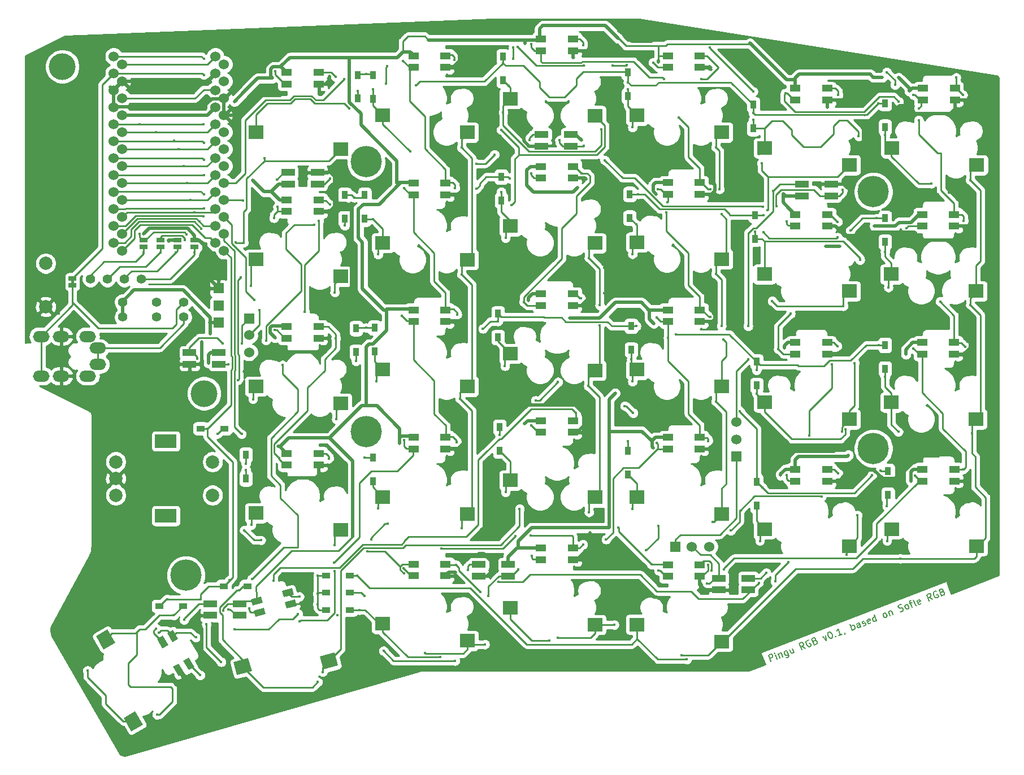
<source format=gtl>
G04 #@! TF.GenerationSoftware,KiCad,Pcbnew,(5.1.10-1-10_14)*
G04 #@! TF.CreationDate,2021-06-06T18:52:18-07:00*
G04 #@! TF.ProjectId,Soflyria,536f666c-7972-4696-912e-6b696361645f,rev?*
G04 #@! TF.SameCoordinates,Original*
G04 #@! TF.FileFunction,Copper,L1,Top*
G04 #@! TF.FilePolarity,Positive*
%FSLAX46Y46*%
G04 Gerber Fmt 4.6, Leading zero omitted, Abs format (unit mm)*
G04 Created by KiCad (PCBNEW (5.1.10-1-10_14)) date 2021-06-06 18:52:18*
%MOMM*%
%LPD*%
G01*
G04 APERTURE LIST*
G04 #@! TA.AperFunction,NonConductor*
%ADD10C,0.200000*%
G04 #@! TD*
G04 #@! TA.AperFunction,EtchedComponent*
%ADD11C,0.100000*%
G04 #@! TD*
G04 #@! TA.AperFunction,SMDPad,CuDef*
%ADD12R,2.000000X1.000000*%
G04 #@! TD*
G04 #@! TA.AperFunction,ComponentPad*
%ADD13R,1.524000X1.524000*%
G04 #@! TD*
G04 #@! TA.AperFunction,ComponentPad*
%ADD14C,1.524000*%
G04 #@! TD*
G04 #@! TA.AperFunction,SMDPad,CuDef*
%ADD15R,1.600000X1.000000*%
G04 #@! TD*
G04 #@! TA.AperFunction,SMDPad,CuDef*
%ADD16R,2.300000X2.000000*%
G04 #@! TD*
G04 #@! TA.AperFunction,SMDPad,CuDef*
%ADD17R,1.300000X0.950000*%
G04 #@! TD*
G04 #@! TA.AperFunction,SMDPad,CuDef*
%ADD18R,0.950000X1.300000*%
G04 #@! TD*
G04 #@! TA.AperFunction,SMDPad,CuDef*
%ADD19C,0.100000*%
G04 #@! TD*
G04 #@! TA.AperFunction,ComponentPad*
%ADD20C,4.000000*%
G04 #@! TD*
G04 #@! TA.AperFunction,ComponentPad*
%ADD21C,1.397000*%
G04 #@! TD*
G04 #@! TA.AperFunction,SMDPad,CuDef*
%ADD22R,1.143000X0.635000*%
G04 #@! TD*
G04 #@! TA.AperFunction,ComponentPad*
%ADD23C,2.000000*%
G04 #@! TD*
G04 #@! TA.AperFunction,ComponentPad*
%ADD24C,4.700000*%
G04 #@! TD*
G04 #@! TA.AperFunction,ComponentPad*
%ADD25R,3.200000X2.000000*%
G04 #@! TD*
G04 #@! TA.AperFunction,ComponentPad*
%ADD26O,2.500000X1.700000*%
G04 #@! TD*
G04 #@! TA.AperFunction,ViaPad*
%ADD27C,0.400000*%
G04 #@! TD*
G04 #@! TA.AperFunction,Conductor*
%ADD28C,0.250000*%
G04 #@! TD*
G04 #@! TA.AperFunction,Conductor*
%ADD29C,0.500000*%
G04 #@! TD*
G04 #@! TA.AperFunction,Conductor*
%ADD30C,0.254000*%
G04 #@! TD*
G04 #@! TA.AperFunction,Conductor*
%ADD31C,0.100000*%
G04 #@! TD*
G04 APERTURE END LIST*
D10*
X190636449Y-131922420D02*
X190278081Y-130988839D01*
X190633730Y-130852318D01*
X190739708Y-130862644D01*
X190801229Y-130890035D01*
X190879816Y-130961882D01*
X190931011Y-131095251D01*
X190920685Y-131201229D01*
X190893294Y-131262750D01*
X190821447Y-131341336D01*
X190465797Y-131477858D01*
X191570029Y-131564052D02*
X191331117Y-130941665D01*
X191211661Y-130630471D02*
X191184270Y-130691993D01*
X191245791Y-130719384D01*
X191273182Y-130657862D01*
X191211661Y-130630471D01*
X191245791Y-130719384D01*
X191775679Y-130771013D02*
X192014591Y-131393400D01*
X191809809Y-130859926D02*
X191837200Y-130798404D01*
X191909048Y-130719818D01*
X192042416Y-130668623D01*
X192148394Y-130678948D01*
X192226980Y-130750796D01*
X192414697Y-131239814D01*
X193020453Y-130293189D02*
X193310560Y-131048945D01*
X193300235Y-131154923D01*
X193272843Y-131216444D01*
X193200996Y-131295030D01*
X193067628Y-131346226D01*
X192961650Y-131335900D01*
X193242300Y-130871120D02*
X193170453Y-130949707D01*
X192992628Y-131017967D01*
X192886650Y-131007641D01*
X192825129Y-130980250D01*
X192746542Y-130908403D01*
X192644151Y-130641666D01*
X192654477Y-130535688D01*
X192681868Y-130474167D01*
X192753716Y-130395580D01*
X192931541Y-130327320D01*
X193037518Y-130337646D01*
X193865121Y-129968952D02*
X194104033Y-130591339D01*
X193465015Y-130122538D02*
X193652732Y-130611556D01*
X193731318Y-130683404D01*
X193837296Y-130693730D01*
X193970664Y-130642534D01*
X194042512Y-130563948D01*
X194069903Y-130502426D01*
X195793369Y-129942863D02*
X195311524Y-129617757D01*
X195259894Y-130147645D02*
X194901527Y-129214065D01*
X195257176Y-129077543D01*
X195363154Y-129087869D01*
X195424675Y-129115260D01*
X195503262Y-129187108D01*
X195554457Y-129320476D01*
X195544131Y-129426454D01*
X195516740Y-129487975D01*
X195444893Y-129566562D01*
X195089243Y-129703083D01*
X196341190Y-128712436D02*
X196235213Y-128702110D01*
X196101844Y-128753306D01*
X195985541Y-128848957D01*
X195930759Y-128972000D01*
X195920433Y-129077978D01*
X195944237Y-129272868D01*
X195995432Y-129406236D01*
X196108149Y-129566996D01*
X196186736Y-129638843D01*
X196309778Y-129693625D01*
X196460212Y-129686886D01*
X196549125Y-129652756D01*
X196665428Y-129557104D01*
X196692819Y-129495583D01*
X196573363Y-129184390D01*
X196395538Y-129252650D01*
X197250532Y-128822435D02*
X197400966Y-128815696D01*
X197462487Y-128843087D01*
X197541074Y-128914934D01*
X197592269Y-129048303D01*
X197581943Y-129154280D01*
X197554552Y-129215802D01*
X197482705Y-129294388D01*
X197127055Y-129430909D01*
X196768687Y-128497329D01*
X197079881Y-128377873D01*
X197185858Y-128388199D01*
X197247380Y-128415590D01*
X197325966Y-128487437D01*
X197360097Y-128576349D01*
X197349771Y-128682327D01*
X197322380Y-128743848D01*
X197250532Y-128822435D01*
X196939339Y-128941891D01*
X198444111Y-128211242D02*
X198905304Y-128748304D01*
X198888673Y-128040591D01*
X199302691Y-127524616D02*
X199391604Y-127490485D01*
X199497581Y-127500811D01*
X199559103Y-127528202D01*
X199637689Y-127600050D01*
X199750406Y-127760809D01*
X199835732Y-127983090D01*
X199859536Y-128177980D01*
X199849210Y-128283958D01*
X199821819Y-128345479D01*
X199749972Y-128424066D01*
X199661059Y-128458196D01*
X199555082Y-128447870D01*
X199493560Y-128420479D01*
X199414974Y-128348632D01*
X199302257Y-128187872D01*
X199216931Y-127965591D01*
X199193127Y-127770701D01*
X199203453Y-127664724D01*
X199230844Y-127603202D01*
X199302691Y-127524616D01*
X200338228Y-128096241D02*
X200399750Y-128123633D01*
X200372359Y-128185154D01*
X200310837Y-128157763D01*
X200338228Y-128096241D01*
X200372359Y-128185154D01*
X201305939Y-127826786D02*
X200772465Y-128031568D01*
X201039202Y-127929177D02*
X200680834Y-126995596D01*
X200643117Y-127163095D01*
X200588335Y-127286138D01*
X200516488Y-127364724D01*
X201733436Y-127611678D02*
X201750501Y-127656135D01*
X201740175Y-127762112D01*
X201712784Y-127823633D01*
X202861907Y-127229506D02*
X202503539Y-126295926D01*
X202640060Y-126651575D02*
X202711907Y-126572989D01*
X202889732Y-126504728D01*
X202995709Y-126515054D01*
X203057231Y-126542445D01*
X203135817Y-126614293D01*
X203238208Y-126881030D01*
X203227882Y-126987007D01*
X203200491Y-127048529D01*
X203128644Y-127127115D01*
X202950819Y-127195376D01*
X202844841Y-127185050D01*
X204106680Y-126751682D02*
X203918964Y-126262664D01*
X203840377Y-126190816D01*
X203734400Y-126180491D01*
X203556575Y-126248751D01*
X203484728Y-126327338D01*
X204089615Y-126707226D02*
X204017768Y-126785812D01*
X203795487Y-126871138D01*
X203689509Y-126860812D01*
X203610923Y-126788965D01*
X203576793Y-126700052D01*
X203587119Y-126594075D01*
X203658966Y-126515488D01*
X203881247Y-126430163D01*
X203953094Y-126351576D01*
X204489721Y-126553640D02*
X204595699Y-126563966D01*
X204773524Y-126495705D01*
X204845371Y-126417118D01*
X204855697Y-126311141D01*
X204838632Y-126266685D01*
X204760045Y-126194837D01*
X204654068Y-126184512D01*
X204520699Y-126235707D01*
X204414721Y-126225381D01*
X204336135Y-126153534D01*
X204319070Y-126109078D01*
X204329396Y-126003100D01*
X204401243Y-125924513D01*
X204534612Y-125873318D01*
X204640589Y-125883644D01*
X205645583Y-126109946D02*
X205573735Y-126188532D01*
X205395911Y-126256793D01*
X205289933Y-126246467D01*
X205211347Y-126174620D01*
X205074825Y-125818970D01*
X205085151Y-125712993D01*
X205156999Y-125634406D01*
X205334823Y-125566146D01*
X205440801Y-125576471D01*
X205519387Y-125648319D01*
X205553518Y-125737231D01*
X205143086Y-125996795D01*
X206507316Y-125830165D02*
X206148948Y-124896584D01*
X206490251Y-125785708D02*
X206418403Y-125864295D01*
X206240579Y-125932555D01*
X206134601Y-125922229D01*
X206073080Y-125894838D01*
X205994493Y-125822991D01*
X205892102Y-125556254D01*
X205902428Y-125450276D01*
X205929819Y-125388755D01*
X206001667Y-125310168D01*
X206179491Y-125241908D01*
X206285469Y-125252234D01*
X207796546Y-125335275D02*
X207690568Y-125324950D01*
X207629047Y-125297558D01*
X207550461Y-125225711D01*
X207448070Y-124958974D01*
X207458396Y-124852996D01*
X207485787Y-124791475D01*
X207557634Y-124712888D01*
X207691003Y-124661693D01*
X207796980Y-124672019D01*
X207858502Y-124699410D01*
X207937088Y-124771257D01*
X208039479Y-125037995D01*
X208029153Y-125143972D01*
X208001762Y-125205494D01*
X207929915Y-125284080D01*
X207796546Y-125335275D01*
X208268933Y-124439846D02*
X208507845Y-125062233D01*
X208303064Y-124528759D02*
X208330455Y-124467237D01*
X208402302Y-124388651D01*
X208535671Y-124337455D01*
X208641648Y-124347781D01*
X208720235Y-124419629D01*
X208907951Y-124908647D01*
X210002291Y-124437562D02*
X210152725Y-124430823D01*
X210375006Y-124345497D01*
X210446853Y-124266911D01*
X210474245Y-124205389D01*
X210484570Y-124099412D01*
X210450440Y-124010499D01*
X210371854Y-123938652D01*
X210310332Y-123911261D01*
X210204355Y-123900935D01*
X210009465Y-123924740D01*
X209903487Y-123914414D01*
X209841966Y-123887023D01*
X209763379Y-123815175D01*
X209729249Y-123726263D01*
X209739575Y-123620285D01*
X209766966Y-123558764D01*
X209838813Y-123480177D01*
X210061094Y-123394852D01*
X210211528Y-123388113D01*
X211086306Y-124072455D02*
X210980328Y-124062129D01*
X210918807Y-124034738D01*
X210840220Y-123962891D01*
X210737829Y-123696154D01*
X210748155Y-123590176D01*
X210775546Y-123528655D01*
X210847394Y-123450068D01*
X210980762Y-123398873D01*
X211086740Y-123409199D01*
X211148261Y-123436590D01*
X211226848Y-123508437D01*
X211329238Y-123775174D01*
X211318913Y-123881152D01*
X211291521Y-123942673D01*
X211219674Y-124021260D01*
X211086306Y-124072455D01*
X211425324Y-123228221D02*
X211780974Y-123091700D01*
X211797605Y-123799413D02*
X211490432Y-122999201D01*
X211500758Y-122893223D01*
X211572606Y-122814637D01*
X211661518Y-122780507D01*
X212464448Y-123543436D02*
X212358471Y-123533110D01*
X212279884Y-123461262D01*
X211972711Y-122661051D01*
X213158682Y-123225937D02*
X213086835Y-123304524D01*
X212909010Y-123372784D01*
X212803033Y-123362458D01*
X212724446Y-123290611D01*
X212587925Y-122934961D01*
X212598251Y-122828984D01*
X212670098Y-122750397D01*
X212847923Y-122682137D01*
X212953901Y-122692463D01*
X213032487Y-122764310D01*
X213066617Y-122853222D01*
X212656186Y-123112786D01*
X214865083Y-122621918D02*
X214383239Y-122296812D01*
X214331609Y-122826700D02*
X213973241Y-121893119D01*
X214328891Y-121756598D01*
X214434868Y-121766924D01*
X214496390Y-121794315D01*
X214574976Y-121866163D01*
X214626171Y-121999531D01*
X214615846Y-122105509D01*
X214588454Y-122167030D01*
X214516607Y-122245617D01*
X214160958Y-122382138D01*
X215412905Y-121391491D02*
X215306927Y-121381165D01*
X215173559Y-121432361D01*
X215057255Y-121528012D01*
X215002473Y-121651055D01*
X214992147Y-121757032D01*
X215015951Y-121951922D01*
X215067147Y-122085291D01*
X215179864Y-122246051D01*
X215258450Y-122317898D01*
X215381493Y-122372680D01*
X215531927Y-122365941D01*
X215620839Y-122331811D01*
X215737143Y-122236159D01*
X215764534Y-122174638D01*
X215645078Y-121863444D01*
X215467253Y-121931705D01*
X216322247Y-121501490D02*
X216472680Y-121494750D01*
X216534202Y-121522141D01*
X216612788Y-121593989D01*
X216663984Y-121727357D01*
X216653658Y-121833335D01*
X216626267Y-121894856D01*
X216554419Y-121973443D01*
X216198770Y-122109964D01*
X215840402Y-121176383D01*
X216151595Y-121056927D01*
X216257573Y-121067253D01*
X216319094Y-121094644D01*
X216397681Y-121166492D01*
X216431811Y-121255404D01*
X216421485Y-121361382D01*
X216394094Y-121422903D01*
X216322247Y-121501490D01*
X216011053Y-121620946D01*
D11*
G36*
X86150000Y-74800000D02*
G01*
X86150000Y-75200000D01*
X85850000Y-75200000D01*
X85850000Y-74800000D01*
X86150000Y-74800000D01*
G37*
X86150000Y-74800000D02*
X86150000Y-75200000D01*
X85850000Y-75200000D01*
X85850000Y-74800000D01*
X86150000Y-74800000D01*
D12*
X106650000Y-125005000D03*
X106650000Y-123255000D03*
X111050000Y-125005000D03*
X111050000Y-123255000D03*
X122700000Y-58625000D03*
X122700000Y-60375000D03*
X118300000Y-58625000D03*
X118300000Y-60375000D03*
X156300000Y-54665000D03*
X156300000Y-52915000D03*
X160700000Y-54665000D03*
X160700000Y-52915000D03*
X199700000Y-60375000D03*
X199700000Y-62125000D03*
X195300000Y-60375000D03*
X195300000Y-62125000D03*
X146883600Y-119137600D03*
X146883600Y-117387600D03*
X151283600Y-119137600D03*
X151283600Y-117387600D03*
X182850000Y-121195000D03*
X182850000Y-119445000D03*
X187250000Y-121195000D03*
X187250000Y-119445000D03*
X103550000Y-87375000D03*
X103550000Y-85625000D03*
X107950000Y-87375000D03*
X107950000Y-85625000D03*
D13*
X107900000Y-81100000D03*
X107900000Y-78600000D03*
X107900000Y-76000000D03*
D14*
X112500000Y-85600000D03*
X112500000Y-83000000D03*
D13*
X112500000Y-80500000D03*
D15*
X218200000Y-47775000D03*
X218200000Y-46025000D03*
X213400000Y-47775000D03*
X213400000Y-46025000D03*
D16*
X208800000Y-54980000D03*
X221500000Y-57520000D03*
X164300000Y-107310000D03*
X151600000Y-104770000D03*
D15*
X156200000Y-95815000D03*
X156200000Y-97565000D03*
X161000000Y-95815000D03*
X161000000Y-97565000D03*
D16*
X202400000Y-114620000D03*
X189700000Y-112080000D03*
D15*
X194300000Y-103125000D03*
X194300000Y-104875000D03*
X199100000Y-103125000D03*
X199100000Y-104875000D03*
D16*
X221400000Y-76420000D03*
X208700000Y-73880000D03*
D15*
X213300000Y-64925000D03*
X213300000Y-66675000D03*
X218100000Y-64925000D03*
X218100000Y-66675000D03*
D16*
X202400000Y-76420000D03*
X189700000Y-73880000D03*
D15*
X194300000Y-64925000D03*
X194300000Y-66675000D03*
X199100000Y-64925000D03*
X199100000Y-66675000D03*
D16*
X202400000Y-95620000D03*
X189700000Y-93080000D03*
D15*
X194300000Y-84125000D03*
X194300000Y-85875000D03*
X199100000Y-84125000D03*
X199100000Y-85875000D03*
D16*
X145200000Y-52620000D03*
X132500000Y-50080000D03*
D15*
X137100000Y-41125000D03*
X137100000Y-42875000D03*
X141900000Y-41125000D03*
X141900000Y-42875000D03*
D17*
X124030000Y-119020000D03*
X127580000Y-119020000D03*
X127550000Y-121600000D03*
X124000000Y-121600000D03*
X124000000Y-124200000D03*
X127550000Y-124200000D03*
X108649800Y-120624800D03*
X112199800Y-120624800D03*
X99025000Y-123600000D03*
X102575000Y-123600000D03*
X105225000Y-97000000D03*
X108775000Y-97000000D03*
D18*
X208200000Y-103400000D03*
X208200000Y-106950000D03*
X188500000Y-104975000D03*
X188500000Y-108525000D03*
X169250000Y-100375000D03*
X169250000Y-103925000D03*
X150000000Y-96790000D03*
X150000000Y-100340000D03*
X131000000Y-101400000D03*
X131000000Y-104950000D03*
X112000000Y-100975000D03*
X112000000Y-104525000D03*
X207750000Y-84500000D03*
X207750000Y-88050000D03*
X188500000Y-87000000D03*
X188500000Y-90550000D03*
X169725000Y-81650000D03*
X169725000Y-85200000D03*
X149750000Y-79790000D03*
X149750000Y-83340000D03*
X131250000Y-81900000D03*
X131250000Y-85450000D03*
X128500000Y-82000000D03*
X128500000Y-85550000D03*
X207750000Y-65500000D03*
X207750000Y-69050000D03*
X188250000Y-65000000D03*
X188250000Y-68550000D03*
X169500000Y-61875000D03*
X169500000Y-65425000D03*
X150250000Y-59290000D03*
X150250000Y-62840000D03*
X129800000Y-62025000D03*
X129800000Y-65575000D03*
X126800000Y-62000000D03*
X126800000Y-65550000D03*
X207750000Y-48250000D03*
X207750000Y-51800000D03*
X188000000Y-48475000D03*
X188000000Y-52025000D03*
X169250000Y-43650000D03*
X169250000Y-47200000D03*
X150500000Y-41265000D03*
X150500000Y-44815000D03*
X131000000Y-44005500D03*
X131000000Y-47555500D03*
X128750000Y-44000000D03*
X128750000Y-47550000D03*
D16*
X183300000Y-128920000D03*
X170600000Y-126380000D03*
D15*
X175200000Y-117425000D03*
X175200000Y-119175000D03*
X180000000Y-117425000D03*
X180000000Y-119175000D03*
D16*
X164300000Y-126410000D03*
X151600000Y-123870000D03*
D15*
X156200000Y-114915000D03*
X156200000Y-116665000D03*
X161000000Y-114915000D03*
X161000000Y-116665000D03*
D16*
X145200000Y-128820000D03*
X132500000Y-126280000D03*
D15*
X137100000Y-117325000D03*
X137100000Y-119075000D03*
X141900000Y-117325000D03*
X141900000Y-119075000D03*
G04 #@! TA.AperFunction,SMDPad,CuDef*
D19*
G36*
X123578935Y-133133840D02*
G01*
X123061297Y-131201988D01*
X125282927Y-130606704D01*
X125800565Y-132538556D01*
X123578935Y-133133840D01*
G37*
G04 #@! TD.AperFunction*
G04 #@! TA.AperFunction,SMDPad,CuDef*
G36*
X110654276Y-133967390D02*
G01*
X110136638Y-132035538D01*
X112358268Y-131440254D01*
X112875906Y-133372106D01*
X110654276Y-133967390D01*
G37*
G04 #@! TD.AperFunction*
G04 #@! TA.AperFunction,SMDPad,CuDef*
G36*
X114275138Y-122173371D02*
G01*
X114533957Y-123139297D01*
X112988476Y-123553407D01*
X112729657Y-122587481D01*
X114275138Y-122173371D01*
G37*
G04 #@! TD.AperFunction*
G04 #@! TA.AperFunction,SMDPad,CuDef*
G36*
X114728071Y-123863741D02*
G01*
X114986890Y-124829667D01*
X113441409Y-125243777D01*
X113182590Y-124277851D01*
X114728071Y-123863741D01*
G37*
G04 #@! TD.AperFunction*
G04 #@! TA.AperFunction,SMDPad,CuDef*
G36*
X118911582Y-120931039D02*
G01*
X119170401Y-121896965D01*
X117624920Y-122311075D01*
X117366101Y-121345149D01*
X118911582Y-120931039D01*
G37*
G04 #@! TD.AperFunction*
G04 #@! TA.AperFunction,SMDPad,CuDef*
G36*
X119364515Y-122621409D02*
G01*
X119623334Y-123587335D01*
X118077853Y-124001445D01*
X117819034Y-123035519D01*
X119364515Y-122621409D01*
G37*
G04 #@! TD.AperFunction*
G04 #@! TA.AperFunction,SMDPad,CuDef*
G36*
X93684925Y-140400416D02*
G01*
X95416975Y-139400416D01*
X96566975Y-141392274D01*
X94834925Y-142392274D01*
X93684925Y-140400416D01*
G37*
G04 #@! TD.AperFunction*
G04 #@! TA.AperFunction,SMDPad,CuDef*
G36*
X89534629Y-128131893D02*
G01*
X91266679Y-127131893D01*
X92416679Y-129123751D01*
X90684629Y-130123751D01*
X89534629Y-128131893D01*
G37*
G04 #@! TD.AperFunction*
G04 #@! TA.AperFunction,SMDPad,CuDef*
G36*
X101863925Y-128576859D02*
G01*
X100997899Y-129076859D01*
X100197899Y-127691219D01*
X101063925Y-127191219D01*
X101863925Y-128576859D01*
G37*
G04 #@! TD.AperFunction*
G04 #@! TA.AperFunction,SMDPad,CuDef*
G36*
X100348380Y-129451859D02*
G01*
X99482354Y-129951859D01*
X98682354Y-128566219D01*
X99548380Y-128066219D01*
X100348380Y-129451859D01*
G37*
G04 #@! TD.AperFunction*
G04 #@! TA.AperFunction,SMDPad,CuDef*
G36*
X104263925Y-132733781D02*
G01*
X103397899Y-133233781D01*
X102597899Y-131848141D01*
X103463925Y-131348141D01*
X104263925Y-132733781D01*
G37*
G04 #@! TD.AperFunction*
G04 #@! TA.AperFunction,SMDPad,CuDef*
G36*
X102748380Y-133608781D02*
G01*
X101882354Y-134108781D01*
X101082354Y-132723141D01*
X101948380Y-132223141D01*
X102748380Y-133608781D01*
G37*
G04 #@! TD.AperFunction*
D16*
X221450000Y-114620000D03*
X208750000Y-112080000D03*
D15*
X213350000Y-103125000D03*
X213350000Y-104875000D03*
X218150000Y-103125000D03*
X218150000Y-104875000D03*
D16*
X183300000Y-109820000D03*
X170600000Y-107280000D03*
D15*
X175200000Y-98325000D03*
X175200000Y-100075000D03*
X180000000Y-98325000D03*
X180000000Y-100075000D03*
D16*
X145200000Y-109820000D03*
X132500000Y-107280000D03*
D15*
X137100000Y-98325000D03*
X137100000Y-100075000D03*
X141900000Y-98325000D03*
X141900000Y-100075000D03*
D16*
X126200000Y-112220000D03*
X113500000Y-109680000D03*
D15*
X118100000Y-100725000D03*
X118100000Y-102475000D03*
X122900000Y-100725000D03*
X122900000Y-102475000D03*
D16*
X221400000Y-95620000D03*
X208700000Y-93080000D03*
D15*
X213300000Y-84125000D03*
X213300000Y-85875000D03*
X218100000Y-84125000D03*
X218100000Y-85875000D03*
D16*
X183300000Y-90720000D03*
X170600000Y-88180000D03*
D15*
X175200000Y-79225000D03*
X175200000Y-80975000D03*
X180000000Y-79225000D03*
X180000000Y-80975000D03*
D16*
X164300000Y-88310000D03*
X151600000Y-85770000D03*
D15*
X156200000Y-76815000D03*
X156200000Y-78565000D03*
X161000000Y-76815000D03*
X161000000Y-78565000D03*
D16*
X145200000Y-90720000D03*
X132500000Y-88180000D03*
D15*
X137100000Y-79225000D03*
X137100000Y-80975000D03*
X141900000Y-79225000D03*
X141900000Y-80975000D03*
D16*
X126200000Y-93220000D03*
X113500000Y-90680000D03*
D15*
X118100000Y-81725000D03*
X118100000Y-83475000D03*
X122900000Y-81725000D03*
X122900000Y-83475000D03*
D16*
X183300000Y-71620000D03*
X170600000Y-69080000D03*
D15*
X175200000Y-60125000D03*
X175200000Y-61875000D03*
X180000000Y-60125000D03*
X180000000Y-61875000D03*
D16*
X164300000Y-69210000D03*
X151600000Y-66670000D03*
D15*
X156200000Y-57715000D03*
X156200000Y-59465000D03*
X161000000Y-57715000D03*
X161000000Y-59465000D03*
D16*
X145200000Y-71720000D03*
X132500000Y-69180000D03*
D15*
X137100000Y-60225000D03*
X137100000Y-61975000D03*
X141900000Y-60225000D03*
X141900000Y-61975000D03*
D16*
X126200000Y-74220000D03*
X113500000Y-71680000D03*
D15*
X118100000Y-62725000D03*
X118100000Y-64475000D03*
X122900000Y-62725000D03*
X122900000Y-64475000D03*
D16*
X202400000Y-57520000D03*
X189700000Y-54980000D03*
D15*
X194300000Y-46025000D03*
X194300000Y-47775000D03*
X199100000Y-46025000D03*
X199100000Y-47775000D03*
D16*
X183300000Y-52620000D03*
X170600000Y-50080000D03*
D15*
X175200000Y-41125000D03*
X175200000Y-42875000D03*
X180000000Y-41125000D03*
X180000000Y-42875000D03*
D16*
X164300000Y-50120000D03*
X151600000Y-47580000D03*
D15*
X156200000Y-38625000D03*
X156200000Y-40375000D03*
X161000000Y-38625000D03*
X161000000Y-40375000D03*
D16*
X126200000Y-55120000D03*
X113500000Y-52580000D03*
D15*
X118100000Y-43625000D03*
X118100000Y-45375000D03*
X122900000Y-43625000D03*
X122900000Y-45375000D03*
D14*
X181427000Y-114706600D03*
X178827000Y-114706600D03*
D13*
X176327000Y-114706600D03*
D14*
X185500000Y-96050000D03*
X185500000Y-98650000D03*
D13*
X185500000Y-101150000D03*
D14*
X93478815Y-47505745D03*
X108718815Y-65285745D03*
X93478815Y-57665745D03*
X108718815Y-55125745D03*
X108718815Y-50045745D03*
X93478815Y-67825745D03*
X108718815Y-47505745D03*
X108718815Y-42425745D03*
X93478815Y-62745745D03*
X108718815Y-70365745D03*
X93478815Y-55125745D03*
X93478815Y-44965745D03*
X93478815Y-50045745D03*
X93478815Y-52585745D03*
X93478815Y-65285745D03*
X93478815Y-60205745D03*
X108718815Y-62745745D03*
X108718815Y-60205745D03*
X93478815Y-70365745D03*
X108718815Y-67825745D03*
X108718815Y-44965745D03*
X93478815Y-42425745D03*
X108718815Y-57665745D03*
X108718815Y-52585745D03*
X92180000Y-41230000D03*
X92180000Y-43770000D03*
X92180000Y-46310000D03*
X92180000Y-48850000D03*
X92180000Y-51390000D03*
X92180000Y-53930000D03*
X92180000Y-56470000D03*
X92180000Y-59010000D03*
X92180000Y-61550000D03*
X92180000Y-64090000D03*
X92180000Y-66630000D03*
X92180000Y-69170000D03*
X107420000Y-69170000D03*
X107420000Y-66630000D03*
X107420000Y-64090000D03*
X107420000Y-61550000D03*
X107420000Y-59010000D03*
X107420000Y-56470000D03*
X107420000Y-53930000D03*
X107420000Y-51390000D03*
X107420000Y-48850000D03*
X107420000Y-46310000D03*
X107420000Y-43770000D03*
X107420000Y-41230000D03*
D20*
X84500000Y-42750000D03*
X105750000Y-91750000D03*
D21*
X96320000Y-74600000D03*
X93780000Y-74600000D03*
X91240000Y-74600000D03*
X88700000Y-74600000D03*
D22*
X86000000Y-74499620D03*
X86000000Y-75500380D03*
D23*
X82000000Y-72250000D03*
X82000000Y-78750000D03*
D22*
X96700000Y-68799620D03*
X96700000Y-69800380D03*
X99200000Y-68799620D03*
X99200000Y-69800380D03*
X101700000Y-68799620D03*
X101700000Y-69800380D03*
X104300000Y-68799620D03*
X104300000Y-69800380D03*
D21*
X98579272Y-80311965D03*
X93499272Y-80311965D03*
X98579272Y-78061965D03*
X93499272Y-78061965D03*
X102700000Y-78100000D03*
X102700000Y-80300000D03*
D24*
X206000000Y-100000000D03*
X130000000Y-97500000D03*
X130000000Y-57000000D03*
D23*
X107000000Y-107000000D03*
X107000000Y-102000000D03*
D25*
X100000000Y-110100000D03*
X100000000Y-98900000D03*
D23*
X92500000Y-107000000D03*
X92500000Y-104500000D03*
X92500000Y-102000000D03*
D24*
X103000000Y-119000000D03*
X206000000Y-61500000D03*
D26*
X88300000Y-89150000D03*
X89800000Y-84950000D03*
X81300000Y-89150000D03*
X84300000Y-89150000D03*
X81300000Y-83200000D03*
X84300000Y-83200000D03*
X88300000Y-83200000D03*
X89800000Y-87400000D03*
D27*
X128750000Y-46400000D03*
X127450000Y-49000000D03*
X105327833Y-67072169D03*
X106250000Y-97000000D03*
X105189400Y-122624800D03*
X122773800Y-119020000D03*
X109512300Y-119762300D03*
X100200000Y-122600000D03*
X122732600Y-121732600D03*
X122732600Y-123332600D03*
X131000000Y-46150000D03*
X136588496Y-55452510D03*
X150550000Y-49640000D03*
X151362500Y-45677500D03*
X165250000Y-52190000D03*
X105700000Y-59000000D03*
X188000000Y-49750000D03*
X169250000Y-45150000D03*
X130000000Y-43900000D03*
X206750000Y-48250000D03*
X126750000Y-44600000D03*
X137450000Y-45600000D03*
X150500004Y-42222496D03*
X169900000Y-51850000D03*
X169250000Y-46150000D03*
X105700000Y-61900000D03*
X151500000Y-59540000D03*
X170775000Y-61875000D03*
X146532600Y-61061600D03*
X189500000Y-65000000D03*
X206500000Y-65500000D03*
X189500000Y-67550000D03*
X111574990Y-62800000D03*
X200650000Y-68350000D03*
X202565000Y-67310000D03*
X128239998Y-62400000D03*
X188000000Y-50750000D03*
X203800000Y-53200000D03*
X105700000Y-64000000D03*
X149750000Y-80940000D03*
X188500000Y-88250000D03*
X113250000Y-77750000D03*
X147500012Y-82050000D03*
X206825000Y-84500000D03*
X130000000Y-81900000D03*
X176450000Y-82900000D03*
X170480000Y-81650000D03*
X207750000Y-53000000D03*
X214655400Y-60291210D03*
X105600000Y-65200000D03*
X112000000Y-102250000D03*
X150000000Y-97940000D03*
X111350001Y-97825012D03*
X189387500Y-105862500D03*
X169250000Y-98900000D03*
X186000000Y-94400000D03*
X129750000Y-101400000D03*
X207057999Y-103273747D03*
X205800000Y-104000000D03*
X112750000Y-75650000D03*
X126800000Y-66600000D03*
X131800000Y-70900000D03*
X131000000Y-65600000D03*
X150900000Y-68440000D03*
X150250000Y-61540000D03*
X169900000Y-70850000D03*
X170487500Y-66412500D03*
X204000000Y-71750000D03*
X188250000Y-67500000D03*
X207750000Y-70500000D03*
X208250000Y-75850000D03*
X113050000Y-92600000D03*
X128500000Y-86900000D03*
X131550000Y-89900000D03*
X150800000Y-87640000D03*
X169900000Y-89950000D03*
X169750000Y-86650000D03*
X188500000Y-91750000D03*
X201797467Y-97158879D03*
X209750000Y-97500000D03*
X207750000Y-89250000D03*
X112800000Y-111450000D03*
X112000000Y-103250000D03*
X131800000Y-108950000D03*
X150900000Y-106540000D03*
X169900000Y-109050000D03*
X189000000Y-113850000D03*
X208050000Y-113850000D03*
X208000000Y-108600000D03*
X98687000Y-139889000D03*
X101175000Y-125000000D03*
X122750000Y-135000000D03*
X110984999Y-121234999D03*
X141108000Y-131259000D03*
X129000000Y-124200000D03*
X100400008Y-68800000D03*
X100400000Y-50045745D03*
X211625000Y-104875000D03*
X116000000Y-44500000D03*
X110250000Y-48000000D03*
X193012500Y-44737500D03*
X153750000Y-96290000D03*
X173000000Y-99900000D03*
X210875000Y-85875000D03*
X135325000Y-60125000D03*
X167750000Y-38440000D03*
X173475000Y-61875000D03*
X167325000Y-78115000D03*
X162250000Y-53790000D03*
X135500000Y-40575010D03*
X167325000Y-91715000D03*
X166424990Y-98714990D03*
X116850000Y-99700000D03*
X192100000Y-104000000D03*
X135000000Y-99200004D03*
X134375000Y-79125000D03*
X154300002Y-77790000D03*
X160475000Y-80440000D03*
X173100000Y-81250000D03*
X192700000Y-84950000D03*
X211650000Y-66100000D03*
X206175000Y-66675000D03*
X153800000Y-39290000D03*
X173806234Y-42086230D03*
X116350000Y-83400000D03*
X115800000Y-61500000D03*
X113000000Y-59800000D03*
X111725000Y-46525000D03*
X161650000Y-60890000D03*
X154099999Y-60539999D03*
X193300000Y-63925000D03*
X198874990Y-69700000D03*
X200950000Y-69700000D03*
X189950000Y-118650000D03*
X98966400Y-127646200D03*
X104503600Y-128314400D03*
X172781800Y-117399000D03*
X167803400Y-111861800D03*
X166424990Y-111865010D03*
X135669468Y-118748132D03*
X153294800Y-114915000D03*
X128025000Y-113250000D03*
X130160600Y-115417800D03*
X205994000Y-44373800D03*
X207340200Y-44373800D03*
X192532000Y-61849000D03*
X108600000Y-124300000D03*
X202250000Y-100999998D03*
X106624999Y-82800000D03*
X106400000Y-87200000D03*
X211400000Y-46400000D03*
X209800000Y-44400000D03*
X98750000Y-76250000D03*
X85750000Y-91500000D03*
X90250000Y-104500000D03*
X117500000Y-104400000D03*
X113100000Y-96900000D03*
X121400000Y-97100000D03*
X114500000Y-102900000D03*
X100000000Y-91800000D03*
X97700000Y-94000000D03*
X95600000Y-96600000D03*
X95000000Y-104500000D03*
X103250000Y-83000000D03*
X84000000Y-79750000D03*
X84300000Y-85250000D03*
X84400000Y-87300000D03*
X88900008Y-77550000D03*
X90750000Y-77500000D03*
X90650008Y-79800000D03*
X86150008Y-81550000D03*
X95400008Y-83550000D03*
X97150008Y-83550000D03*
X94100000Y-83600000D03*
X80000000Y-79750000D03*
X113236400Y-67208200D03*
X166100000Y-120400000D03*
X169800000Y-120300000D03*
X167600000Y-121700000D03*
X165800000Y-63100000D03*
X166600000Y-59800000D03*
X167800000Y-62500000D03*
X96700000Y-67800000D03*
X96900000Y-48800000D03*
X96900000Y-44965745D03*
X106700000Y-74700000D03*
X90500000Y-100000000D03*
X148500000Y-95400000D03*
X124500000Y-44250000D03*
X144000000Y-40800000D03*
X153625000Y-52915000D03*
X182000000Y-79650000D03*
X200750000Y-85750000D03*
X144175000Y-60125000D03*
X181975000Y-60125000D03*
X111750000Y-88500000D03*
X185400000Y-82150000D03*
X185650000Y-78000000D03*
X186500000Y-72150000D03*
X185350000Y-65950000D03*
X188300000Y-70950000D03*
X188700000Y-76550000D03*
X190500000Y-83150000D03*
X185700000Y-54750000D03*
X185450000Y-59400000D03*
X186150000Y-40900000D03*
X190400000Y-45250000D03*
X125450000Y-101500000D03*
X220175021Y-104874979D03*
X192374999Y-100924999D03*
X200100000Y-100400000D03*
X201500000Y-104250000D03*
X182381001Y-99068999D03*
X162700000Y-96490000D03*
X144900000Y-98900004D03*
X144950000Y-79150000D03*
X163200000Y-77240000D03*
X212500000Y-81000000D03*
X220562002Y-83212002D03*
X220200000Y-66650000D03*
X117150000Y-47100000D03*
X123000000Y-46950000D03*
X163850000Y-39890000D03*
X181700000Y-43200000D03*
X201750000Y-47800000D03*
X123950000Y-85550000D03*
X215800000Y-101100000D03*
X125250001Y-60399999D03*
X162950000Y-59590002D03*
X169050000Y-56850000D03*
X166650000Y-55940000D03*
X201056001Y-67443999D03*
X204500000Y-52050000D03*
X209450000Y-64250000D03*
X209350000Y-67600000D03*
X186924999Y-110225001D03*
X148500000Y-52300000D03*
X124598000Y-80950008D03*
X104600000Y-125200000D03*
X181200002Y-117425000D03*
X146883600Y-115783200D03*
X163510800Y-112581400D03*
X120909801Y-123820001D03*
X105418000Y-130194000D03*
X149047200Y-92125800D03*
X172770800Y-38938200D03*
X167894000Y-37439600D03*
X211378787Y-48652217D03*
X143383000Y-118554500D03*
X199099994Y-48824994D03*
X202120500Y-60959998D03*
X161000002Y-41375002D03*
X162600000Y-115700000D03*
X127800001Y-76100001D03*
X103100000Y-139800000D03*
X107200000Y-134400000D03*
X99700000Y-134300000D03*
X113900000Y-137800000D03*
X128400000Y-134500000D03*
X149100000Y-127800000D03*
X146900000Y-124100000D03*
X163500000Y-117700000D03*
X170800000Y-117800000D03*
X167500000Y-114300000D03*
X169243100Y-38356900D03*
X172600000Y-43100000D03*
X168600000Y-40800000D03*
X130600000Y-74700000D03*
X139400000Y-76100000D03*
X148500000Y-101700000D03*
X148500000Y-112300000D03*
X149500000Y-107400000D03*
X151100000Y-111300000D03*
X154000000Y-111200000D03*
X165200000Y-110900000D03*
X165900000Y-128300000D03*
X168500000Y-128100000D03*
X185000000Y-123500000D03*
X187600000Y-123500000D03*
X207200000Y-108800000D03*
X206200000Y-115700000D03*
X205100000Y-118700000D03*
X213900000Y-118700000D03*
X223200000Y-101400000D03*
X223500000Y-85800000D03*
X220900000Y-88100000D03*
X177000000Y-76200000D03*
X172800000Y-78200000D03*
X169700000Y-79600000D03*
X168900000Y-75900000D03*
X168500000Y-67800000D03*
X165700000Y-72900000D03*
X165700000Y-76700000D03*
X101438100Y-46469100D03*
X114176200Y-62687000D03*
X123599600Y-104863700D03*
X163614100Y-130975100D03*
X156806900Y-132270500D03*
X151282400Y-130479800D03*
X184302400Y-131940300D03*
X189077600Y-128346200D03*
X209000000Y-121750000D03*
X206743300Y-114604800D03*
X218846400Y-107911900D03*
X209905600Y-100698300D03*
X206629000Y-96100900D03*
X211963000Y-88176100D03*
X209804000Y-88176100D03*
X218541600Y-88684100D03*
X218351100Y-69646800D03*
X211836000Y-69608700D03*
X217322400Y-61607700D03*
X220433900Y-62064900D03*
X215049100Y-61772800D03*
X210934300Y-60553600D03*
X220408500Y-49885600D03*
X222923100Y-52451000D03*
X223685100Y-57200800D03*
X222211900Y-44970700D03*
X204698600Y-45529500D03*
X206781400Y-42494200D03*
X210832700Y-43180000D03*
X192925700Y-40627300D03*
X177203100Y-57429400D03*
X172681900Y-58877200D03*
X107937300Y-117297200D03*
X94348300Y-124167900D03*
X86855300Y-129565400D03*
X90792300Y-119316500D03*
X94843600Y-112979200D03*
X100076000Y-104254300D03*
X95200000Y-91500000D03*
X102565200Y-94475300D03*
X116395500Y-41541700D03*
X110959900Y-41744900D03*
X112699800Y-43713400D03*
X113868200Y-46418500D03*
X101955600Y-38404800D03*
X95288100Y-38671500D03*
X148018500Y-78536800D03*
X151511000Y-78308200D03*
X151422100Y-82042000D03*
X155740100Y-81953100D03*
X147370800Y-84328000D03*
X207721200Y-80670400D03*
X204837500Y-82500000D03*
X204762100Y-86385400D03*
X203847700Y-78790800D03*
X105400000Y-84000000D03*
X220400000Y-47800000D03*
X103800000Y-134400000D03*
X142400000Y-102800000D03*
X143000000Y-95400000D03*
X128200000Y-126000000D03*
X128600000Y-131000000D03*
X131800000Y-131400000D03*
X140800000Y-132800000D03*
X146200000Y-131400000D03*
X170400000Y-132600000D03*
X168600000Y-126400000D03*
X190000000Y-89000000D03*
X193400000Y-88800000D03*
X187000000Y-89000000D03*
X187600000Y-94000000D03*
X190400000Y-97800000D03*
X190600000Y-105000000D03*
X192000000Y-105600000D03*
X202600000Y-107800000D03*
X200200000Y-107800000D03*
X222400000Y-105400000D03*
X221200000Y-107000000D03*
X224200000Y-110000000D03*
X224000000Y-117200000D03*
X217600000Y-119000000D03*
X223400000Y-79000000D03*
X219800000Y-80200000D03*
X217000000Y-81000000D03*
X223200000Y-68600000D03*
X220800000Y-68400000D03*
X223000000Y-64800000D03*
X223000000Y-48400000D03*
X191549016Y-49050984D03*
X189000000Y-62600000D03*
X184600000Y-62800000D03*
X149800000Y-73200000D03*
X148500000Y-64700000D03*
X148500000Y-61500000D03*
X144800000Y-64400000D03*
X147000000Y-64600000D03*
X133000000Y-78000000D03*
X131000000Y-79200000D03*
X133600000Y-58200000D03*
X132800000Y-60600000D03*
X143000000Y-58000000D03*
X126800000Y-59000000D03*
X145400000Y-44000000D03*
X146600000Y-46400000D03*
X147600000Y-42800000D03*
X148500000Y-46100000D03*
X165370000Y-38370000D03*
X125674990Y-125000000D03*
X101500000Y-85500000D03*
X220500000Y-59750000D03*
X102675000Y-57665745D03*
X220750000Y-97750000D03*
X209250000Y-45500000D03*
X220550000Y-78474990D03*
X210000000Y-116499990D03*
X177303000Y-130988000D03*
X208000600Y-43586400D03*
X201500000Y-78650000D03*
X103175000Y-60205745D03*
X189275000Y-57250000D03*
X188000000Y-46500000D03*
X181500000Y-39900000D03*
X190850000Y-77900000D03*
X190150000Y-64300000D03*
X191298400Y-119913600D03*
X193276189Y-116984200D03*
X202005399Y-115899399D03*
X203200000Y-87185500D03*
X167188400Y-126421400D03*
X158686500Y-128333500D03*
X201272457Y-97462850D03*
X203600000Y-110000000D03*
X182400000Y-92950000D03*
X182400000Y-54850000D03*
X182400000Y-73850000D03*
X103700000Y-62745745D03*
X183500000Y-83650000D03*
X183250000Y-81650000D03*
X183250000Y-64900000D03*
X181878761Y-111028761D03*
X173779989Y-111625000D03*
X182950011Y-61131673D03*
X171969000Y-115265400D03*
X147788200Y-129354000D03*
X138831761Y-130667561D03*
X162636200Y-42595800D03*
X166928800Y-42570400D03*
X169011600Y-42494200D03*
X152723174Y-39803920D03*
X163300000Y-90640000D03*
X163400000Y-71440000D03*
X163400000Y-109540000D03*
X104300000Y-64575000D03*
X150250000Y-52265000D03*
X165000000Y-78540000D03*
X151750000Y-63540000D03*
X153000000Y-109040000D03*
X165000000Y-81540021D03*
X152070275Y-41620210D03*
X123500000Y-133500000D03*
X152061699Y-39875010D03*
X144300000Y-54900000D03*
X144300000Y-73900000D03*
X144300000Y-111950000D03*
X105000000Y-66000000D03*
X133250000Y-111300000D03*
X144050000Y-92524990D03*
X132975354Y-45304243D03*
X133154739Y-42695261D03*
X88273000Y-133285000D03*
X130773547Y-113628547D03*
X105600000Y-51400000D03*
X96100000Y-51390000D03*
X96050000Y-67805847D03*
X103100000Y-67900000D03*
X105700006Y-41600000D03*
X114000000Y-79250000D03*
X101200000Y-53900000D03*
X105700018Y-54200000D03*
X102826022Y-68770500D03*
X143317800Y-131826200D03*
X132624400Y-130327600D03*
X157491000Y-128828990D03*
X129779600Y-122098000D03*
X105699992Y-56700000D03*
X105700000Y-44000000D03*
X96700000Y-70600000D03*
X99200000Y-70600000D03*
X101500000Y-70600000D03*
X104300000Y-70600000D03*
X178065000Y-131623000D03*
X128682800Y-119020000D03*
X107775000Y-97775000D03*
X125550000Y-95600000D03*
X125300000Y-76600000D03*
X125300000Y-114450000D03*
X114750000Y-56500000D03*
X110775010Y-89750000D03*
X111750000Y-112250000D03*
X114250000Y-113750000D03*
X111649995Y-69150005D03*
X110445094Y-69104375D03*
X111200000Y-74350000D03*
X101874255Y-55125745D03*
X98514255Y-52585745D03*
X117500000Y-87500000D03*
X114999994Y-83800000D03*
X124600000Y-59500000D03*
X122250000Y-66450000D03*
X109400000Y-124116732D03*
X112900000Y-119525021D03*
X154500000Y-53790000D03*
X149250000Y-55940000D03*
X146500000Y-57300000D03*
X116600000Y-59700000D03*
X159000000Y-53790000D03*
X165750003Y-56789997D03*
X162650000Y-54590000D03*
X201400000Y-61250000D03*
X191475000Y-63700000D03*
X189436812Y-63750000D03*
X187250000Y-81650000D03*
X187250000Y-86650000D03*
X190950000Y-61400000D03*
X102740000Y-125677500D03*
X152817400Y-118135600D03*
X148347000Y-122121502D03*
X108300000Y-132000000D03*
X106068010Y-126351315D03*
X188822468Y-120130068D03*
X145222800Y-118211800D03*
X149796500Y-120015000D03*
X181113000Y-120243800D03*
X111403027Y-84250000D03*
X170000000Y-94675000D03*
X168750000Y-93625000D03*
X104704243Y-86504950D03*
X108550000Y-84250000D03*
X109400000Y-87400004D03*
X173823200Y-118288000D03*
X143240373Y-41790373D03*
X116400000Y-43450000D03*
X116750000Y-63750000D03*
X125450000Y-44300002D03*
X116200000Y-65450000D03*
X135550000Y-41900000D03*
X143350000Y-60949994D03*
X180250000Y-44599999D03*
X154719240Y-39400010D03*
X174600000Y-44599999D03*
X154750000Y-58790000D03*
X162500016Y-39540000D03*
X173000000Y-42150000D03*
X176800500Y-50349500D03*
X181549998Y-61100000D03*
X192800000Y-46750000D03*
X219400000Y-47000000D03*
X209800000Y-48000000D03*
X218400000Y-44400000D03*
X200750000Y-47000000D03*
X193000000Y-66000000D03*
X219519500Y-65849500D03*
X212000000Y-47000000D03*
X212800000Y-50800000D03*
X212800000Y-49000000D03*
X116275021Y-82255755D03*
X120800002Y-79525000D03*
X124600000Y-63450000D03*
X122923621Y-65881628D03*
X143650000Y-79900000D03*
X135650000Y-60950000D03*
X153600000Y-78040000D03*
X162300000Y-58740000D03*
X175000000Y-64650000D03*
X181600000Y-80300000D03*
X173700000Y-61100000D03*
X175150000Y-63050000D03*
X193600000Y-79800000D03*
X191750000Y-85100000D03*
X200650004Y-66024990D03*
X219750000Y-84750000D03*
X216000000Y-77974990D03*
X210951402Y-66950000D03*
X116975317Y-101458646D03*
X125450000Y-83500000D03*
X143600000Y-99050000D03*
X135350000Y-80100000D03*
X154750000Y-96540000D03*
X158750000Y-90040000D03*
X155400000Y-92814979D03*
X162169493Y-77468245D03*
X181250000Y-98900000D03*
X175250000Y-83425000D03*
X173500000Y-80349998D03*
X193034627Y-103965373D03*
X200600000Y-84650000D03*
X196400000Y-98049998D03*
X199771000Y-87349989D03*
X212000000Y-85000000D03*
X219425000Y-103125000D03*
X124450000Y-101500000D03*
X135700010Y-98757169D03*
X125207600Y-117128000D03*
X125258400Y-118415000D03*
X120000000Y-125900000D03*
X105132534Y-133973520D03*
X161450000Y-94690000D03*
X112500000Y-124000000D03*
X116100000Y-119800000D03*
X173500000Y-99150000D03*
X143470200Y-117449800D03*
X165949996Y-113631410D03*
X147122200Y-121482800D03*
X200750000Y-103750000D03*
X198249998Y-107175010D03*
X154798600Y-116078200D03*
X184633532Y-112308932D03*
X181773400Y-118262600D03*
X183576800Y-118110200D03*
X212250010Y-104050000D03*
X98509200Y-126985800D03*
X110300000Y-127100000D03*
X119800000Y-124800000D03*
X120000000Y-122200000D03*
X135621600Y-117957800D03*
X141311200Y-115011400D03*
X154686200Y-113030200D03*
X152400000Y-113093500D03*
X162493589Y-114386621D03*
D28*
X112550000Y-53280000D02*
X113250000Y-52580000D01*
X128750000Y-46400000D02*
X128750000Y-47675000D01*
X118684987Y-48300011D02*
X119359999Y-47624999D01*
X119359999Y-47624999D02*
X121640001Y-47624999D01*
X122315013Y-48300011D02*
X126750011Y-48300011D01*
X121640001Y-47624999D02*
X122315013Y-48300011D01*
X126750011Y-48300011D02*
X127450000Y-49000000D01*
X115167147Y-48300011D02*
X118684987Y-48300011D01*
X113500000Y-49967158D02*
X115167147Y-48300011D01*
X113500000Y-52580000D02*
X113500000Y-49967158D01*
X104255686Y-66000022D02*
X105327833Y-67072169D01*
X94800000Y-67140970D02*
X95940948Y-66000022D01*
X93830000Y-69170000D02*
X94800000Y-68200000D01*
X94800000Y-68200000D02*
X94800000Y-67140970D01*
X92180000Y-69170000D02*
X93830000Y-69170000D01*
X95940948Y-66000022D02*
X104255686Y-66000022D01*
X105300000Y-97000000D02*
X106250000Y-97000000D01*
X106250000Y-97000000D02*
X106250000Y-98250000D01*
X106250000Y-98250000D02*
X110000000Y-102000000D01*
X110000000Y-119274600D02*
X108649800Y-120624800D01*
X110000000Y-102000000D02*
X110000000Y-119274600D01*
X105189400Y-122624800D02*
X105189400Y-121810600D01*
X106375200Y-120624800D02*
X108649800Y-120624800D01*
X105189400Y-121810600D02*
X106375200Y-120624800D01*
X122773800Y-119020000D02*
X124030000Y-119020000D01*
X122732600Y-119061200D02*
X122773800Y-119020000D01*
X105189400Y-122624800D02*
X100824800Y-122624800D01*
X100824800Y-122624800D02*
X100800000Y-122600000D01*
X100025000Y-122600000D02*
X99025000Y-123600000D01*
X100800000Y-122600000D02*
X100200000Y-122600000D01*
X100200000Y-122600000D02*
X100025000Y-122600000D01*
X122732600Y-121020000D02*
X122732600Y-120732600D01*
X122732600Y-120732600D02*
X122732600Y-119061200D01*
X122865200Y-121600000D02*
X122732600Y-121732600D01*
X122732600Y-123332600D02*
X122732600Y-121732600D01*
X122732600Y-121732600D02*
X122732600Y-120732600D01*
X124000000Y-121600000D02*
X122865200Y-121600000D01*
X122732600Y-123932600D02*
X122732600Y-123332600D01*
X124000000Y-124200000D02*
X123000000Y-124200000D01*
X123000000Y-124200000D02*
X122732600Y-123932600D01*
X109750000Y-93500000D02*
X106250000Y-97000000D01*
X109925002Y-86247998D02*
X109925002Y-88052002D01*
X109925002Y-88052002D02*
X109750000Y-88227004D01*
X109750000Y-88227004D02*
X109750000Y-93500000D01*
X109750003Y-86072999D02*
X109925002Y-86247998D01*
X109750003Y-71396933D02*
X109750003Y-86072999D01*
X108718815Y-70365745D02*
X109750003Y-71396933D01*
X131000000Y-47425000D02*
X131000000Y-46150000D01*
X131000000Y-48580000D02*
X132500000Y-50080000D01*
X131000000Y-47555500D02*
X131000000Y-48580000D01*
X132500000Y-51364014D02*
X136588496Y-55452510D01*
X132500000Y-50130000D02*
X132500000Y-51364014D01*
X150550000Y-49640000D02*
X150550000Y-48570000D01*
X150550000Y-48570000D02*
X151250000Y-47870000D01*
X151600000Y-47580000D02*
X151600000Y-45915000D01*
X150500000Y-44815000D02*
X151362500Y-45677500D01*
X151600000Y-45915000D02*
X151362500Y-45677500D01*
X165250000Y-54540000D02*
X165250000Y-52190000D01*
X164300000Y-55490000D02*
X165250000Y-54540000D01*
X154424812Y-55490000D02*
X164300000Y-55490000D01*
X150550000Y-49640000D02*
X150550000Y-51615188D01*
X150550000Y-51615188D02*
X154424812Y-55490000D01*
X92180000Y-59010000D02*
X105690000Y-59010000D01*
X105690000Y-59010000D02*
X105700000Y-59000000D01*
X188000000Y-48475000D02*
X188000000Y-49750000D01*
X169250000Y-45150000D02*
X169250000Y-43875000D01*
X184749999Y-45224999D02*
X188000000Y-48475000D01*
X130750000Y-44125000D02*
X131000000Y-43875000D01*
X169109999Y-43734999D02*
X169250000Y-43875000D01*
X130975000Y-43900000D02*
X131000000Y-43875000D01*
X130000000Y-43900000D02*
X130975000Y-43900000D01*
X128975000Y-43900000D02*
X128750000Y-44125000D01*
X130000000Y-43900000D02*
X128975000Y-43900000D01*
X207750000Y-48250000D02*
X206750000Y-48250000D01*
X205000000Y-50000000D02*
X206750000Y-48250000D01*
X123550000Y-47800000D02*
X126750000Y-44600000D01*
X119173599Y-47174988D02*
X121826401Y-47174988D01*
X118548588Y-47800000D02*
X119173599Y-47174988D01*
X110457443Y-60205745D02*
X111900000Y-58763188D01*
X121826401Y-47174988D02*
X122451412Y-47800000D01*
X114922998Y-47800000D02*
X118548588Y-47800000D01*
X108718815Y-60205745D02*
X110457443Y-60205745D01*
X111900000Y-58763188D02*
X111900000Y-50822998D01*
X122451412Y-47800000D02*
X123550000Y-47800000D01*
X111900000Y-50822998D02*
X114922998Y-47800000D01*
X169150000Y-43750000D02*
X169250000Y-43650000D01*
X204646000Y-50000000D02*
X204658800Y-50012800D01*
X188000000Y-49750000D02*
X188250000Y-50000000D01*
X188250000Y-50000000D02*
X204646000Y-50000000D01*
X204646000Y-50000000D02*
X205000000Y-50000000D01*
X150892499Y-42624999D02*
X153534999Y-42624999D01*
X159740001Y-47375001D02*
X161544000Y-45571002D01*
X153534999Y-42624999D02*
X156000000Y-45090000D01*
X156000000Y-45090000D02*
X156000000Y-45915002D01*
X157459999Y-47375001D02*
X159740001Y-47375001D01*
X150500000Y-41265000D02*
X150500000Y-42232500D01*
X150500000Y-42232500D02*
X150892499Y-42624999D01*
X156000000Y-45915002D02*
X157459999Y-47375001D01*
X161544000Y-45571002D02*
X161544000Y-44526200D01*
X169135600Y-43535600D02*
X169250000Y-43650000D01*
X161544000Y-44526200D02*
X162534600Y-43535600D01*
X162534600Y-43535600D02*
X169135600Y-43535600D01*
X138049992Y-45000008D02*
X147722492Y-45000008D01*
X147722492Y-45000008D02*
X150500004Y-42222496D01*
X150500000Y-41265000D02*
X150500000Y-42222492D01*
X137450000Y-45600000D02*
X138049992Y-45000008D01*
X150500000Y-42222492D02*
X150500004Y-42222496D01*
X173852004Y-45124999D02*
X184749999Y-45124999D01*
X173380763Y-45596240D02*
X173852004Y-45124999D01*
X169696240Y-45596240D02*
X173380763Y-45596240D01*
X169250000Y-45150000D02*
X169696240Y-45596240D01*
X169900000Y-51850000D02*
X169900000Y-50780000D01*
X169900000Y-50780000D02*
X170600000Y-50080000D01*
X169250000Y-48730000D02*
X170600000Y-50080000D01*
X169250000Y-47425000D02*
X169250000Y-48730000D01*
X169250000Y-47425000D02*
X169250000Y-46150000D01*
X92230000Y-61450000D02*
X105250000Y-61450000D01*
X105250000Y-61450000D02*
X105700000Y-61900000D01*
X151250000Y-59290000D02*
X151500000Y-59540000D01*
X150250000Y-59290000D02*
X151250000Y-59290000D01*
X183724999Y-64124999D02*
X184500000Y-64900000D01*
X184500000Y-65000000D02*
X188250000Y-65000000D01*
X171725000Y-61875000D02*
X173974999Y-64124999D01*
X169500000Y-61875000D02*
X170775000Y-61875000D01*
X170775000Y-61875000D02*
X171725000Y-61875000D01*
X188250000Y-65000000D02*
X189500000Y-65000000D01*
X207750000Y-65500000D02*
X206500000Y-65500000D01*
X108718815Y-62745745D02*
X111520735Y-62745745D01*
X111520735Y-62745745D02*
X111574990Y-62800000D01*
X183724999Y-64124999D02*
X173974999Y-64124999D01*
X147000000Y-60594200D02*
X146532600Y-61061600D01*
X147000000Y-60289400D02*
X147000000Y-60594200D01*
X150250000Y-59290000D02*
X147999400Y-59290000D01*
X147999400Y-59290000D02*
X147000000Y-60289400D01*
X206500000Y-65500000D02*
X204375000Y-65500000D01*
X204375000Y-65500000D02*
X202565000Y-67310000D01*
X200525012Y-68474988D02*
X200650000Y-68350000D01*
X189500000Y-67550000D02*
X190424988Y-68474988D01*
X190424988Y-68474988D02*
X200525012Y-68474988D01*
X126800000Y-62000000D02*
X127839998Y-62000000D01*
X127839998Y-62000000D02*
X128239998Y-62400000D01*
X129425000Y-62400000D02*
X129800000Y-62025000D01*
X128239998Y-62400000D02*
X129425000Y-62400000D01*
X188800000Y-55780000D02*
X189500000Y-55080000D01*
X188000000Y-52025000D02*
X188000000Y-50750000D01*
X188750000Y-55930000D02*
X189700000Y-54980000D01*
X189700000Y-54980000D02*
X189700000Y-52000000D01*
X188025000Y-52000000D02*
X188000000Y-52025000D01*
X189700000Y-52000000D02*
X188025000Y-52000000D01*
X203800000Y-52532998D02*
X203800000Y-53200000D01*
X200858501Y-50791499D02*
X202058501Y-50791499D01*
X202058501Y-50791499D02*
X203800000Y-52532998D01*
X192449978Y-50900000D02*
X193766001Y-52216023D01*
X193766001Y-52216023D02*
X193766001Y-52981003D01*
X189700000Y-52000000D02*
X190800000Y-50900000D01*
X190800000Y-50900000D02*
X192449978Y-50900000D01*
X193766001Y-52981003D02*
X195559999Y-54775001D01*
X198074999Y-54775001D02*
X200024999Y-52825001D01*
X195559999Y-54775001D02*
X198074999Y-54775001D01*
X200024999Y-51625001D02*
X200858501Y-50791499D01*
X200024999Y-52825001D02*
X200024999Y-51625001D01*
X93905755Y-64090000D02*
X93995755Y-64000000D01*
X92180000Y-64090000D02*
X93905755Y-64090000D01*
X93995755Y-64000000D02*
X105700000Y-64000000D01*
X131250000Y-81900000D02*
X128750000Y-81900000D01*
X149750000Y-80940000D02*
X149750000Y-79690000D01*
X188500000Y-87000000D02*
X188500000Y-88250000D01*
X109908328Y-66475258D02*
X109908328Y-69310086D01*
X108718815Y-65285745D02*
X109908328Y-66475258D01*
X109908328Y-69310086D02*
X112000022Y-71401780D01*
X112000022Y-71401780D02*
X112000022Y-76500022D01*
X112000022Y-76500022D02*
X113250000Y-77750000D01*
X184500000Y-83000000D02*
X188500000Y-87000000D01*
X176450000Y-82900000D02*
X184500000Y-82900000D01*
X170480000Y-81650000D02*
X169725000Y-81650000D01*
X207750000Y-84500000D02*
X206825000Y-84500000D01*
X148610012Y-80940000D02*
X147500012Y-82050000D01*
X149750000Y-80940000D02*
X148610012Y-80940000D01*
X169725000Y-81650000D02*
X166816200Y-81650000D01*
X160923420Y-81015020D02*
X160923410Y-81015010D01*
X166816200Y-81650000D02*
X166181220Y-81015020D01*
X166181220Y-81015020D02*
X160923420Y-81015020D01*
X160923420Y-81015020D02*
X159946834Y-81015020D01*
X159288024Y-80356210D02*
X156684311Y-80356210D01*
X150274800Y-80314800D02*
X149750000Y-79790000D01*
X159946834Y-81015020D02*
X159288024Y-80356210D01*
X156684311Y-80356210D02*
X156642901Y-80314800D01*
X156642901Y-80314800D02*
X150274800Y-80314800D01*
X204922996Y-84500000D02*
X206825000Y-84500000D01*
X202618496Y-86804500D02*
X204922996Y-84500000D01*
X189003000Y-87503000D02*
X194637301Y-87503000D01*
X199461199Y-86804500D02*
X202618496Y-86804500D01*
X188500000Y-87000000D02*
X189003000Y-87503000D01*
X194637301Y-87503000D02*
X194784311Y-87650010D01*
X194784311Y-87650010D02*
X198615689Y-87650010D01*
X198615689Y-87650010D02*
X199461199Y-86804500D01*
X208000000Y-55680000D02*
X208700000Y-54980000D01*
X209000000Y-54680000D02*
X208700000Y-54980000D01*
X207750000Y-53000000D02*
X207750000Y-51800000D01*
X212792810Y-60291210D02*
X214655400Y-60291210D01*
X208700000Y-54980000D02*
X208700000Y-56198400D01*
X208700000Y-56198400D02*
X212792810Y-60291210D01*
X207750000Y-54030000D02*
X207750000Y-53000000D01*
X208700000Y-54980000D02*
X207750000Y-54030000D01*
X105500000Y-65100000D02*
X105600000Y-65200000D01*
X95500000Y-65100000D02*
X105500000Y-65100000D01*
X93970000Y-66630000D02*
X95500000Y-65100000D01*
X92180000Y-66630000D02*
X93970000Y-66630000D01*
X112000000Y-100975000D02*
X112000000Y-102250000D01*
X150000000Y-96690000D02*
X150000000Y-97940000D01*
X189387500Y-105862500D02*
X188500000Y-104975000D01*
X169250000Y-100375000D02*
X169250000Y-98900000D01*
X188500000Y-97000000D02*
X188500000Y-104975000D01*
X186000000Y-94500000D02*
X188500000Y-97000000D01*
X131000000Y-101400000D02*
X129750000Y-101400000D01*
X189387500Y-105862500D02*
X190175010Y-106650010D01*
X190175010Y-106650010D02*
X203149990Y-106650010D01*
X110250000Y-88363415D02*
X110250000Y-96800000D01*
X108718815Y-68815588D02*
X110250000Y-70346773D01*
X110250000Y-70346773D02*
X110250000Y-85936585D01*
X110375013Y-86061598D02*
X110375013Y-88238402D01*
X110250000Y-96800000D02*
X111275012Y-97825012D01*
X110375013Y-88238402D02*
X110250000Y-88363415D01*
X110250000Y-85936585D02*
X110375013Y-86061598D01*
X108718815Y-67825745D02*
X108718815Y-68815588D01*
X208200000Y-103400000D02*
X207184252Y-103400000D01*
X207184252Y-103400000D02*
X207057999Y-103273747D01*
X203149990Y-106650010D02*
X205800000Y-104000000D01*
X112750000Y-72580000D02*
X112750000Y-75650000D01*
X113500000Y-71830000D02*
X112750000Y-72580000D01*
X126800000Y-65550000D02*
X126800000Y-66600000D01*
X131800000Y-70900000D02*
X131800000Y-69830000D01*
X131800000Y-69830000D02*
X132500000Y-69130000D01*
X129825000Y-65600000D02*
X129800000Y-65575000D01*
X131000000Y-65600000D02*
X129825000Y-65600000D01*
X131000000Y-65600000D02*
X132500000Y-67100000D01*
X132500000Y-69080000D02*
X132500000Y-67100000D01*
X150900000Y-68440000D02*
X150900000Y-67370000D01*
X150900000Y-67370000D02*
X151600000Y-66670000D01*
X151600000Y-66670000D02*
X151600000Y-65890000D01*
X150250000Y-64540000D02*
X150250000Y-62840000D01*
X151600000Y-65890000D02*
X150250000Y-64540000D01*
X150250000Y-62840000D02*
X150250000Y-61540000D01*
X169900000Y-70850000D02*
X169900000Y-69780000D01*
X169900000Y-69780000D02*
X170600000Y-69080000D01*
X170600000Y-69080000D02*
X170600000Y-66525000D01*
X170600000Y-66525000D02*
X170487500Y-66412500D01*
X170487500Y-66412500D02*
X169500000Y-65425000D01*
X189000000Y-74580000D02*
X189700000Y-73880000D01*
X189700000Y-73880000D02*
X189700000Y-68924999D01*
X188250000Y-68550000D02*
X188250000Y-67500000D01*
X189325001Y-68550000D02*
X189700000Y-68924999D01*
X188250000Y-68550000D02*
X189325001Y-68550000D01*
X204000000Y-71467158D02*
X204000000Y-71750000D01*
X189700000Y-68924999D02*
X201457841Y-68924999D01*
X201457841Y-68924999D02*
X204000000Y-71467158D01*
X208700000Y-73880000D02*
X208700000Y-72200000D01*
X208700000Y-72200000D02*
X207750000Y-71250000D01*
X207750000Y-71250000D02*
X207750000Y-70500000D01*
X207750000Y-70500000D02*
X207750000Y-69050000D01*
X208750000Y-74080000D02*
X208250000Y-74580000D01*
X208250000Y-74580000D02*
X208250000Y-75850000D01*
X113050000Y-92600000D02*
X113050000Y-91530000D01*
X113050000Y-91530000D02*
X113750000Y-90830000D01*
X128500000Y-85700000D02*
X128500000Y-86900000D01*
X131550000Y-89900000D02*
X131550000Y-88830000D01*
X131550000Y-88830000D02*
X132250000Y-88130000D01*
X131250000Y-86930000D02*
X132500000Y-88180000D01*
X131250000Y-85450000D02*
X131250000Y-86930000D01*
X150800000Y-87640000D02*
X150800000Y-86570000D01*
X150800000Y-86570000D02*
X151500000Y-85870000D01*
X149750000Y-83920000D02*
X151600000Y-85770000D01*
X149750000Y-83240000D02*
X149750000Y-83820000D01*
X169900000Y-89950000D02*
X169900000Y-88880000D01*
X169900000Y-88880000D02*
X170600000Y-88180000D01*
X169725000Y-87305000D02*
X170600000Y-88180000D01*
X169725000Y-85200000D02*
X169725000Y-87305000D01*
X188500000Y-91880000D02*
X189700000Y-93080000D01*
X188500000Y-90550000D02*
X188500000Y-91750000D01*
X188500000Y-91750000D02*
X188500000Y-91880000D01*
X201065370Y-98600000D02*
X201797467Y-97867903D01*
X189700000Y-93130000D02*
X189700000Y-94513500D01*
X201797467Y-97867903D02*
X201797467Y-97158879D01*
X193786500Y-98600000D02*
X201065370Y-98600000D01*
X189750000Y-93080000D02*
X189700000Y-93130000D01*
X189700000Y-94513500D02*
X193786500Y-98600000D01*
X208700000Y-96450000D02*
X208700000Y-93080000D01*
X209750000Y-97500000D02*
X208700000Y-96450000D01*
X208700000Y-93080000D02*
X208700000Y-91700000D01*
X208700000Y-91700000D02*
X207750000Y-90750000D01*
X207750000Y-90750000D02*
X207750000Y-89250000D01*
X207750000Y-89250000D02*
X207750000Y-88050000D01*
X112800000Y-111450000D02*
X112800000Y-110380000D01*
X112800000Y-110380000D02*
X113500000Y-109680000D01*
X112000000Y-103250000D02*
X112000000Y-104525000D01*
X131800000Y-108950000D02*
X131800000Y-107880000D01*
X131800000Y-107880000D02*
X132500000Y-107180000D01*
X131000000Y-105780000D02*
X132500000Y-107280000D01*
X131000000Y-104950000D02*
X131000000Y-105780000D01*
X150900000Y-106540000D02*
X150900000Y-105470000D01*
X150900000Y-105470000D02*
X151600000Y-104770000D01*
X151600000Y-101940000D02*
X150000000Y-100340000D01*
X151600000Y-104770000D02*
X151600000Y-101940000D01*
X169900000Y-109050000D02*
X169900000Y-107980000D01*
X169900000Y-107980000D02*
X170600000Y-107280000D01*
X170600000Y-105275000D02*
X169250000Y-103925000D01*
X170600000Y-107280000D02*
X170600000Y-105275000D01*
X189000000Y-113850000D02*
X189000000Y-112780000D01*
X189000000Y-112780000D02*
X189700000Y-112080000D01*
X188500000Y-110880000D02*
X189700000Y-112080000D01*
X188500000Y-108525000D02*
X188500000Y-110880000D01*
X208050000Y-113850000D02*
X208050000Y-112780000D01*
X208050000Y-112780000D02*
X208750000Y-112080000D01*
X208200000Y-106950000D02*
X207850000Y-106950000D01*
X207850000Y-106950000D02*
X208000000Y-107100000D01*
X208000000Y-107100000D02*
X208000000Y-108600000D01*
X94374999Y-132189999D02*
X95635001Y-130929997D01*
X95635001Y-130929997D02*
X95635001Y-127536999D01*
X94374999Y-135374999D02*
X94374999Y-132189999D01*
X94705001Y-135705001D02*
X94374999Y-135374999D01*
X100705001Y-135705001D02*
X94705001Y-135705001D01*
X99047411Y-139889000D02*
X101000000Y-137936411D01*
X101000000Y-136000000D02*
X100705001Y-135705001D01*
X98687000Y-139889000D02*
X99047411Y-139889000D01*
X101000000Y-137936411D02*
X101000000Y-136000000D01*
X95446410Y-127725590D02*
X96086000Y-127086000D01*
X91877886Y-127725590D02*
X95446410Y-127725590D01*
X90975654Y-128627822D02*
X91877886Y-127725590D01*
X95635001Y-127536999D02*
X96086000Y-127086000D01*
X96086000Y-127086000D02*
X96914000Y-127086000D01*
X96914000Y-127086000D02*
X99000000Y-125000000D01*
X101175000Y-125000000D02*
X102575000Y-123600000D01*
X99000000Y-125000000D02*
X101175000Y-125000000D01*
X114591755Y-135789305D02*
X111506272Y-132703822D01*
X121960695Y-135789305D02*
X114591755Y-135789305D01*
X122750000Y-135000000D02*
X121960695Y-135789305D01*
X111595198Y-120624800D02*
X112199800Y-120624800D01*
X110984999Y-121234999D02*
X111595198Y-120624800D01*
X111506272Y-132703822D02*
X111506272Y-131668546D01*
X111506272Y-131668546D02*
X108474998Y-128637272D01*
X108474998Y-124952002D02*
X108074998Y-124552002D01*
X108074998Y-124552002D02*
X108074998Y-123828319D01*
X110668318Y-121234999D02*
X110984999Y-121234999D01*
X108474998Y-128637272D02*
X108474998Y-124952002D01*
X108074998Y-123828319D02*
X110668318Y-121234999D01*
X132500000Y-126280000D02*
X132412200Y-126280000D01*
X136254401Y-131284401D02*
X132500000Y-127530000D01*
X141108000Y-131259000D02*
X141082599Y-131284401D01*
X141082599Y-131284401D02*
X136254401Y-131284401D01*
X132500000Y-127530000D02*
X132500000Y-126280000D01*
X132500000Y-126280000D02*
X131955000Y-126280000D01*
X129875000Y-124200000D02*
X131955000Y-126280000D01*
X129000000Y-124200000D02*
X129875000Y-124200000D01*
X129000000Y-124200000D02*
X127550000Y-124200000D01*
D29*
X107420000Y-48850000D02*
X106224255Y-50045745D01*
X93424560Y-50100000D02*
X93478815Y-50045745D01*
X100400388Y-68799620D02*
X100400008Y-68800000D01*
X100400000Y-50045745D02*
X93478815Y-50045745D01*
X106224255Y-50045745D02*
X100400000Y-50045745D01*
X100400008Y-68800000D02*
X100500000Y-68899992D01*
X156000000Y-37090000D02*
X156000000Y-38425000D01*
X156000000Y-38425000D02*
X156200000Y-38625000D01*
X113750000Y-44500000D02*
X116000000Y-44500000D01*
X156200000Y-38625000D02*
X155665000Y-38625000D01*
X154225000Y-95815000D02*
X156200000Y-95815000D01*
X153750000Y-96290000D02*
X154225000Y-95815000D01*
X172849999Y-99749999D02*
X173000000Y-99900000D01*
X172849999Y-98837999D02*
X172849999Y-99749999D01*
X175200000Y-98325000D02*
X173362998Y-98325000D01*
X173362998Y-98325000D02*
X172849999Y-98837999D01*
X213300000Y-84125000D02*
X211912998Y-84125000D01*
X211912998Y-84125000D02*
X210875000Y-85162998D01*
X210875000Y-85162998D02*
X210875000Y-85875000D01*
X137100000Y-60125000D02*
X135325000Y-60125000D01*
X130414999Y-84349999D02*
X130000000Y-84764998D01*
X133075000Y-79125000D02*
X133075000Y-82187002D01*
X133075000Y-82287002D02*
X131012003Y-84349999D01*
X131012003Y-84349999D02*
X130414999Y-84349999D01*
X130000000Y-84764998D02*
X130000000Y-93607998D01*
X175200000Y-79225000D02*
X172475000Y-79225000D01*
X160700000Y-52915000D02*
X161375000Y-52915000D01*
X161375000Y-52915000D02*
X162250000Y-53790000D01*
X137100000Y-41025000D02*
X136650010Y-40575010D01*
X136650010Y-40575010D02*
X135500000Y-40575010D01*
X107900000Y-81100000D02*
X106600000Y-81100000D01*
X167325000Y-91715000D02*
X166424990Y-92615010D01*
X166424990Y-97424990D02*
X171336990Y-97424990D01*
X166424990Y-92615010D02*
X166424990Y-98714990D01*
X166424990Y-98714990D02*
X166424990Y-111865010D01*
X213300000Y-64925000D02*
X212824996Y-64925000D01*
X194237500Y-44737500D02*
X194300000Y-44800000D01*
X193012500Y-44737500D02*
X194237500Y-44737500D01*
X194300000Y-44800000D02*
X194300000Y-46025000D01*
X117075000Y-99700000D02*
X116850000Y-99700000D01*
X118100000Y-100725000D02*
X117075000Y-99700000D01*
X194300000Y-103125000D02*
X192825000Y-103125000D01*
X192100000Y-103850000D02*
X192100000Y-104000000D01*
X192825000Y-103125000D02*
X192100000Y-103850000D01*
X135317159Y-98099999D02*
X135000000Y-98417158D01*
X135000000Y-98507998D02*
X135000000Y-99200004D01*
X135000000Y-98417158D02*
X135000000Y-99200004D01*
X137100000Y-98225000D02*
X136974999Y-98099999D01*
X136974999Y-98099999D02*
X135317159Y-98099999D01*
X137100000Y-79125000D02*
X134375000Y-79125000D01*
X133075000Y-79125000D02*
X134375000Y-79125000D01*
X167325000Y-78115000D02*
X165000000Y-80440000D01*
X165000000Y-80440000D02*
X160475000Y-80440000D01*
X172475000Y-80625000D02*
X173100000Y-81250000D01*
X172475000Y-79225000D02*
X172475000Y-80625000D01*
X212825000Y-64925000D02*
X213300000Y-64925000D01*
X211650000Y-66100000D02*
X212825000Y-64925000D01*
X193012500Y-44737500D02*
X187525000Y-39250000D01*
X173785002Y-42064998D02*
X173806234Y-42086230D01*
X173785002Y-41814998D02*
X173785002Y-42064998D01*
X115625011Y-82675011D02*
X116350000Y-83400000D01*
X115625011Y-81893733D02*
X115625011Y-82675011D01*
X118100000Y-81725000D02*
X117980745Y-81605745D01*
X117980745Y-81605745D02*
X115912999Y-81605745D01*
X115912999Y-81605745D02*
X115625011Y-81893733D01*
X173000000Y-61400000D02*
X173475000Y-61875000D01*
X173000000Y-60500000D02*
X173000000Y-61400000D01*
X175200000Y-60125000D02*
X173375000Y-60125000D01*
X173375000Y-60125000D02*
X173000000Y-60500000D01*
X118300000Y-60375000D02*
X116925000Y-60375000D01*
X116925000Y-60375000D02*
X115800000Y-61500000D01*
X117025000Y-62725000D02*
X115800000Y-61500000D01*
X118100000Y-62725000D02*
X117025000Y-62725000D01*
X115800000Y-61500000D02*
X114700000Y-61500000D01*
X114700000Y-61500000D02*
X113000000Y-59800000D01*
X110250000Y-48000000D02*
X111725000Y-46525000D01*
X111725000Y-46525000D02*
X113750000Y-44500000D01*
X135325000Y-60125000D02*
X134617002Y-60125000D01*
X156200000Y-57715000D02*
X154625000Y-57715000D01*
X154099999Y-58240001D02*
X154099999Y-60539999D01*
X154625000Y-57715000D02*
X154099999Y-58240001D01*
X154099999Y-60539999D02*
X155100000Y-61540000D01*
X155100000Y-61540000D02*
X161000000Y-61540000D01*
X161000000Y-61540000D02*
X161650000Y-60890000D01*
X165825479Y-36615479D02*
X167750000Y-38540000D01*
X156474521Y-36615479D02*
X165825479Y-36615479D01*
X156000000Y-37090000D02*
X156474521Y-36615479D01*
X195175000Y-62250000D02*
X195300000Y-62125000D01*
X195300000Y-62125000D02*
X194475002Y-62125000D01*
X193300000Y-63925000D02*
X194300000Y-64925000D01*
X211650000Y-66100000D02*
X209850000Y-66100000D01*
X209275000Y-66675000D02*
X206175000Y-66675000D01*
X209850000Y-66100000D02*
X209275000Y-66675000D01*
D28*
X167750000Y-38440000D02*
X168946000Y-39636000D01*
X168946000Y-39636000D02*
X168946000Y-39650000D01*
D29*
X135225000Y-60125000D02*
X135325000Y-60125000D01*
X129569998Y-63400000D02*
X131950000Y-63400000D01*
X132652000Y-79225000D02*
X129450000Y-76023000D01*
X128849999Y-64119999D02*
X129569998Y-63400000D01*
X128849999Y-68462001D02*
X128849999Y-64119999D01*
X133075000Y-79225000D02*
X132652000Y-79225000D01*
X129450000Y-76023000D02*
X129450000Y-69062002D01*
X131950000Y-63400000D02*
X135225000Y-60125000D01*
X129450000Y-69062002D02*
X128849999Y-68462001D01*
D28*
X187250000Y-119445000D02*
X189100000Y-119445000D01*
X189100000Y-119445000D02*
X189895000Y-118650000D01*
X189895000Y-118650000D02*
X189950000Y-118650000D01*
X175174000Y-117399000D02*
X175200000Y-117425000D01*
X172781800Y-117399000D02*
X175174000Y-117399000D01*
X172781800Y-117399000D02*
X167828800Y-112446000D01*
X167828800Y-112446000D02*
X167828800Y-111887200D01*
X167828800Y-111887200D02*
X167803400Y-111861800D01*
X135096599Y-118175263D02*
X135669468Y-118748132D01*
X135096599Y-117705799D02*
X135096599Y-118175263D01*
X137100000Y-117325000D02*
X135477398Y-117325000D01*
X135477398Y-117325000D02*
X135096599Y-117705799D01*
D29*
X151283600Y-116265800D02*
X151283600Y-117387600D01*
X152634400Y-114915000D02*
X151283600Y-116265800D01*
D28*
X152797200Y-114915000D02*
X152634400Y-114915000D01*
D29*
X156200000Y-114915000D02*
X153294800Y-114915000D01*
X153294800Y-114915000D02*
X152797200Y-114915000D01*
D28*
X128000000Y-113250000D02*
X128025000Y-113250000D01*
X135096599Y-117705799D02*
X132808600Y-115417800D01*
X132808600Y-115417800D02*
X130160600Y-115417800D01*
D29*
X153782000Y-39272000D02*
X153800000Y-39290000D01*
X153782000Y-38750000D02*
X153782000Y-39272000D01*
D28*
X173785002Y-41814998D02*
X173785002Y-39710002D01*
X173785002Y-41125000D02*
X173785002Y-41814998D01*
X175200000Y-41125000D02*
X173785002Y-41125000D01*
D29*
X171265000Y-78115000D02*
X167325000Y-78115000D01*
X172475000Y-79325000D02*
X171265000Y-78115000D01*
D28*
X175178801Y-39374999D02*
X187400001Y-39374999D01*
X187400001Y-39374999D02*
X187525000Y-39250000D01*
X173711000Y-39636000D02*
X173785002Y-39710002D01*
X168946000Y-39636000D02*
X173711000Y-39636000D01*
X174917800Y-39636000D02*
X175178801Y-39374999D01*
X173711000Y-39636000D02*
X174917800Y-39636000D01*
D29*
X139334000Y-38750000D02*
X156000000Y-38750000D01*
D28*
X138785600Y-38201600D02*
X139334000Y-38750000D01*
X136296400Y-38201600D02*
X138785600Y-38201600D01*
X135500000Y-40575010D02*
X135500000Y-38998000D01*
X135500000Y-38998000D02*
X136296400Y-38201600D01*
D29*
X194300000Y-44450000D02*
X194300000Y-44800000D01*
X194850000Y-43900000D02*
X194300000Y-44450000D01*
X205520200Y-43900000D02*
X194850000Y-43900000D01*
X205994000Y-44373800D02*
X205520200Y-43900000D01*
X205994000Y-44373800D02*
X207340200Y-44373800D01*
D28*
X100422620Y-68799620D02*
X100422620Y-68822612D01*
D29*
X100422620Y-68799620D02*
X100400388Y-68799620D01*
X101700000Y-68799620D02*
X100422620Y-68799620D01*
D28*
X128000000Y-113250000D02*
X125883000Y-115367000D01*
D29*
X172749999Y-98837999D02*
X172849999Y-98837999D01*
X171336990Y-97424990D02*
X172749999Y-98837999D01*
X192808000Y-62125000D02*
X192532000Y-61849000D01*
X195300000Y-62125000D02*
X192808000Y-62125000D01*
X193300000Y-63925000D02*
X192468500Y-63093500D01*
X192468500Y-61912500D02*
X192532000Y-61849000D01*
X192468500Y-63093500D02*
X192468500Y-61912500D01*
X198874990Y-69700000D02*
X200950000Y-69700000D01*
X118432842Y-98400000D02*
X117132842Y-99700000D01*
X124150000Y-98400000D02*
X118432842Y-98400000D01*
X117132842Y-99700000D02*
X116850000Y-99700000D01*
X128000000Y-101901500D02*
X128000000Y-113250000D01*
X124150000Y-98400000D02*
X124498500Y-98400000D01*
X124498500Y-98400000D02*
X128000000Y-101901500D01*
X154834990Y-111865010D02*
X166424990Y-111865010D01*
X152797200Y-114915000D02*
X152797200Y-113902800D01*
X152797200Y-113902800D02*
X154834990Y-111865010D01*
X154896500Y-76815000D02*
X154300002Y-77411498D01*
X154300002Y-77411498D02*
X154300002Y-77790000D01*
X156200000Y-76815000D02*
X154896500Y-76815000D01*
X192700000Y-84604500D02*
X192700000Y-84950000D01*
X194300000Y-84125000D02*
X193179500Y-84125000D01*
X193179500Y-84125000D02*
X192700000Y-84604500D01*
D28*
X101030912Y-128134039D02*
X100196873Y-127300000D01*
X99312600Y-127300000D02*
X98966400Y-127646200D01*
X100196873Y-127300000D02*
X99312600Y-127300000D01*
X101545613Y-127619338D02*
X103719338Y-127619338D01*
X101030912Y-128134039D02*
X101545613Y-127619338D01*
X104414400Y-128314400D02*
X104503600Y-128314400D01*
X103719338Y-127619338D02*
X104414400Y-128314400D01*
X111813828Y-122863389D02*
X113631807Y-122863389D01*
X111422217Y-123255000D02*
X111813828Y-122863389D01*
X111050000Y-123255000D02*
X111422217Y-123255000D01*
X113523025Y-121275487D02*
X113523025Y-120676975D01*
X113631807Y-122863389D02*
X113631807Y-121681468D01*
X113631807Y-121681468D02*
X113523025Y-121275487D01*
X118833000Y-115367000D02*
X125883000Y-115367000D01*
X113523025Y-120676975D02*
X118833000Y-115367000D01*
X109284728Y-123255000D02*
X108600000Y-123939728D01*
X108600000Y-123939728D02*
X108600000Y-124300000D01*
X111050000Y-123255000D02*
X109284728Y-123255000D01*
D29*
X130000000Y-93607998D02*
X131607998Y-93607998D01*
X135000000Y-97000000D02*
X135000000Y-98607998D01*
X131607998Y-93607998D02*
X135000000Y-97000000D01*
X134617002Y-56867002D02*
X129250000Y-51500000D01*
X129250000Y-51500000D02*
X129250000Y-49837998D01*
X127500000Y-41500000D02*
X127600000Y-41400000D01*
X129250000Y-49837998D02*
X127500000Y-48087998D01*
X134617002Y-60225000D02*
X134617002Y-56867002D01*
X127500000Y-48087998D02*
X127500000Y-41500000D01*
X202050001Y-101199997D02*
X202250000Y-100999998D01*
X194300000Y-103125000D02*
X194300000Y-101657524D01*
X194757527Y-101199997D02*
X202050001Y-101199997D01*
X194300000Y-101657524D02*
X194757527Y-101199997D01*
X124507998Y-98400000D02*
X124150000Y-98400000D01*
X130000000Y-93607998D02*
X129300000Y-93607998D01*
X129300000Y-93607998D02*
X124507998Y-98400000D01*
X115749999Y-44249999D02*
X116000000Y-44500000D01*
X115749999Y-43137999D02*
X115749999Y-44249999D01*
X116087999Y-42799999D02*
X115749999Y-43137999D01*
X117274999Y-42799999D02*
X116087999Y-42799999D01*
X117274999Y-42799999D02*
X118100000Y-43625000D01*
X134675010Y-41400000D02*
X135500000Y-40575010D01*
X118600000Y-41400000D02*
X134675010Y-41400000D01*
X117274999Y-42799999D02*
X117274999Y-42725001D01*
X117274999Y-42725001D02*
X118600000Y-41400000D01*
D28*
X106624999Y-81124999D02*
X106600000Y-81100000D01*
D29*
X106624999Y-82800000D02*
X106624999Y-81124999D01*
X106400000Y-85925000D02*
X106400000Y-87200000D01*
X106700000Y-85625000D02*
X106400000Y-85925000D01*
X107950000Y-85625000D02*
X106700000Y-85625000D01*
X213400000Y-46025000D02*
X211775000Y-46025000D01*
X211775000Y-46025000D02*
X211400000Y-46400000D01*
X211400000Y-46400000D02*
X211400000Y-46000000D01*
X211400000Y-46000000D02*
X209800000Y-44400000D01*
X211600000Y-103500000D02*
X211600000Y-104850000D01*
X213350000Y-103125000D02*
X211975000Y-103125000D01*
X211600000Y-104850000D02*
X211625000Y-104875000D01*
X211975000Y-103125000D02*
X211600000Y-103500000D01*
X93499272Y-78061965D02*
X93499272Y-80311965D01*
X106624999Y-81124999D02*
X106624999Y-80325217D01*
X102549782Y-76250000D02*
X98750000Y-76250000D01*
X106624999Y-80325217D02*
X102549782Y-76250000D01*
X95250000Y-76250000D02*
X98750000Y-76250000D01*
X93499272Y-78000728D02*
X95250000Y-76250000D01*
X93499272Y-78061965D02*
X93499272Y-78000728D01*
X218100000Y-47775000D02*
X218475000Y-47775000D01*
X218100000Y-47775000D02*
X218125012Y-47800012D01*
D28*
X218100000Y-47775000D02*
X218391600Y-47775000D01*
D29*
X92180000Y-46264560D02*
X93478815Y-44965745D01*
X92180000Y-46310000D02*
X92180000Y-46264560D01*
X91670000Y-45800000D02*
X92180000Y-46310000D01*
X106224255Y-44965745D02*
X107420000Y-43770000D01*
X106876238Y-47600000D02*
X108700000Y-47600000D01*
X105676238Y-48800000D02*
X106876238Y-47600000D01*
X92180000Y-48850000D02*
X92230000Y-48800000D01*
X97474956Y-67025044D02*
X103225042Y-67025044D01*
X104300000Y-68100002D02*
X104300000Y-68799620D01*
X96700000Y-67800000D02*
X97474956Y-67025044D01*
X103225042Y-67025044D02*
X104300000Y-68100002D01*
X92230000Y-48800000D02*
X96900000Y-48800000D01*
X93478815Y-44965745D02*
X96900000Y-44965745D01*
X96900000Y-44965745D02*
X106224255Y-44965745D01*
X105676238Y-48800000D02*
X96900000Y-48800000D01*
X104300000Y-68799620D02*
X104998242Y-68799620D01*
X92180000Y-48850000D02*
X92180000Y-46310000D01*
X108718815Y-47505745D02*
X108718815Y-50045745D01*
X106700000Y-70501378D02*
X106700000Y-74700000D01*
X104998242Y-68799620D02*
X106700000Y-70501378D01*
X106700000Y-74800000D02*
X107900000Y-76000000D01*
X106700000Y-74700000D02*
X106700000Y-74800000D01*
X148500000Y-95400000D02*
X149000000Y-95400000D01*
X156300000Y-54665000D02*
X154412998Y-54665000D01*
X154412998Y-54665000D02*
X153625000Y-53877002D01*
X153625000Y-53877002D02*
X153625000Y-52915000D01*
X199225000Y-85750000D02*
X199100000Y-85875000D01*
X200750000Y-85750000D02*
X199225000Y-85750000D01*
X144000000Y-41950000D02*
X144000000Y-40800000D01*
X141900000Y-42775000D02*
X143175000Y-42775000D01*
X143175000Y-42775000D02*
X144000000Y-41950000D01*
X124762001Y-102550001D02*
X125450000Y-101862002D01*
X125450000Y-101862002D02*
X125450000Y-101500000D01*
X122900000Y-102475000D02*
X122975001Y-102550001D01*
X122975001Y-102550001D02*
X124762001Y-102550001D01*
X220175000Y-104875000D02*
X220175021Y-104874979D01*
X218150000Y-104875000D02*
X220175000Y-104875000D01*
X192374999Y-100924999D02*
X192899998Y-100400000D01*
X192899998Y-100400000D02*
X200100000Y-100400000D01*
X200875000Y-104875000D02*
X199100000Y-104875000D01*
X201500000Y-104250000D02*
X200875000Y-104875000D01*
X181375000Y-100075000D02*
X182381001Y-99068999D01*
X180000000Y-100075000D02*
X181375000Y-100075000D01*
X161625000Y-97565000D02*
X162700000Y-96490000D01*
X161000000Y-97565000D02*
X161625000Y-97565000D01*
X143825004Y-99975000D02*
X144900000Y-98900004D01*
X141900000Y-99975000D02*
X143825004Y-99975000D01*
X141900000Y-80875000D02*
X144425000Y-80875000D01*
X144950000Y-80350000D02*
X144950000Y-79150000D01*
X144425000Y-80875000D02*
X144950000Y-80350000D01*
X163200000Y-77665000D02*
X163200000Y-77240000D01*
X162300000Y-78565000D02*
X163200000Y-77665000D01*
X161000000Y-78565000D02*
X162300000Y-78565000D01*
X182300001Y-80612001D02*
X182300001Y-79950001D01*
X181937002Y-80975000D02*
X182300001Y-80612001D01*
X182300001Y-79950001D02*
X182000000Y-79650000D01*
X180000000Y-80975000D02*
X181937002Y-80975000D01*
X219587002Y-85875000D02*
X220562002Y-84900000D01*
X218100000Y-85875000D02*
X219587002Y-85875000D01*
X220562002Y-84900000D02*
X220562002Y-83212002D01*
X220175000Y-66675000D02*
X220200000Y-66650000D01*
X218100000Y-66675000D02*
X220175000Y-66675000D01*
X124500000Y-44250000D02*
X124500000Y-44800000D01*
X123925000Y-45375000D02*
X122900000Y-45375000D01*
X124500000Y-44800000D02*
X123925000Y-45375000D01*
X123000000Y-45475000D02*
X122900000Y-45375000D01*
X123000000Y-46950000D02*
X123000000Y-45475000D01*
X163365000Y-40375000D02*
X161000000Y-40375000D01*
X163850000Y-39890000D02*
X163365000Y-40375000D01*
X161000000Y-40375000D02*
X161000000Y-41375000D01*
X181375000Y-42875000D02*
X181700000Y-43200000D01*
X180000000Y-42875000D02*
X181375000Y-42875000D01*
X199125000Y-47800000D02*
X199100000Y-47775000D01*
X201750000Y-47800000D02*
X199125000Y-47800000D01*
X199100000Y-47775000D02*
X199100000Y-48825000D01*
X111750000Y-88500000D02*
X114700000Y-85550000D01*
X114700000Y-85550000D02*
X123950000Y-85550000D01*
X144374999Y-61337005D02*
X144374999Y-60324999D01*
X143837004Y-61875000D02*
X144374999Y-61337005D01*
X141900000Y-61875000D02*
X143837004Y-61875000D01*
X144374999Y-60324999D02*
X144175000Y-60125000D01*
X180000000Y-61875000D02*
X181787004Y-61875000D01*
X182300001Y-61362003D02*
X182300001Y-60450001D01*
X182300001Y-60450001D02*
X181975000Y-60125000D01*
X181787004Y-61875000D02*
X182300001Y-61362003D01*
X124537002Y-64475000D02*
X122900000Y-64475000D01*
X125250001Y-63762001D02*
X124537002Y-64475000D01*
X124687002Y-58625000D02*
X125250001Y-59187999D01*
X122700000Y-58625000D02*
X124687002Y-58625000D01*
X125250001Y-59187999D02*
X125250001Y-60399999D01*
X117149650Y-47099650D02*
X117150000Y-47100000D01*
X114349650Y-47099650D02*
X117149650Y-47099650D01*
X108718815Y-50045745D02*
X111403555Y-50045745D01*
X111403555Y-50045745D02*
X114349650Y-47099650D01*
X125250001Y-63300001D02*
X125250001Y-63762001D01*
X125250001Y-60399999D02*
X125250001Y-63300001D01*
X161000000Y-59465000D02*
X162824998Y-59465000D01*
X162824998Y-59465000D02*
X162950000Y-59590002D01*
X199100000Y-66675000D02*
X200287002Y-66675000D01*
X200287002Y-66675000D02*
X201056001Y-67443999D01*
X213264998Y-68750000D02*
X219336800Y-68750000D01*
X209350000Y-67600000D02*
X212114998Y-67600000D01*
X212114998Y-67600000D02*
X213264998Y-68750000D01*
X126935003Y-63300001D02*
X127800001Y-64164999D01*
X127800001Y-77748007D02*
X124598000Y-80950008D01*
X125250001Y-63300001D02*
X126935003Y-63300001D01*
X180000000Y-120375400D02*
X180000000Y-119175000D01*
X180819600Y-121195000D02*
X180000000Y-120375400D01*
X182850000Y-121195000D02*
X180819600Y-121195000D01*
X168140000Y-55940000D02*
X166650000Y-55940000D01*
X168140000Y-55940000D02*
X169050000Y-56850000D01*
X149079610Y-93464990D02*
X161324990Y-93464990D01*
X162700000Y-94840000D02*
X162700000Y-96490000D01*
X161324990Y-93464990D02*
X162700000Y-94840000D01*
X149047200Y-95352800D02*
X149000000Y-95400000D01*
X149079610Y-93464990D02*
X149047200Y-93497400D01*
X149047200Y-92125800D02*
X149047200Y-93497400D01*
X149047200Y-93497400D02*
X149047200Y-95352800D01*
X201162004Y-85750000D02*
X200750000Y-85750000D01*
X204412004Y-82500000D02*
X201162004Y-85750000D01*
X212500000Y-81000000D02*
X211000000Y-82500000D01*
X211000000Y-82500000D02*
X204837500Y-82500000D01*
X172770800Y-38938200D02*
X169824400Y-38938200D01*
X169824400Y-38938200D02*
X169243100Y-38356900D01*
X168325800Y-37439600D02*
X167894000Y-37439600D01*
X220200000Y-67886800D02*
X220200000Y-66650000D01*
X219336800Y-68750000D02*
X220200000Y-67886800D01*
X201684002Y-68072000D02*
X203454000Y-68072000D01*
X201056001Y-67443999D02*
X201684002Y-68072000D01*
X203926000Y-67600000D02*
X209350000Y-67600000D01*
X203454000Y-68072000D02*
X203926000Y-67600000D01*
X147589202Y-115783200D02*
X146883600Y-115783200D01*
X148780500Y-116974498D02*
X147589202Y-115783200D01*
X148780500Y-118490700D02*
X148780500Y-116974498D01*
X146883600Y-119137600D02*
X148133600Y-119137600D01*
X148133600Y-119137600D02*
X148780500Y-118490700D01*
X142420500Y-118554500D02*
X143383000Y-118554500D01*
X141900000Y-119075000D02*
X142420500Y-118554500D01*
X201535502Y-60375000D02*
X202120500Y-60959998D01*
X199700000Y-60375000D02*
X201535502Y-60375000D01*
X122900000Y-83475000D02*
X123162500Y-83475000D01*
D28*
X101946161Y-133165961D02*
X102878000Y-134097800D01*
X101915367Y-133165961D02*
X101946161Y-133165961D01*
X106650000Y-125005000D02*
X104681000Y-125005000D01*
X120401227Y-123311427D02*
X120909801Y-123820001D01*
X118721184Y-123311427D02*
X120401227Y-123311427D01*
D29*
X161000000Y-116665000D02*
X161635000Y-116665000D01*
X163510800Y-112581400D02*
X163510800Y-114789200D01*
X163510800Y-114789200D02*
X162600000Y-115700000D01*
X161635000Y-116665000D02*
X162600000Y-115700000D01*
X127800001Y-64164999D02*
X127800001Y-76100001D01*
X127800001Y-76100001D02*
X127800001Y-77748007D01*
D28*
X181200002Y-118299998D02*
X181200002Y-117425000D01*
X180000000Y-119175000D02*
X180325000Y-119175000D01*
X180325000Y-119175000D02*
X181200002Y-118299998D01*
D29*
X208600000Y-50000000D02*
X209947783Y-48652217D01*
X209947783Y-48652217D02*
X211378787Y-48652217D01*
X207200000Y-50000000D02*
X208600000Y-50000000D01*
X204500000Y-52050000D02*
X205150000Y-52050000D01*
X205150000Y-52050000D02*
X207200000Y-50000000D01*
X169243100Y-38356900D02*
X168325800Y-37439600D01*
X210250000Y-63450000D02*
X209450000Y-64250000D01*
X210250000Y-60500000D02*
X210250000Y-63450000D01*
X204500000Y-52050000D02*
X204500000Y-54750000D01*
X204500000Y-54750000D02*
X210250000Y-60500000D01*
X204837500Y-82500000D02*
X204412004Y-82500000D01*
X105400000Y-87025000D02*
X105400000Y-84000000D01*
X103550000Y-87375000D02*
X105050000Y-87375000D01*
X105050000Y-87375000D02*
X105400000Y-87025000D01*
X211378787Y-48652217D02*
X211378787Y-49178787D01*
X211378787Y-49178787D02*
X212000000Y-49800000D01*
X218200000Y-49143876D02*
X218200000Y-47775000D01*
X217543876Y-49800000D02*
X218200000Y-49143876D01*
X212000000Y-49800000D02*
X217543876Y-49800000D01*
X218200000Y-47775000D02*
X220375000Y-47775000D01*
X220375000Y-47775000D02*
X220400000Y-47800000D01*
X212906000Y-101100000D02*
X215800000Y-101100000D01*
X202550000Y-103200000D02*
X206064998Y-103200000D01*
X201500000Y-104250000D02*
X202550000Y-103200000D01*
X206064998Y-103200000D02*
X207364999Y-104500001D01*
X207364999Y-104500001D02*
X209505999Y-104500001D01*
X209505999Y-104500001D02*
X212906000Y-101100000D01*
X103149406Y-134400000D02*
X101915367Y-133165961D01*
X103800000Y-134400000D02*
X103149406Y-134400000D01*
X105418000Y-127018000D02*
X105418000Y-130194000D01*
X104600000Y-125200000D02*
X104600000Y-126200000D01*
X104600000Y-126200000D02*
X105418000Y-127018000D01*
X102050000Y-87375000D02*
X101500000Y-86825000D01*
X103550000Y-87375000D02*
X102050000Y-87375000D01*
X101500000Y-86825000D02*
X101500000Y-85500000D01*
X122467466Y-104375010D02*
X117575010Y-104375010D01*
X122900000Y-103942476D02*
X122467466Y-104375010D01*
X122900000Y-102475000D02*
X122900000Y-103942476D01*
X113800000Y-102200000D02*
X113800000Y-97600000D01*
X113800000Y-97600000D02*
X113100000Y-96900000D01*
X114500000Y-102900000D02*
X113800000Y-102200000D01*
D28*
X220500000Y-59750000D02*
X220500000Y-58420000D01*
X220500000Y-58420000D02*
X221400000Y-57520000D01*
X106170000Y-57670000D02*
X107470000Y-56370000D01*
X106165745Y-57665745D02*
X106170000Y-57670000D01*
X102675000Y-57665745D02*
X93478815Y-57665745D01*
X106165745Y-57665745D02*
X102675000Y-57665745D01*
X220750000Y-97750000D02*
X220750000Y-96270000D01*
X222055001Y-61305001D02*
X220500000Y-59750000D01*
X221400000Y-72567002D02*
X222055001Y-71912001D01*
X222055001Y-71912001D02*
X222055001Y-61305001D01*
X221400000Y-76420000D02*
X221400000Y-72567002D01*
X222055001Y-81305001D02*
X222055001Y-81055001D01*
X222055001Y-79979991D02*
X220550000Y-78474990D01*
X220550000Y-77520000D02*
X220550000Y-78474990D01*
X221450000Y-76620000D02*
X220550000Y-77520000D01*
X222055001Y-81055001D02*
X222055001Y-79979991D01*
X222055001Y-94964999D02*
X222055001Y-81055001D01*
X221400000Y-95620000D02*
X222055001Y-94964999D01*
X220750000Y-96270000D02*
X221400000Y-95620000D01*
X221450000Y-114620000D02*
X220750000Y-113920000D01*
X210025000Y-116474990D02*
X210000000Y-116499990D01*
X221450000Y-114620000D02*
X221450000Y-116132842D01*
X221107852Y-116474990D02*
X210025000Y-116474990D01*
X221450000Y-116132842D02*
X221107852Y-116474990D01*
X181232000Y-130988000D02*
X183300000Y-128920000D01*
X177303000Y-130988000D02*
X181232000Y-130988000D01*
X209250000Y-44835800D02*
X208000600Y-43586400D01*
X209250000Y-45500000D02*
X209250000Y-44835800D01*
X220750000Y-100713590D02*
X220750000Y-96270000D01*
X221275009Y-101238599D02*
X220750000Y-100713590D01*
X222850000Y-113370000D02*
X222850000Y-107350000D01*
X221600000Y-114620000D02*
X222850000Y-113370000D01*
X221450000Y-114620000D02*
X221600000Y-114620000D01*
X222850000Y-107350000D02*
X221275009Y-105775009D01*
X221275009Y-105775009D02*
X221275009Y-101238599D01*
X202929000Y-118000000D02*
X204429010Y-116499990D01*
X204429010Y-116499990D02*
X210000000Y-116499990D01*
X194356500Y-118000000D02*
X202929000Y-118000000D01*
X183300000Y-128920000D02*
X183436500Y-128920000D01*
X183436500Y-128920000D02*
X194356500Y-118000000D01*
X201300000Y-58520000D02*
X202200000Y-57620000D01*
X201500000Y-78650000D02*
X201500000Y-77320000D01*
X201500000Y-77320000D02*
X202400000Y-76420000D01*
X106224255Y-60205745D02*
X107420000Y-59010000D01*
X103175000Y-60205745D02*
X106224255Y-60205745D01*
X93478815Y-60205745D02*
X103175000Y-60205745D01*
X188000000Y-46500000D02*
X181500000Y-40000000D01*
X201500000Y-78650000D02*
X191600000Y-78650000D01*
X191600000Y-78650000D02*
X190850000Y-77900000D01*
X189275000Y-58312502D02*
X189275000Y-57250000D01*
X190199998Y-59237500D02*
X189275000Y-58312502D01*
X190199998Y-64250002D02*
X190150000Y-64300000D01*
X190199998Y-59237500D02*
X190199998Y-64250002D01*
X191298400Y-119913600D02*
X191298400Y-118961989D01*
X191298400Y-118961989D02*
X193276189Y-116984200D01*
X190267499Y-59305001D02*
X190199998Y-59237500D01*
X202400000Y-57520000D02*
X200614999Y-59305001D01*
X200614999Y-59305001D02*
X190267499Y-59305001D01*
X203200000Y-93570000D02*
X203200000Y-87185500D01*
X202400000Y-94370000D02*
X203200000Y-93570000D01*
X202400000Y-95620000D02*
X202400000Y-94370000D01*
X167177000Y-126410000D02*
X167188400Y-126421400D01*
X164300000Y-126410000D02*
X167177000Y-126410000D01*
X164300000Y-126410000D02*
X164300000Y-127660000D01*
X163626500Y-128333500D02*
X158686500Y-128333500D01*
X164300000Y-127660000D02*
X163626500Y-128333500D01*
X202450000Y-95620000D02*
X201272457Y-96797543D01*
X201272457Y-96797543D02*
X201272457Y-97462850D01*
X202005399Y-115014601D02*
X202005399Y-115899399D01*
X202400000Y-114620000D02*
X202005399Y-115014601D01*
X203600000Y-113420000D02*
X202400000Y-114620000D01*
X203600000Y-110000000D02*
X203600000Y-113420000D01*
X182400000Y-92950000D02*
X182400000Y-91620000D01*
X182400000Y-91620000D02*
X183300000Y-90720000D01*
X182400000Y-54850000D02*
X182400000Y-53520000D01*
X182400000Y-53520000D02*
X183300000Y-52620000D01*
X182400000Y-73850000D02*
X182400000Y-72520000D01*
X182400000Y-72520000D02*
X183300000Y-71620000D01*
X107420000Y-61550000D02*
X106224255Y-62745745D01*
X103700000Y-62745745D02*
X93478815Y-62745745D01*
X106224255Y-62745745D02*
X103700000Y-62745745D01*
X183955001Y-86212001D02*
X183955001Y-84105001D01*
X183300000Y-90720000D02*
X183300000Y-86867002D01*
X183300000Y-86867002D02*
X183955001Y-86212001D01*
X183955001Y-84105001D02*
X183500000Y-83650000D01*
X183250000Y-74700000D02*
X182400000Y-73850000D01*
X183250000Y-81650000D02*
X183250000Y-74700000D01*
X183955001Y-65605001D02*
X183250000Y-64900000D01*
X183300000Y-71620000D02*
X183955001Y-70964999D01*
X183955001Y-70964999D02*
X183955001Y-65605001D01*
X183955001Y-105312001D02*
X183955001Y-94505001D01*
X183300000Y-105967002D02*
X183955001Y-105312001D01*
X183955001Y-94505001D02*
X182400000Y-92950000D01*
X183300000Y-109820000D02*
X183300000Y-105967002D01*
X182091239Y-111028761D02*
X181878761Y-111028761D01*
X183300000Y-109820000D02*
X182091239Y-111028761D01*
X182400000Y-54850000D02*
X182950011Y-55400011D01*
X182950011Y-55400011D02*
X182950011Y-61131673D01*
X173779989Y-111625000D02*
X173779989Y-113454411D01*
X173779989Y-113454411D02*
X171969000Y-115265400D01*
X145734000Y-129354000D02*
X145200000Y-128820000D01*
X147788200Y-129354000D02*
X145734000Y-129354000D01*
X138872800Y-130708600D02*
X138831761Y-130667561D01*
X144561400Y-130708600D02*
X138872800Y-130708600D01*
X145200000Y-130070000D02*
X144561400Y-130708600D01*
X145200000Y-128820000D02*
X145200000Y-130070000D01*
X168935400Y-42570400D02*
X169011600Y-42494200D01*
X166928800Y-42570400D02*
X168935400Y-42570400D01*
X155544253Y-42624999D02*
X152723174Y-39803920D01*
X162636200Y-42595800D02*
X162665001Y-42624601D01*
X162665001Y-42624999D02*
X155544253Y-42624999D01*
X162665001Y-42624601D02*
X162665001Y-42624999D01*
X163300000Y-90640000D02*
X163300000Y-89310000D01*
X163300000Y-89310000D02*
X164200000Y-88410000D01*
X163400000Y-71440000D02*
X163400000Y-70110000D01*
X163400000Y-70110000D02*
X164300000Y-69210000D01*
X163400000Y-109540000D02*
X163400000Y-108210000D01*
X163400000Y-108210000D02*
X164300000Y-107310000D01*
X106935000Y-64575000D02*
X107420000Y-64090000D01*
X104300000Y-64575000D02*
X106935000Y-64575000D01*
X94189560Y-64575000D02*
X93478815Y-65285745D01*
X104300000Y-64575000D02*
X94189560Y-64575000D01*
X164955001Y-106654999D02*
X164300000Y-107310000D01*
X164955001Y-92295001D02*
X164955001Y-106654999D01*
X163300000Y-90640000D02*
X164955001Y-92295001D01*
X165000000Y-73040000D02*
X163400000Y-71440000D01*
X165000000Y-78540000D02*
X165000000Y-73040000D01*
X165000000Y-87610000D02*
X165000000Y-81540021D01*
X164300000Y-88310000D02*
X165000000Y-87610000D01*
X152250000Y-63040000D02*
X151750000Y-63540000D01*
X152250000Y-56640000D02*
X152250000Y-63040000D01*
X152900000Y-55990000D02*
X152250000Y-56640000D01*
X164550000Y-55990000D02*
X152900000Y-55990000D01*
X165775001Y-54764999D02*
X164550000Y-55990000D01*
X164300000Y-50120000D02*
X165775001Y-51595001D01*
X165775001Y-51595001D02*
X165775001Y-54764999D01*
X152900000Y-54915000D02*
X150250000Y-52265000D01*
X152900000Y-55990000D02*
X152900000Y-54915000D01*
X123500000Y-132801203D02*
X124430931Y-131870272D01*
X123500000Y-133500000D02*
X123500000Y-132801203D01*
X152070275Y-41620210D02*
X152070275Y-39883586D01*
X152070275Y-39883586D02*
X152061699Y-39875010D01*
X126200000Y-130101203D02*
X124430931Y-131870272D01*
X129635595Y-114892799D02*
X126200000Y-118328394D01*
X135537001Y-114892799D02*
X129635595Y-114892799D01*
X135977200Y-114452600D02*
X135537001Y-114892799D01*
X150151900Y-114452600D02*
X135977200Y-114452600D01*
X153000000Y-111604500D02*
X150151900Y-114452600D01*
X126200000Y-118328394D02*
X126200000Y-130101203D01*
X153000000Y-109040000D02*
X153000000Y-111604500D01*
X144300000Y-54900000D02*
X144300000Y-53570000D01*
X144300000Y-53570000D02*
X145200000Y-52670000D01*
X144300000Y-73900000D02*
X144300000Y-72570000D01*
X144300000Y-72570000D02*
X145200000Y-71670000D01*
X144300000Y-111950000D02*
X144300000Y-110620000D01*
X144300000Y-110620000D02*
X145200000Y-109720000D01*
X105630000Y-66630000D02*
X105000000Y-66000000D01*
X107420000Y-66630000D02*
X105630000Y-66630000D01*
X95754549Y-65550011D02*
X104550011Y-65550011D01*
X93478815Y-67825745D02*
X95754549Y-65550011D01*
X104550011Y-65550011D02*
X105000000Y-66000000D01*
X145855001Y-89964999D02*
X145200000Y-90620000D01*
X145855001Y-75455001D02*
X145855001Y-89964999D01*
X144300000Y-73900000D02*
X145855001Y-75455001D01*
X145855001Y-70964999D02*
X145200000Y-71620000D01*
X145855001Y-56455001D02*
X145855001Y-70964999D01*
X144300000Y-54900000D02*
X145855001Y-56455001D01*
X144950000Y-90670000D02*
X144050000Y-91570000D01*
X145855001Y-109064999D02*
X145855001Y-94329991D01*
X144050000Y-91570000D02*
X144050000Y-92524990D01*
X145200000Y-109720000D02*
X145855001Y-109064999D01*
X145855001Y-94329991D02*
X144050000Y-92524990D01*
X133000000Y-45279597D02*
X132975354Y-45304243D01*
X132975354Y-42874646D02*
X133154739Y-42695261D01*
X132975354Y-45304243D02*
X132975354Y-42874646D01*
X132850000Y-111300000D02*
X130773547Y-113376453D01*
X130773547Y-113376453D02*
X130773547Y-113628547D01*
X93636229Y-140896345D02*
X91000000Y-138260116D01*
X95125950Y-140896345D02*
X93636229Y-140896345D01*
X91000000Y-138260116D02*
X91000000Y-137000000D01*
X88273000Y-134273000D02*
X88273000Y-133285000D01*
X91000000Y-137000000D02*
X88273000Y-134273000D01*
X132850000Y-111300000D02*
X133250000Y-111300000D01*
X91877307Y-51390000D02*
X92180000Y-51390000D01*
X98153565Y-67600055D02*
X102800055Y-67600055D01*
X96700000Y-68799620D02*
X96954000Y-68799620D01*
X96954000Y-68799620D02*
X98153565Y-67600055D01*
X102800055Y-67600055D02*
X103100000Y-67900000D01*
X92180000Y-51390000D02*
X96100000Y-51390000D01*
X105590000Y-51390000D02*
X105600000Y-51400000D01*
X96100000Y-51390000D02*
X105590000Y-51390000D01*
X96050000Y-68364000D02*
X96050000Y-67805847D01*
X96700000Y-68799620D02*
X96485620Y-68799620D01*
X96485620Y-68799620D02*
X96050000Y-68364000D01*
X92180000Y-41230000D02*
X105330006Y-41230000D01*
X105330006Y-41230000D02*
X105700006Y-41600000D01*
X112500000Y-83000000D02*
X114000000Y-81500000D01*
X114000000Y-81500000D02*
X114000000Y-79250000D01*
X91587307Y-53930000D02*
X92180000Y-53930000D01*
X92180000Y-53930000D02*
X105430018Y-53930000D01*
X105700018Y-54200000D02*
X105430018Y-53930000D01*
X99413000Y-68100000D02*
X102438364Y-68100000D01*
X102826022Y-68487658D02*
X102826022Y-68770500D01*
X102438364Y-68100000D02*
X102826022Y-68487658D01*
X99200000Y-68799620D02*
X99200000Y-68313000D01*
X99200000Y-68313000D02*
X99413000Y-68100000D01*
X107460000Y-46200000D02*
X107470000Y-46210000D01*
X105700000Y-46200000D02*
X107460000Y-46200000D01*
X104394255Y-47505745D02*
X105700000Y-46200000D01*
X93478815Y-47505745D02*
X104394255Y-47505745D01*
X143317800Y-131826200D02*
X134123000Y-131826200D01*
X134123000Y-131826200D02*
X132624400Y-130327600D01*
X154863990Y-128828990D02*
X157491000Y-128828990D01*
X151600000Y-125565000D02*
X154863990Y-128828990D01*
X151600000Y-123870000D02*
X151600000Y-125565000D01*
X127550000Y-121600000D02*
X129281600Y-121600000D01*
X129281600Y-121600000D02*
X129779600Y-122098000D01*
X106224255Y-42425745D02*
X107420000Y-41230000D01*
X93478815Y-42425745D02*
X106224255Y-42425745D01*
X92180000Y-56470000D02*
X105469992Y-56470000D01*
X105469992Y-56470000D02*
X105699992Y-56700000D01*
X92180000Y-43770000D02*
X94700000Y-43770000D01*
X94700000Y-43770000D02*
X94970000Y-43770000D01*
X105470000Y-43770000D02*
X105700000Y-44000000D01*
X95100000Y-43792000D02*
X95078000Y-43770000D01*
X94700000Y-43770000D02*
X95078000Y-43770000D01*
X95078000Y-43770000D02*
X105470000Y-43770000D01*
X90500000Y-45450000D02*
X92180000Y-43770000D01*
X90500000Y-69999620D02*
X90500000Y-45450000D01*
X86000000Y-74499620D02*
X90500000Y-69999620D01*
X96700000Y-70800000D02*
X96700000Y-69800380D01*
X90750000Y-72000000D02*
X95500000Y-72000000D01*
X88750000Y-74000000D02*
X90750000Y-72000000D01*
X95500000Y-72000000D02*
X96700000Y-70800000D01*
X88750000Y-74550000D02*
X88750000Y-74000000D01*
X88700000Y-74600000D02*
X88750000Y-74550000D01*
X96700000Y-69800380D02*
X96875190Y-69800380D01*
X99200000Y-70550000D02*
X99200000Y-69800380D01*
X97000000Y-72750000D02*
X99200000Y-70550000D01*
X93090000Y-72750000D02*
X97000000Y-72750000D01*
X91240000Y-74600000D02*
X93090000Y-72750000D01*
X99200000Y-69800380D02*
X99300380Y-69800380D01*
X94254000Y-74499620D02*
X94000000Y-74499620D01*
X98667880Y-73400000D02*
X101700000Y-70367880D01*
X101700000Y-70367880D02*
X101700000Y-69800380D01*
X94850000Y-73400000D02*
X98667880Y-73400000D01*
X93780000Y-74470000D02*
X94850000Y-73400000D01*
X93780000Y-74600000D02*
X93780000Y-74470000D01*
X104300000Y-70950000D02*
X104300000Y-69800380D01*
X100650000Y-74600000D02*
X104300000Y-70950000D01*
X96320000Y-74600000D02*
X100650000Y-74600000D01*
X104300000Y-69800380D02*
X104300380Y-69800380D01*
X170600000Y-128499500D02*
X170600000Y-126380000D01*
X178065000Y-131623000D02*
X173723500Y-131623000D01*
X173723500Y-131623000D02*
X170600000Y-128499500D01*
X170600000Y-128548500D02*
X169794499Y-129354001D01*
X170600000Y-126380000D02*
X170600000Y-128548500D01*
X169794499Y-129354001D02*
X154064003Y-129354001D01*
X154064003Y-129354001D02*
X145614202Y-120904200D01*
X145614202Y-120904200D02*
X130567000Y-120904200D01*
X130567000Y-120904200D02*
X128682800Y-119020000D01*
X127580000Y-119020000D02*
X128682800Y-119020000D01*
X108550000Y-97000000D02*
X107775000Y-97775000D01*
X108775000Y-97000000D02*
X108550000Y-97000000D01*
X125550000Y-95600000D02*
X125550000Y-94270000D01*
X125550000Y-94270000D02*
X126450000Y-93370000D01*
X125300000Y-76600000D02*
X125300000Y-75270000D01*
X125300000Y-75270000D02*
X126200000Y-74370000D01*
X125300000Y-114450000D02*
X125300000Y-113120000D01*
X125300000Y-113120000D02*
X126200000Y-112220000D01*
X95300000Y-67280659D02*
X96130626Y-66450033D01*
X106658001Y-68408001D02*
X107420000Y-69170000D01*
X93478815Y-70365745D02*
X95300000Y-68544560D01*
X95300000Y-68544560D02*
X95300000Y-67280659D01*
X96130626Y-66450033D02*
X103963219Y-66450033D01*
X103963219Y-66450033D02*
X105921187Y-68408001D01*
X105921187Y-68408001D02*
X106658001Y-68408001D01*
X111750000Y-112250000D02*
X113250000Y-113750000D01*
X113250000Y-113750000D02*
X114250000Y-113750000D01*
X110490724Y-69150005D02*
X110445094Y-69104375D01*
X111649995Y-69150005D02*
X110490724Y-69150005D01*
X114750000Y-56905001D02*
X114750000Y-56500000D01*
X126200000Y-55120000D02*
X124414999Y-56905001D01*
X124414999Y-56905001D02*
X114750000Y-56905001D01*
X114750000Y-56900000D02*
X114750000Y-56500000D01*
X112100000Y-59550000D02*
X114750000Y-56900000D01*
X111649995Y-69150005D02*
X111649995Y-64550005D01*
X111649995Y-64550005D02*
X112100000Y-64100000D01*
X112100000Y-64100000D02*
X112100000Y-59550000D01*
X110775010Y-89750000D02*
X110975009Y-89550001D01*
X110775010Y-74774990D02*
X111200000Y-74350000D01*
X110775010Y-85825184D02*
X110775010Y-74774990D01*
X110975009Y-86025183D02*
X110775010Y-85825184D01*
X110975009Y-89550001D02*
X110975009Y-86025183D01*
X106224255Y-55125745D02*
X107420000Y-53930000D01*
X93478815Y-55125745D02*
X101874255Y-55125745D01*
X101874255Y-55125745D02*
X106224255Y-55125745D01*
X106224255Y-52585745D02*
X107420000Y-51390000D01*
X93478815Y-52585745D02*
X98514255Y-52585745D01*
X98514255Y-52585745D02*
X106224255Y-52585745D01*
X102300000Y-80700000D02*
X102700000Y-80300000D01*
X102700000Y-81287828D02*
X102700000Y-80300000D01*
X99087828Y-84900000D02*
X102700000Y-81287828D01*
X89850000Y-84900000D02*
X99087828Y-84900000D01*
X89800000Y-84950000D02*
X89850000Y-84900000D01*
X89800000Y-84950000D02*
X89800000Y-87400000D01*
X89900000Y-82000000D02*
X86000000Y-78100000D01*
X86000000Y-78100000D02*
X86000000Y-75500380D01*
X101000000Y-82000000D02*
X89900000Y-82000000D01*
X101602773Y-81397227D02*
X101000000Y-82000000D01*
X101602773Y-79197227D02*
X101602773Y-81397227D01*
X102700000Y-78100000D02*
X101602773Y-79197227D01*
X86000000Y-78500000D02*
X81300000Y-83200000D01*
X86000000Y-78100000D02*
X86000000Y-78500000D01*
X81300000Y-89150000D02*
X81300000Y-83200000D01*
X122700000Y-60375000D02*
X122125000Y-60375000D01*
X122700000Y-60375000D02*
X123725000Y-60375000D01*
X123725000Y-60375000D02*
X124600000Y-59500000D01*
X118000000Y-67700000D02*
X119250000Y-66450000D01*
X114999994Y-81667164D02*
X120250000Y-76417158D01*
X114999994Y-83800000D02*
X114999994Y-81667164D01*
X120250000Y-72365002D02*
X118000000Y-70115002D01*
X119250000Y-66450000D02*
X122250000Y-66450000D01*
X118000000Y-70115002D02*
X118000000Y-67700000D01*
X120250000Y-76417158D02*
X120250000Y-72365002D01*
X109616732Y-124116732D02*
X109400000Y-124116732D01*
X111050000Y-125005000D02*
X110505000Y-125005000D01*
X110505000Y-125005000D02*
X109616732Y-124116732D01*
X119785001Y-94414997D02*
X115760500Y-98439498D01*
X117645024Y-114779997D02*
X112900000Y-119525021D01*
X117500000Y-88815000D02*
X119785001Y-91100001D01*
X117175001Y-107424000D02*
X119785001Y-110034000D01*
X119785001Y-114779997D02*
X117645024Y-114779997D01*
X117175001Y-105474600D02*
X117175001Y-107424000D01*
X119785001Y-91100001D02*
X119785001Y-94414997D01*
X115760500Y-104060099D02*
X117175001Y-105474600D01*
X119785001Y-110034000D02*
X119785001Y-114779997D01*
X115760500Y-98439498D02*
X115760500Y-104060099D01*
X117500000Y-87500000D02*
X117500000Y-88815000D01*
X118300000Y-58625000D02*
X117675000Y-58625000D01*
X117675000Y-58625000D02*
X116600000Y-59700000D01*
X147890000Y-57300000D02*
X149250000Y-55940000D01*
X146500000Y-57300000D02*
X147890000Y-57300000D01*
X156300000Y-52915000D02*
X154984000Y-52915000D01*
X154500000Y-53399000D02*
X154500000Y-53790000D01*
X154984000Y-52915000D02*
X154500000Y-53399000D01*
X160700000Y-54665000D02*
X162575000Y-54665000D01*
X162575000Y-54665000D02*
X162650000Y-54590000D01*
X199700000Y-62125000D02*
X199225000Y-62125000D01*
X191400000Y-63625000D02*
X191475000Y-63700000D01*
X198015000Y-62125000D02*
X197090000Y-61200000D01*
X199700000Y-62125000D02*
X198015000Y-62125000D01*
X191400000Y-61965000D02*
X191400000Y-63625000D01*
X197090000Y-61200000D02*
X192165000Y-61200000D01*
X192165000Y-61200000D02*
X191400000Y-61965000D01*
X168421606Y-59461600D02*
X165750003Y-56789997D01*
X174436814Y-63650000D02*
X170248414Y-59461600D01*
X189436812Y-63750000D02*
X189336812Y-63650000D01*
X170248414Y-59461600D02*
X168421606Y-59461600D01*
X189336812Y-63650000D02*
X174436814Y-63650000D01*
X160691500Y-54673500D02*
X160700000Y-54665000D01*
X159448500Y-54673500D02*
X160691500Y-54673500D01*
X159000000Y-53790000D02*
X159000000Y-54225000D01*
X159000000Y-54225000D02*
X159448500Y-54673500D01*
X200892000Y-62125000D02*
X199700000Y-62125000D01*
X201400000Y-61250000D02*
X201400000Y-61617000D01*
X201400000Y-61617000D02*
X200892000Y-62125000D01*
X195300000Y-60375000D02*
X195199990Y-60274990D01*
X185474999Y-96024999D02*
X185474999Y-88425001D01*
X185474999Y-88425001D02*
X187250000Y-86650000D01*
X185500000Y-96050000D02*
X185474999Y-96024999D01*
X195300000Y-60375000D02*
X191975000Y-60375000D01*
X191975000Y-60375000D02*
X190950000Y-61400000D01*
X187250000Y-81650000D02*
X187250000Y-67622998D01*
X190950000Y-64427002D02*
X190950000Y-61400000D01*
X187250000Y-67722998D02*
X187997999Y-66974999D01*
X188402003Y-66974999D02*
X190950000Y-64427002D01*
X187997999Y-66974999D02*
X188402003Y-66974999D01*
X151283600Y-119137600D02*
X151815400Y-119137600D01*
X151815400Y-119137600D02*
X152817400Y-118135600D01*
X149896896Y-119137600D02*
X148347000Y-120687496D01*
X151283600Y-119137600D02*
X149896896Y-119137600D01*
X148347000Y-120687496D02*
X148347000Y-122121502D01*
X104945000Y-123255000D02*
X106650000Y-123255000D01*
X102740000Y-125677500D02*
X102740000Y-125460000D01*
X102740000Y-125460000D02*
X104945000Y-123255000D01*
X106068010Y-129768010D02*
X106068010Y-126351315D01*
X108300000Y-132000000D02*
X106068010Y-129768010D01*
X187250000Y-121195000D02*
X187757536Y-121195000D01*
X187757536Y-121195000D02*
X188822468Y-120130068D01*
X145222800Y-118211800D02*
X145222800Y-117653000D01*
X145488200Y-117387600D02*
X146883600Y-117387600D01*
X145222800Y-117653000D02*
X145488200Y-117387600D01*
X188822468Y-120130068D02*
X186427537Y-122524999D01*
X186427537Y-122524999D02*
X179840001Y-122524999D01*
X173569200Y-121386800D02*
X171097399Y-118914999D01*
X178701802Y-121386800D02*
X173569200Y-121386800D01*
X153503400Y-120015000D02*
X149796500Y-120015000D01*
X171097399Y-118914999D02*
X154603401Y-118914999D01*
X179840001Y-122524999D02*
X178701802Y-121386800D01*
X154603401Y-118914999D02*
X153503400Y-120015000D01*
X178905100Y-114706600D02*
X178827000Y-114706600D01*
X180149500Y-115951000D02*
X178905100Y-114706600D01*
X181544600Y-115951000D02*
X180149500Y-115951000D01*
X182850000Y-119445000D02*
X182850000Y-117256400D01*
X182850000Y-117256400D02*
X181544600Y-115951000D01*
X182243500Y-119445000D02*
X182850000Y-119445000D01*
X181113000Y-120243800D02*
X181444700Y-120243800D01*
X181444700Y-120243800D02*
X182243500Y-119445000D01*
X111412999Y-84240028D02*
X111403027Y-84250000D01*
X112500000Y-80500000D02*
X111412999Y-81587001D01*
X111412999Y-81587001D02*
X111412999Y-84240028D01*
X170000000Y-94675000D02*
X168975000Y-93650000D01*
X168975000Y-93650000D02*
X168775000Y-93650000D01*
X168775000Y-93650000D02*
X168750000Y-93625000D01*
X103550000Y-85625000D02*
X103550000Y-84837500D01*
X107650000Y-83400000D02*
X108500000Y-84250000D01*
X104987500Y-83400000D02*
X107650000Y-83400000D01*
X103550000Y-84837500D02*
X104987500Y-83400000D01*
X104704243Y-86304243D02*
X104704243Y-86504950D01*
X103550000Y-85625000D02*
X104025000Y-85625000D01*
X104025000Y-85625000D02*
X104704243Y-86304243D01*
X109374996Y-87375000D02*
X109400000Y-87400004D01*
X107950000Y-87375000D02*
X109374996Y-87375000D01*
X185500000Y-110400000D02*
X185500000Y-101150000D01*
X182982000Y-112918000D02*
X177059600Y-112918000D01*
X182982000Y-112918000D02*
X185500000Y-110400000D01*
X176327000Y-113650600D02*
X176327000Y-114706600D01*
X177059600Y-112918000D02*
X176327000Y-113650600D01*
X173823200Y-118288000D02*
X174041000Y-118288000D01*
X174928000Y-119175000D02*
X175200000Y-119175000D01*
X174041000Y-118288000D02*
X174928000Y-119175000D01*
X117800000Y-45375000D02*
X116400000Y-43975000D01*
X116400000Y-43975000D02*
X116400000Y-43450000D01*
X118100000Y-45375000D02*
X117800000Y-45375000D01*
X143240373Y-41360973D02*
X143240373Y-41790373D01*
X141900000Y-41025000D02*
X142904400Y-41025000D01*
X142904400Y-41025000D02*
X143240373Y-41360973D01*
X124774998Y-43625000D02*
X125450000Y-44300002D01*
X122900000Y-43625000D02*
X124774998Y-43625000D01*
X116690500Y-64475000D02*
X118100000Y-64475000D01*
X116200000Y-65450000D02*
X116200000Y-64965500D01*
X116200000Y-64965500D02*
X116690500Y-64475000D01*
X116750000Y-64415500D02*
X116690500Y-64475000D01*
X116750000Y-63750000D02*
X116750000Y-64415500D01*
X143350000Y-60482500D02*
X143350000Y-60949994D01*
X142992500Y-60125000D02*
X143350000Y-60482500D01*
X141900000Y-60125000D02*
X142992500Y-60125000D01*
X138785001Y-50200003D02*
X138785001Y-55085001D01*
X136425000Y-42775000D02*
X137100000Y-42775000D01*
X135550000Y-41900000D02*
X136425000Y-42775000D01*
X137100000Y-42775000D02*
X136524998Y-43350002D01*
X138785001Y-55085001D02*
X141900000Y-58200000D01*
X136524998Y-43350002D02*
X136524998Y-47940000D01*
X141900000Y-58200000D02*
X141900000Y-60125000D01*
X136524998Y-47940000D02*
X138785001Y-50200003D01*
X180000000Y-41125000D02*
X179775000Y-41125000D01*
X181050000Y-41125000D02*
X182750000Y-42825000D01*
X180000000Y-41125000D02*
X181050000Y-41125000D01*
X182750000Y-42963186D02*
X181113186Y-44600000D01*
X182750000Y-42825000D02*
X182750000Y-42963186D01*
X181113186Y-44600000D02*
X180250000Y-44600000D01*
X180250000Y-44600000D02*
X180250000Y-44599999D01*
X154719240Y-39847740D02*
X154719240Y-39400010D01*
X156200000Y-40375000D02*
X155246500Y-40375000D01*
X155246500Y-40375000D02*
X154719240Y-39847740D01*
X162415999Y-41969199D02*
X170026722Y-41969199D01*
X162210209Y-42174989D02*
X162415999Y-41969199D01*
X156400000Y-42174989D02*
X162210209Y-42174989D01*
X156200000Y-41974989D02*
X156400000Y-42174989D01*
X156200000Y-40375000D02*
X156200000Y-41974989D01*
X174371240Y-44371239D02*
X174600000Y-44599999D01*
X172428761Y-44371239D02*
X174371240Y-44371239D01*
X170026722Y-41969199D02*
X172428761Y-44371239D01*
X161000000Y-38625000D02*
X162005500Y-38625000D01*
X162500016Y-39119516D02*
X162500016Y-39540000D01*
X162005500Y-38625000D02*
X162500016Y-39119516D01*
X156175000Y-59440000D02*
X156200000Y-59465000D01*
X155134500Y-59440000D02*
X156175000Y-59440000D01*
X154750000Y-58790000D02*
X154750000Y-59055500D01*
X154750000Y-59055500D02*
X155134500Y-59440000D01*
X175200000Y-42875000D02*
X173725000Y-42875000D01*
X173725000Y-42875000D02*
X173000000Y-42150000D01*
X180000000Y-58000000D02*
X180000000Y-60125000D01*
X176800500Y-50349500D02*
X178314999Y-51863999D01*
X178314999Y-56314999D02*
X180000000Y-58000000D01*
X178314999Y-51863999D02*
X178314999Y-56314999D01*
X181242000Y-61100000D02*
X181549998Y-61100000D01*
X180000000Y-60125000D02*
X180267000Y-60125000D01*
X180267000Y-60125000D02*
X181242000Y-61100000D01*
X193054000Y-46750000D02*
X192800000Y-46750000D01*
X194300000Y-47775000D02*
X194079000Y-47775000D01*
X194079000Y-47775000D02*
X193054000Y-46750000D01*
X192659000Y-46891000D02*
X192659000Y-47909000D01*
X192800000Y-46750000D02*
X192659000Y-46891000D01*
X192659000Y-47909000D02*
X194300000Y-49550000D01*
X194300000Y-49550000D02*
X204636410Y-49550000D01*
X204636410Y-49550000D02*
X206917010Y-47269400D01*
X218100000Y-46025000D02*
X218624990Y-46025000D01*
X218200000Y-46025000D02*
X218425000Y-46025000D01*
X218425000Y-46025000D02*
X219400000Y-47000000D01*
X206922609Y-47274999D02*
X206917010Y-47269400D01*
X209074999Y-47274999D02*
X206922609Y-47274999D01*
X209800000Y-48000000D02*
X209074999Y-47274999D01*
X218400000Y-45825000D02*
X218200000Y-46025000D01*
X218400000Y-44400000D02*
X218400000Y-45825000D01*
X193000000Y-66350000D02*
X193250000Y-66600000D01*
X193000000Y-66000000D02*
X193000000Y-66350000D01*
X193250000Y-66600000D02*
X194225000Y-66600000D01*
X194225000Y-66600000D02*
X194300000Y-66675000D01*
X200750000Y-46445000D02*
X200750000Y-47000000D01*
X199100000Y-46025000D02*
X200330000Y-46025000D01*
X200330000Y-46025000D02*
X200750000Y-46445000D01*
X213300000Y-47775000D02*
X212775004Y-47775000D01*
X213300000Y-47775000D02*
X213300000Y-47899400D01*
X213272000Y-47803000D02*
X213300000Y-47775000D01*
X219519500Y-65214500D02*
X219519500Y-65849500D01*
X218100000Y-64925000D02*
X219230000Y-64925000D01*
X219230000Y-64925000D02*
X219519500Y-65214500D01*
X212800000Y-49000000D02*
X213200000Y-48600000D01*
X213200000Y-47975000D02*
X213400000Y-47775000D01*
X213200000Y-48600000D02*
X213200000Y-47975000D01*
X212975000Y-47775000D02*
X213400000Y-47775000D01*
X212000000Y-47000000D02*
X212200000Y-47000000D01*
X212200000Y-47000000D02*
X212975000Y-47775000D01*
X218100000Y-63300000D02*
X216088800Y-61288800D01*
X212800000Y-52915002D02*
X212800000Y-50800000D01*
X218100000Y-64925000D02*
X218100000Y-63300000D01*
X216088800Y-61288800D02*
X216088800Y-55702400D01*
X215587398Y-55702400D02*
X212800000Y-52915002D01*
X216088800Y-55702400D02*
X215587398Y-55702400D01*
X124600000Y-63450000D02*
X123950000Y-62800000D01*
X122975000Y-62800000D02*
X122900000Y-62725000D01*
X123950000Y-62800000D02*
X122975000Y-62800000D01*
X122875001Y-70373997D02*
X122875001Y-65930248D01*
X122875001Y-65930248D02*
X122923621Y-65881628D01*
X120800002Y-72448996D02*
X122875001Y-70373997D01*
X120850000Y-79500000D02*
X120800002Y-79450002D01*
X120800002Y-79450002D02*
X120800002Y-72448996D01*
X118100000Y-83475000D02*
X117828500Y-83475000D01*
X116609255Y-82255755D02*
X116275021Y-82255755D01*
X117828500Y-83475000D02*
X116609255Y-82255755D01*
X143650000Y-79642000D02*
X143650000Y-79900000D01*
X141900000Y-76650000D02*
X141900000Y-79125000D01*
X140214999Y-74964999D02*
X141900000Y-76650000D01*
X136575000Y-61875000D02*
X137100000Y-61875000D01*
X143133000Y-79125000D02*
X143650000Y-79642000D01*
X135650000Y-60950000D02*
X136575000Y-61875000D01*
X137100000Y-61875000D02*
X137100000Y-67615002D01*
X141900000Y-79125000D02*
X143133000Y-79125000D01*
X137100000Y-67615002D02*
X140214999Y-70730001D01*
X140214999Y-70730001D02*
X140214999Y-74964999D01*
X154125000Y-78565000D02*
X153600000Y-78040000D01*
X156200000Y-78565000D02*
X154125000Y-78565000D01*
X161275000Y-57715000D02*
X161000000Y-57715000D01*
X162300000Y-58740000D02*
X161275000Y-57715000D01*
X163550000Y-60140000D02*
X161533999Y-62156001D01*
X161533999Y-64756001D02*
X159314999Y-66975001D01*
X161533999Y-62156001D02*
X161533999Y-64756001D01*
X153600000Y-77298312D02*
X153600000Y-78040000D01*
X163550000Y-59140000D02*
X163550000Y-60140000D01*
X162300000Y-58740000D02*
X163150000Y-58740000D01*
X159314999Y-71583313D02*
X153600000Y-77298312D01*
X159314999Y-66975001D02*
X159314999Y-71583313D01*
X163150000Y-58740000D02*
X163550000Y-59140000D01*
X175200000Y-61875000D02*
X175525000Y-61875000D01*
X178314999Y-70730001D02*
X175000000Y-67415002D01*
X178314999Y-75564999D02*
X178314999Y-70730001D01*
X180000000Y-79225000D02*
X180000000Y-77250000D01*
X175000000Y-67415002D02*
X175000000Y-64650000D01*
X180000000Y-77250000D02*
X178314999Y-75564999D01*
X175200000Y-61875000D02*
X175200000Y-63000000D01*
X175200000Y-63000000D02*
X175150000Y-63050000D01*
X174905000Y-61875000D02*
X175200000Y-61875000D01*
X173700000Y-61100000D02*
X174130000Y-61100000D01*
X174130000Y-61100000D02*
X174905000Y-61875000D01*
X181392000Y-80300000D02*
X181600000Y-80300000D01*
X180000000Y-79225000D02*
X180317000Y-79225000D01*
X180317000Y-79225000D02*
X181392000Y-80300000D01*
X192525000Y-85875000D02*
X191750000Y-85100000D01*
X191750000Y-81650000D02*
X191750000Y-85100000D01*
X193600000Y-79800000D02*
X191750000Y-81650000D01*
X194300000Y-85875000D02*
X192525000Y-85875000D01*
X199550014Y-64925000D02*
X200650004Y-66024990D01*
X199100000Y-64925000D02*
X199550014Y-64925000D01*
X213300000Y-66675000D02*
X212675000Y-66675000D01*
X218100000Y-84125000D02*
X218100000Y-80074990D01*
X218100000Y-80074990D02*
X216000000Y-77974990D01*
X211226402Y-66675000D02*
X210951402Y-66950000D01*
X213300000Y-66675000D02*
X211226402Y-66675000D01*
X219202000Y-84201000D02*
X218176000Y-84201000D01*
X218176000Y-84201000D02*
X218100000Y-84125000D01*
X219750000Y-84750000D02*
X219750000Y-84749000D01*
X219750000Y-84749000D02*
X219202000Y-84201000D01*
X123125000Y-81500000D02*
X122900000Y-81725000D01*
X125450000Y-82865188D02*
X125450000Y-83500000D01*
X124309812Y-81725000D02*
X125450000Y-82865188D01*
X122900000Y-81725000D02*
X124309812Y-81725000D01*
X116210511Y-100693840D02*
X116210511Y-99326301D01*
X116975317Y-101458646D02*
X116210511Y-100693840D01*
X123824999Y-86588189D02*
X125450000Y-84963188D01*
X116210511Y-99326301D02*
X121214999Y-94321813D01*
X121214999Y-90900003D02*
X123824999Y-88290003D01*
X125450000Y-84963188D02*
X125450000Y-83500000D01*
X121214999Y-94321813D02*
X121214999Y-90900003D01*
X123824999Y-88290003D02*
X123824999Y-86588189D01*
X116975317Y-101608317D02*
X116975317Y-101458646D01*
X118100000Y-102475000D02*
X117842000Y-102475000D01*
X117842000Y-102475000D02*
X116975317Y-101608317D01*
X142992500Y-98225000D02*
X143600000Y-98832500D01*
X141900000Y-98225000D02*
X142992500Y-98225000D01*
X141950000Y-98175000D02*
X141900000Y-98225000D01*
X141950000Y-96550000D02*
X141950000Y-98175000D01*
X140214999Y-94814999D02*
X141950000Y-96550000D01*
X136125000Y-80875000D02*
X137100000Y-80875000D01*
X140214999Y-89863998D02*
X140214999Y-94814999D01*
X143600000Y-98832500D02*
X143600000Y-99050000D01*
X135350000Y-80100000D02*
X136125000Y-80875000D01*
X137100000Y-80875000D02*
X137100000Y-86748999D01*
X137100000Y-86748999D02*
X140214999Y-89863998D01*
X156200000Y-97565000D02*
X155775000Y-97565000D01*
X155775000Y-97565000D02*
X154750000Y-96540000D01*
X158750000Y-90040000D02*
X155975021Y-92814979D01*
X155975021Y-92814979D02*
X155400000Y-92814979D01*
X161986745Y-77468245D02*
X162169493Y-77468245D01*
X161000000Y-76815000D02*
X161333500Y-76815000D01*
X161333500Y-76815000D02*
X161986745Y-77468245D01*
X175224999Y-83450001D02*
X175250000Y-83425000D01*
X180000000Y-96500000D02*
X178314999Y-94814999D01*
X178314999Y-89964999D02*
X175224999Y-86874999D01*
X180000000Y-98325000D02*
X180000000Y-96500000D01*
X178314999Y-94814999D02*
X178314999Y-89964999D01*
X175224999Y-86874999D02*
X175224999Y-83450001D01*
X175200000Y-80975000D02*
X174125002Y-80975000D01*
X174125002Y-80975000D02*
X173500000Y-80349998D01*
X175250000Y-81025000D02*
X175200000Y-80975000D01*
X175250000Y-83425000D02*
X175250000Y-81025000D01*
X180036500Y-98361500D02*
X180000000Y-98325000D01*
X181038500Y-98361500D02*
X180036500Y-98361500D01*
X181250000Y-98900000D02*
X181250000Y-98573000D01*
X181250000Y-98573000D02*
X181038500Y-98361500D01*
X199100000Y-84125000D02*
X200075000Y-84125000D01*
X200075000Y-84125000D02*
X200600000Y-84650000D01*
X193034627Y-104579127D02*
X193034627Y-103965373D01*
X194300000Y-104875000D02*
X194275000Y-104850000D01*
X193305500Y-104850000D02*
X193034627Y-104579127D01*
X194275000Y-104850000D02*
X193305500Y-104850000D01*
X199771000Y-90944002D02*
X199771000Y-87349989D01*
X196400000Y-98049998D02*
X196399999Y-94315003D01*
X196399999Y-94315003D02*
X199771000Y-90944002D01*
X213300000Y-85875000D02*
X212875000Y-85875000D01*
X212875000Y-85875000D02*
X212000000Y-85000000D01*
X218150000Y-103125000D02*
X219425000Y-103125000D01*
X219525000Y-103125000D02*
X218150000Y-103125000D01*
X213300000Y-91615002D02*
X216414999Y-94730001D01*
X219850000Y-102800000D02*
X219525000Y-103125000D01*
X213300000Y-85875000D02*
X213300000Y-91615002D01*
X216414999Y-94730001D02*
X216414999Y-97014999D01*
X219850000Y-100450000D02*
X219850000Y-102800000D01*
X216414999Y-97014999D02*
X219850000Y-100450000D01*
X122900000Y-100725000D02*
X123966000Y-100725000D01*
X124450000Y-101209000D02*
X124450000Y-101500000D01*
X123966000Y-100725000D02*
X124450000Y-101209000D01*
X129004400Y-105145600D02*
X129004400Y-113331200D01*
X134693093Y-103368407D02*
X130781593Y-103368407D01*
X130781593Y-103368407D02*
X129004400Y-105145600D01*
X135700010Y-99632010D02*
X136043000Y-99975000D01*
X135700010Y-98757169D02*
X135700010Y-99632010D01*
X136043000Y-99975000D02*
X137100000Y-99975000D01*
X137033000Y-101028500D02*
X134693093Y-103368407D01*
X137100000Y-99975000D02*
X137033000Y-100042000D01*
X137033000Y-100042000D02*
X137033000Y-101028500D01*
X129004400Y-113331200D02*
X125207600Y-117128000D01*
X105113471Y-133973520D02*
X103430912Y-132290961D01*
X105132534Y-133973520D02*
X105113471Y-133973520D01*
X125258400Y-118415000D02*
X125258400Y-124639588D01*
X120199999Y-125700001D02*
X120000000Y-125900000D01*
X124197987Y-125700001D02*
X120199999Y-125700001D01*
X125258400Y-124639588D02*
X124197987Y-125700001D01*
X161450000Y-95365000D02*
X161000000Y-95815000D01*
X161450000Y-94690000D02*
X161450000Y-95365000D01*
X160800000Y-94040000D02*
X161450000Y-94690000D01*
X150252001Y-98565001D02*
X154777002Y-94040000D01*
X154777002Y-94040000D02*
X160800000Y-94040000D01*
X129508404Y-114366588D02*
X135326612Y-114366588D01*
X148000000Y-100540000D02*
X149974999Y-98565001D01*
X149974999Y-98565001D02*
X150252001Y-98565001D01*
X135326612Y-114366588D02*
X135690610Y-114002590D01*
X148000000Y-100540000D02*
X147935500Y-100540000D01*
X147935500Y-100540000D02*
X146812000Y-101663500D01*
X146812000Y-101663500D02*
X146812000Y-111419180D01*
X129508404Y-114442789D02*
X129449194Y-114442790D01*
X129508404Y-114366588D02*
X129508404Y-114442789D01*
X129508404Y-114366588D02*
X126000000Y-117874992D01*
X126000000Y-117874992D02*
X117125008Y-117874992D01*
X112500000Y-124000000D02*
X112500000Y-124300000D01*
X112753759Y-124553759D02*
X114084740Y-124553759D01*
X112500000Y-124300000D02*
X112753759Y-124553759D01*
X116100000Y-118900000D02*
X116650000Y-118350000D01*
X116100000Y-119800000D02*
X116100000Y-118900000D01*
X117125008Y-117874992D02*
X116650000Y-118350000D01*
X116650000Y-118350000D02*
X116332270Y-118667730D01*
X145031180Y-113200000D02*
X146812000Y-111419180D01*
X135690610Y-113909390D02*
X136400000Y-113200000D01*
X135690610Y-114002590D02*
X135690610Y-113909390D01*
X136400000Y-113200000D02*
X145031180Y-113200000D01*
X142024800Y-117449800D02*
X141900000Y-117325000D01*
X143470200Y-117449800D02*
X142024800Y-117449800D01*
X143470200Y-117449800D02*
X143894511Y-117874111D01*
X143894511Y-118255111D02*
X147122200Y-121482800D01*
X143894511Y-117874111D02*
X143894511Y-118255111D01*
X173699999Y-99349999D02*
X173500000Y-99150000D01*
X173699999Y-100013187D02*
X173699999Y-99349999D01*
X167000000Y-112581406D02*
X167000000Y-104464998D01*
X165949996Y-113631410D02*
X167000000Y-112581406D01*
X170813186Y-102900000D02*
X173699999Y-100013187D01*
X167000000Y-104464998D02*
X168564998Y-102900000D01*
X168564998Y-102900000D02*
X170813186Y-102900000D01*
X173761812Y-100075000D02*
X173699999Y-100013187D01*
X175200000Y-100075000D02*
X173761812Y-100075000D01*
X200125000Y-103125000D02*
X199100000Y-103125000D01*
X200750000Y-103750000D02*
X200125000Y-103125000D01*
X188214987Y-107100011D02*
X198174999Y-107100011D01*
X185950010Y-110992454D02*
X185950010Y-109264988D01*
X198174999Y-107100011D02*
X198249998Y-107175010D01*
X185950010Y-109364988D02*
X188214987Y-107100011D01*
X156172000Y-116637000D02*
X156200000Y-116665000D01*
X155001800Y-116637000D02*
X156172000Y-116637000D01*
X154798600Y-116078200D02*
X154798600Y-116433800D01*
X154798600Y-116433800D02*
X155001800Y-116637000D01*
X184633532Y-112308932D02*
X185950010Y-110992454D01*
X180000000Y-117425000D02*
X180559400Y-116865600D01*
X181773400Y-117221396D02*
X181773400Y-118262600D01*
X180559400Y-116865600D02*
X181417604Y-116865600D01*
X181417604Y-116865600D02*
X181773400Y-117221396D01*
X183576800Y-117986002D02*
X183576800Y-118110200D01*
X212925000Y-104875000D02*
X206502000Y-111298000D01*
X185103602Y-116459200D02*
X183576800Y-117986002D01*
X213350000Y-104875000D02*
X212925000Y-104875000D01*
X206502000Y-113347500D02*
X203390300Y-116459200D01*
X206502000Y-111298000D02*
X206502000Y-113347500D01*
X203390300Y-116459200D02*
X185103602Y-116459200D01*
X213350000Y-104875000D02*
X213075010Y-104875000D01*
X213075010Y-104875000D02*
X212250010Y-104050000D01*
X98509200Y-126985800D02*
X98200000Y-127295000D01*
X98200000Y-127693672D02*
X99515367Y-129009039D01*
X98200000Y-127295000D02*
X98200000Y-127693672D01*
X116858981Y-125626017D02*
X116956080Y-125600000D01*
X110300000Y-127100000D02*
X115384998Y-127100000D01*
X115384998Y-127100000D02*
X116858981Y-125626017D01*
X116956080Y-125600000D02*
X119000000Y-125600000D01*
X119000000Y-125600000D02*
X119800000Y-124800000D01*
X118847194Y-122200000D02*
X118268251Y-121621057D01*
X120000000Y-122200000D02*
X118847194Y-122200000D01*
X137100000Y-119075000D02*
X136738800Y-119075000D01*
X136738800Y-119075000D02*
X135621600Y-117957800D01*
X161000000Y-113186400D02*
X160843800Y-113030200D01*
X160843800Y-113030200D02*
X154686200Y-113030200D01*
X161000000Y-114915000D02*
X161000000Y-113186400D01*
X141311200Y-115011400D02*
X150482100Y-115011400D01*
X150482100Y-115011400D02*
X152400000Y-113093500D01*
X161965210Y-114915000D02*
X162493589Y-114386621D01*
X161000000Y-114915000D02*
X161965210Y-114915000D01*
D30*
X224336807Y-44116746D02*
X224447617Y-44145115D01*
X224521481Y-44178972D01*
X224587585Y-44224767D01*
X224644771Y-44281261D01*
X224691436Y-44346768D01*
X224726105Y-44419343D01*
X224747732Y-44497657D01*
X224758192Y-44613012D01*
X224785002Y-119001646D01*
X217654288Y-121724714D01*
X216930625Y-119839507D01*
X189062361Y-130537132D01*
X189767500Y-132374082D01*
X187303580Y-133315000D01*
X138158838Y-133315000D01*
X138096265Y-133314123D01*
X138058284Y-133321126D01*
X138019845Y-133324912D01*
X137959927Y-133343088D01*
X93864605Y-146047335D01*
X93520432Y-145984758D01*
X93243912Y-145892584D01*
X93084990Y-145756366D01*
X82933274Y-128127044D01*
X82826687Y-127771756D01*
X82785000Y-127271515D01*
X82785000Y-126967828D01*
X82851575Y-126634954D01*
X88583074Y-116011918D01*
X88597980Y-115990873D01*
X88615021Y-115952706D01*
X88618829Y-115945648D01*
X88628760Y-115921935D01*
X88639207Y-115898536D01*
X88641735Y-115890952D01*
X88657891Y-115852374D01*
X88663024Y-115827087D01*
X88840310Y-115295230D01*
X88855164Y-115261034D01*
X88868713Y-115198522D01*
X88882908Y-115136090D01*
X88883923Y-115098817D01*
X88948683Y-114539483D01*
X88950519Y-114533403D01*
X88956431Y-114472564D01*
X88959581Y-114445360D01*
X88959689Y-114439041D01*
X88960300Y-114432754D01*
X88960264Y-114405376D01*
X88961309Y-114344252D01*
X88960177Y-114338003D01*
X88953358Y-109100000D01*
X97761928Y-109100000D01*
X97761928Y-111100000D01*
X97774188Y-111224482D01*
X97810498Y-111344180D01*
X97869463Y-111454494D01*
X97948815Y-111551185D01*
X98045506Y-111630537D01*
X98155820Y-111689502D01*
X98275518Y-111725812D01*
X98400000Y-111738072D01*
X101600000Y-111738072D01*
X101724482Y-111725812D01*
X101844180Y-111689502D01*
X101954494Y-111630537D01*
X102051185Y-111551185D01*
X102130537Y-111454494D01*
X102189502Y-111344180D01*
X102225812Y-111224482D01*
X102238072Y-111100000D01*
X102238072Y-109100000D01*
X102225812Y-108975518D01*
X102189502Y-108855820D01*
X102130537Y-108745506D01*
X102051185Y-108648815D01*
X101954494Y-108569463D01*
X101844180Y-108510498D01*
X101724482Y-108474188D01*
X101600000Y-108461928D01*
X98400000Y-108461928D01*
X98275518Y-108474188D01*
X98155820Y-108510498D01*
X98045506Y-108569463D01*
X97948815Y-108648815D01*
X97869463Y-108745506D01*
X97810498Y-108855820D01*
X97774188Y-108975518D01*
X97761928Y-109100000D01*
X88953358Y-109100000D01*
X88950414Y-106838967D01*
X90865000Y-106838967D01*
X90865000Y-107161033D01*
X90927832Y-107476912D01*
X91051082Y-107774463D01*
X91230013Y-108042252D01*
X91457748Y-108269987D01*
X91725537Y-108448918D01*
X92023088Y-108572168D01*
X92338967Y-108635000D01*
X92661033Y-108635000D01*
X92976912Y-108572168D01*
X93274463Y-108448918D01*
X93542252Y-108269987D01*
X93769987Y-108042252D01*
X93948918Y-107774463D01*
X94072168Y-107476912D01*
X94135000Y-107161033D01*
X94135000Y-106838967D01*
X105365000Y-106838967D01*
X105365000Y-107161033D01*
X105427832Y-107476912D01*
X105551082Y-107774463D01*
X105730013Y-108042252D01*
X105957748Y-108269987D01*
X106225537Y-108448918D01*
X106523088Y-108572168D01*
X106838967Y-108635000D01*
X107161033Y-108635000D01*
X107476912Y-108572168D01*
X107774463Y-108448918D01*
X108042252Y-108269987D01*
X108269987Y-108042252D01*
X108448918Y-107774463D01*
X108572168Y-107476912D01*
X108635000Y-107161033D01*
X108635000Y-106838967D01*
X108572168Y-106523088D01*
X108448918Y-106225537D01*
X108269987Y-105957748D01*
X108042252Y-105730013D01*
X107774463Y-105551082D01*
X107476912Y-105427832D01*
X107161033Y-105365000D01*
X106838967Y-105365000D01*
X106523088Y-105427832D01*
X106225537Y-105551082D01*
X105957748Y-105730013D01*
X105730013Y-105957748D01*
X105551082Y-106225537D01*
X105427832Y-106523088D01*
X105365000Y-106838967D01*
X94135000Y-106838967D01*
X94072168Y-106523088D01*
X93948918Y-106225537D01*
X93769987Y-105957748D01*
X93542252Y-105730013D01*
X93445065Y-105665075D01*
X93455808Y-105635413D01*
X92500000Y-104679605D01*
X91544192Y-105635413D01*
X91554935Y-105665075D01*
X91457748Y-105730013D01*
X91230013Y-105957748D01*
X91051082Y-106225537D01*
X90927832Y-106523088D01*
X90865000Y-106838967D01*
X88950414Y-106838967D01*
X88947450Y-104562595D01*
X90858282Y-104562595D01*
X90902039Y-104881675D01*
X91007205Y-105186088D01*
X91100186Y-105360044D01*
X91364587Y-105455808D01*
X92320395Y-104500000D01*
X92679605Y-104500000D01*
X93635413Y-105455808D01*
X93899814Y-105360044D01*
X94040704Y-105070429D01*
X94122384Y-104758892D01*
X94141718Y-104437405D01*
X94097961Y-104118325D01*
X93992795Y-103813912D01*
X93899814Y-103639956D01*
X93635413Y-103544192D01*
X92679605Y-104500000D01*
X92320395Y-104500000D01*
X91364587Y-103544192D01*
X91100186Y-103639956D01*
X90959296Y-103929571D01*
X90877616Y-104241108D01*
X90858282Y-104562595D01*
X88947450Y-104562595D01*
X88943904Y-101838967D01*
X90865000Y-101838967D01*
X90865000Y-102161033D01*
X90927832Y-102476912D01*
X91051082Y-102774463D01*
X91230013Y-103042252D01*
X91457748Y-103269987D01*
X91554935Y-103334925D01*
X91544192Y-103364587D01*
X92500000Y-104320395D01*
X93455808Y-103364587D01*
X93445065Y-103334925D01*
X93542252Y-103269987D01*
X93769987Y-103042252D01*
X93948918Y-102774463D01*
X94072168Y-102476912D01*
X94135000Y-102161033D01*
X94135000Y-101838967D01*
X94072168Y-101523088D01*
X93948918Y-101225537D01*
X93769987Y-100957748D01*
X93542252Y-100730013D01*
X93274463Y-100551082D01*
X92976912Y-100427832D01*
X92661033Y-100365000D01*
X92338967Y-100365000D01*
X92023088Y-100427832D01*
X91725537Y-100551082D01*
X91457748Y-100730013D01*
X91230013Y-100957748D01*
X91051082Y-101225537D01*
X90927832Y-101523088D01*
X90865000Y-101838967D01*
X88943904Y-101838967D01*
X88938776Y-97900000D01*
X97761928Y-97900000D01*
X97761928Y-99900000D01*
X97774188Y-100024482D01*
X97810498Y-100144180D01*
X97869463Y-100254494D01*
X97948815Y-100351185D01*
X98045506Y-100430537D01*
X98155820Y-100489502D01*
X98275518Y-100525812D01*
X98400000Y-100538072D01*
X101600000Y-100538072D01*
X101724482Y-100525812D01*
X101844180Y-100489502D01*
X101954494Y-100430537D01*
X102051185Y-100351185D01*
X102130537Y-100254494D01*
X102189502Y-100144180D01*
X102225812Y-100024482D01*
X102238072Y-99900000D01*
X102238072Y-97900000D01*
X102225812Y-97775518D01*
X102189502Y-97655820D01*
X102130537Y-97545506D01*
X102051185Y-97448815D01*
X101954494Y-97369463D01*
X101844180Y-97310498D01*
X101724482Y-97274188D01*
X101600000Y-97261928D01*
X98400000Y-97261928D01*
X98275518Y-97274188D01*
X98155820Y-97310498D01*
X98045506Y-97369463D01*
X97948815Y-97448815D01*
X97869463Y-97545506D01*
X97810498Y-97655820D01*
X97774188Y-97775518D01*
X97761928Y-97900000D01*
X88938776Y-97900000D01*
X88935075Y-95057620D01*
X88936582Y-95048794D01*
X88934987Y-94990230D01*
X88934955Y-94965462D01*
X88934072Y-94956614D01*
X88932909Y-94913910D01*
X88927385Y-94889616D01*
X88924912Y-94864839D01*
X88912462Y-94823990D01*
X88902991Y-94782336D01*
X88892835Y-94759590D01*
X88885575Y-94735767D01*
X88865398Y-94698137D01*
X88847981Y-94659126D01*
X88833579Y-94638793D01*
X88821813Y-94616849D01*
X88794685Y-94583881D01*
X88769989Y-94549015D01*
X88751896Y-94531882D01*
X88736076Y-94512656D01*
X88703033Y-94485610D01*
X88672014Y-94456236D01*
X88650933Y-94442965D01*
X88631661Y-94427191D01*
X88593983Y-94407115D01*
X88586436Y-94402364D01*
X88564216Y-94391254D01*
X88512577Y-94363739D01*
X88504017Y-94361155D01*
X82762657Y-91490475D01*
X103115000Y-91490475D01*
X103115000Y-92009525D01*
X103216261Y-92518601D01*
X103414893Y-92998141D01*
X103703262Y-93429715D01*
X104070285Y-93796738D01*
X104501859Y-94085107D01*
X104981399Y-94283739D01*
X105490475Y-94385000D01*
X106009525Y-94385000D01*
X106518601Y-94283739D01*
X106998141Y-94085107D01*
X107429715Y-93796738D01*
X107796738Y-93429715D01*
X108085107Y-92998141D01*
X108283739Y-92518601D01*
X108385000Y-92009525D01*
X108385000Y-91490475D01*
X108283739Y-90981399D01*
X108085107Y-90501859D01*
X107796738Y-90070285D01*
X107429715Y-89703262D01*
X106998141Y-89414893D01*
X106518601Y-89216261D01*
X106009525Y-89115000D01*
X105490475Y-89115000D01*
X104981399Y-89216261D01*
X104501859Y-89414893D01*
X104070285Y-89703262D01*
X103703262Y-90070285D01*
X103414893Y-90501859D01*
X103216261Y-90981399D01*
X103115000Y-91490475D01*
X82762657Y-91490475D01*
X81051707Y-90635000D01*
X81772950Y-90635000D01*
X81991111Y-90613513D01*
X82271034Y-90528599D01*
X82529014Y-90390706D01*
X82755134Y-90205134D01*
X82800624Y-90149705D01*
X82969381Y-90314176D01*
X83214382Y-90473361D01*
X83485731Y-90581690D01*
X83773000Y-90635000D01*
X84173000Y-90635000D01*
X84173000Y-89277000D01*
X84427000Y-89277000D01*
X84427000Y-90635000D01*
X84827000Y-90635000D01*
X85114269Y-90581690D01*
X85385618Y-90473361D01*
X85630619Y-90314176D01*
X85839857Y-90110252D01*
X86005291Y-89869426D01*
X86120563Y-89600953D01*
X86141476Y-89506890D01*
X86020155Y-89277000D01*
X84427000Y-89277000D01*
X84173000Y-89277000D01*
X84153000Y-89277000D01*
X84153000Y-89023000D01*
X84173000Y-89023000D01*
X84173000Y-87665000D01*
X84427000Y-87665000D01*
X84427000Y-89023000D01*
X86020155Y-89023000D01*
X86141476Y-88793110D01*
X86120563Y-88699047D01*
X86005291Y-88430574D01*
X85839857Y-88189748D01*
X85630619Y-87985824D01*
X85385618Y-87826639D01*
X85114269Y-87718310D01*
X84827000Y-87665000D01*
X84427000Y-87665000D01*
X84173000Y-87665000D01*
X83773000Y-87665000D01*
X83485731Y-87718310D01*
X83214382Y-87826639D01*
X82969381Y-87985824D01*
X82800624Y-88150295D01*
X82755134Y-88094866D01*
X82529014Y-87909294D01*
X82271034Y-87771401D01*
X82060000Y-87707384D01*
X82060000Y-84642616D01*
X82271034Y-84578599D01*
X82529014Y-84440706D01*
X82755134Y-84255134D01*
X82800624Y-84199705D01*
X82969381Y-84364176D01*
X83214382Y-84523361D01*
X83485731Y-84631690D01*
X83773000Y-84685000D01*
X84173000Y-84685000D01*
X84173000Y-83327000D01*
X84427000Y-83327000D01*
X84427000Y-84685000D01*
X84827000Y-84685000D01*
X85114269Y-84631690D01*
X85385618Y-84523361D01*
X85630619Y-84364176D01*
X85839857Y-84160252D01*
X86005291Y-83919426D01*
X86120563Y-83650953D01*
X86141476Y-83556890D01*
X86020155Y-83327000D01*
X84427000Y-83327000D01*
X84173000Y-83327000D01*
X84153000Y-83327000D01*
X84153000Y-83073000D01*
X84173000Y-83073000D01*
X84173000Y-81715000D01*
X84427000Y-81715000D01*
X84427000Y-83073000D01*
X86020155Y-83073000D01*
X86141476Y-82843110D01*
X86120563Y-82749047D01*
X86005291Y-82480574D01*
X85839857Y-82239748D01*
X85630619Y-82035824D01*
X85385618Y-81876639D01*
X85114269Y-81768310D01*
X84827000Y-81715000D01*
X84427000Y-81715000D01*
X84173000Y-81715000D01*
X83859801Y-81715000D01*
X86200000Y-79374802D01*
X88540198Y-81715000D01*
X87827050Y-81715000D01*
X87608889Y-81736487D01*
X87328966Y-81821401D01*
X87070986Y-81959294D01*
X86844866Y-82144866D01*
X86659294Y-82370986D01*
X86521401Y-82628966D01*
X86436487Y-82908889D01*
X86407815Y-83200000D01*
X86436487Y-83491111D01*
X86521401Y-83771034D01*
X86659294Y-84029014D01*
X86701935Y-84080972D01*
X86621637Y-84065000D01*
X86378363Y-84065000D01*
X86139764Y-84112460D01*
X85915008Y-84205557D01*
X85712733Y-84340713D01*
X85540713Y-84512733D01*
X85405557Y-84715008D01*
X85312460Y-84939764D01*
X85265000Y-85178363D01*
X85265000Y-85421637D01*
X85312460Y-85660236D01*
X85405557Y-85884992D01*
X85540713Y-86087267D01*
X85628446Y-86175000D01*
X85540713Y-86262733D01*
X85405557Y-86465008D01*
X85312460Y-86689764D01*
X85265000Y-86928363D01*
X85265000Y-87171637D01*
X85312460Y-87410236D01*
X85405557Y-87634992D01*
X85540713Y-87837267D01*
X85712733Y-88009287D01*
X85915008Y-88144443D01*
X86139764Y-88237540D01*
X86378363Y-88285000D01*
X86621637Y-88285000D01*
X86701935Y-88269028D01*
X86659294Y-88320986D01*
X86521401Y-88578966D01*
X86436487Y-88858889D01*
X86407815Y-89150000D01*
X86436487Y-89441111D01*
X86521401Y-89721034D01*
X86659294Y-89979014D01*
X86844866Y-90205134D01*
X87070986Y-90390706D01*
X87328966Y-90528599D01*
X87608889Y-90613513D01*
X87827050Y-90635000D01*
X88772950Y-90635000D01*
X88991111Y-90613513D01*
X89271034Y-90528599D01*
X89529014Y-90390706D01*
X89755134Y-90205134D01*
X89940706Y-89979014D01*
X90078599Y-89721034D01*
X90163513Y-89441111D01*
X90192185Y-89150000D01*
X90166085Y-88885000D01*
X90272950Y-88885000D01*
X90491111Y-88863513D01*
X90771034Y-88778599D01*
X91029014Y-88640706D01*
X91255134Y-88455134D01*
X91440706Y-88229014D01*
X91578599Y-87971034D01*
X91607730Y-87875000D01*
X101911928Y-87875000D01*
X101924188Y-87999482D01*
X101960498Y-88119180D01*
X102019463Y-88229494D01*
X102098815Y-88326185D01*
X102195506Y-88405537D01*
X102305820Y-88464502D01*
X102425518Y-88500812D01*
X102550000Y-88513072D01*
X103264250Y-88510000D01*
X103423000Y-88351250D01*
X103423000Y-87502000D01*
X103677000Y-87502000D01*
X103677000Y-88351250D01*
X103835750Y-88510000D01*
X104550000Y-88513072D01*
X104674482Y-88500812D01*
X104794180Y-88464502D01*
X104904494Y-88405537D01*
X105001185Y-88326185D01*
X105080537Y-88229494D01*
X105139502Y-88119180D01*
X105175812Y-87999482D01*
X105188072Y-87875000D01*
X105185000Y-87660750D01*
X105026250Y-87502000D01*
X103677000Y-87502000D01*
X103423000Y-87502000D01*
X102073750Y-87502000D01*
X101915000Y-87660750D01*
X101911928Y-87875000D01*
X91607730Y-87875000D01*
X91663513Y-87691111D01*
X91692185Y-87400000D01*
X91663513Y-87108889D01*
X91578599Y-86828966D01*
X91440706Y-86570986D01*
X91255134Y-86344866D01*
X91048152Y-86175000D01*
X91255134Y-86005134D01*
X91440706Y-85779014D01*
X91504320Y-85660000D01*
X99050506Y-85660000D01*
X99087828Y-85663676D01*
X99125150Y-85660000D01*
X99125161Y-85660000D01*
X99236814Y-85649003D01*
X99380075Y-85605546D01*
X99512104Y-85534974D01*
X99627829Y-85440001D01*
X99651632Y-85410997D01*
X103211004Y-81851626D01*
X103240001Y-81827829D01*
X103334974Y-81712104D01*
X103405546Y-81580075D01*
X103449003Y-81436814D01*
X103452534Y-81400959D01*
X103550057Y-81335797D01*
X103735797Y-81150057D01*
X103881732Y-80931649D01*
X103982254Y-80688968D01*
X104033500Y-80431338D01*
X104033500Y-80168662D01*
X103982254Y-79911032D01*
X103881732Y-79668351D01*
X103735797Y-79449943D01*
X103550057Y-79264203D01*
X103453970Y-79200000D01*
X103550057Y-79135797D01*
X103735797Y-78950057D01*
X103840925Y-78792721D01*
X105739999Y-80691796D01*
X105739999Y-80886312D01*
X105727805Y-80926510D01*
X105710718Y-81100000D01*
X105727805Y-81273490D01*
X105740000Y-81313690D01*
X105739999Y-82640000D01*
X105024822Y-82640000D01*
X104987500Y-82636324D01*
X104950177Y-82640000D01*
X104950167Y-82640000D01*
X104838514Y-82650997D01*
X104709936Y-82690000D01*
X104695253Y-82694454D01*
X104563223Y-82765026D01*
X104498967Y-82817760D01*
X104447499Y-82859999D01*
X104423701Y-82888997D01*
X103038998Y-84273701D01*
X103010000Y-84297499D01*
X102986202Y-84326497D01*
X102986201Y-84326498D01*
X102915026Y-84413224D01*
X102875630Y-84486928D01*
X102550000Y-84486928D01*
X102425518Y-84499188D01*
X102305820Y-84535498D01*
X102195506Y-84594463D01*
X102098815Y-84673815D01*
X102019463Y-84770506D01*
X101960498Y-84880820D01*
X101924188Y-85000518D01*
X101911928Y-85125000D01*
X101911928Y-86125000D01*
X101924188Y-86249482D01*
X101960498Y-86369180D01*
X102019463Y-86479494D01*
X102036292Y-86500000D01*
X102019463Y-86520506D01*
X101960498Y-86630820D01*
X101924188Y-86750518D01*
X101911928Y-86875000D01*
X101915000Y-87089250D01*
X102073750Y-87248000D01*
X103423000Y-87248000D01*
X103423000Y-87228000D01*
X103677000Y-87228000D01*
X103677000Y-87248000D01*
X104316165Y-87248000D01*
X104460683Y-87307861D01*
X104622003Y-87339950D01*
X104786483Y-87339950D01*
X104947803Y-87307861D01*
X105099764Y-87244917D01*
X105236524Y-87153537D01*
X105352830Y-87037231D01*
X105444210Y-86900471D01*
X105507154Y-86748510D01*
X105515001Y-86709063D01*
X105515001Y-87243477D01*
X105527806Y-87373490D01*
X105578412Y-87540313D01*
X105660590Y-87694059D01*
X105771184Y-87828817D01*
X105905942Y-87939411D01*
X106059688Y-88021589D01*
X106226511Y-88072195D01*
X106349933Y-88084351D01*
X106360498Y-88119180D01*
X106419463Y-88229494D01*
X106498815Y-88326185D01*
X106595506Y-88405537D01*
X106705820Y-88464502D01*
X106825518Y-88500812D01*
X106950000Y-88513072D01*
X108950000Y-88513072D01*
X108990000Y-88509132D01*
X108990001Y-93185196D01*
X106197720Y-95977479D01*
X106119180Y-95935498D01*
X105999482Y-95899188D01*
X105875000Y-95886928D01*
X104575000Y-95886928D01*
X104450518Y-95899188D01*
X104330820Y-95935498D01*
X104220506Y-95994463D01*
X104123815Y-96073815D01*
X104044463Y-96170506D01*
X103985498Y-96280820D01*
X103949188Y-96400518D01*
X103936928Y-96525000D01*
X103936928Y-97475000D01*
X103949188Y-97599482D01*
X103985498Y-97719180D01*
X104044463Y-97829494D01*
X104123815Y-97926185D01*
X104220506Y-98005537D01*
X104330820Y-98064502D01*
X104450518Y-98100812D01*
X104575000Y-98113072D01*
X105490001Y-98113072D01*
X105490001Y-98212668D01*
X105486324Y-98250000D01*
X105490001Y-98287333D01*
X105500998Y-98398986D01*
X105503801Y-98408225D01*
X105544454Y-98542246D01*
X105615026Y-98674276D01*
X105683303Y-98757471D01*
X105710000Y-98790001D01*
X105738998Y-98813799D01*
X107322271Y-100397072D01*
X107161033Y-100365000D01*
X106838967Y-100365000D01*
X106523088Y-100427832D01*
X106225537Y-100551082D01*
X105957748Y-100730013D01*
X105730013Y-100957748D01*
X105551082Y-101225537D01*
X105427832Y-101523088D01*
X105365000Y-101838967D01*
X105365000Y-102161033D01*
X105427832Y-102476912D01*
X105551082Y-102774463D01*
X105730013Y-103042252D01*
X105957748Y-103269987D01*
X106225537Y-103448918D01*
X106523088Y-103572168D01*
X106838967Y-103635000D01*
X107161033Y-103635000D01*
X107476912Y-103572168D01*
X107774463Y-103448918D01*
X108042252Y-103269987D01*
X108269987Y-103042252D01*
X108448918Y-102774463D01*
X108572168Y-102476912D01*
X108635000Y-102161033D01*
X108635000Y-101838967D01*
X108602928Y-101677730D01*
X109240000Y-102314802D01*
X109240001Y-118959797D01*
X109220376Y-118979422D01*
X109116779Y-119022333D01*
X108980019Y-119113713D01*
X108863713Y-119230019D01*
X108772333Y-119366779D01*
X108729421Y-119470377D01*
X108688071Y-119511728D01*
X107999800Y-119511728D01*
X107875318Y-119523988D01*
X107755620Y-119560298D01*
X107645306Y-119619263D01*
X107548615Y-119698615D01*
X107469263Y-119795306D01*
X107432117Y-119864800D01*
X106412522Y-119864800D01*
X106375199Y-119861124D01*
X106337876Y-119864800D01*
X106337867Y-119864800D01*
X106226214Y-119875797D01*
X106082953Y-119919254D01*
X105950924Y-119989826D01*
X105934885Y-120002989D01*
X105864196Y-120061001D01*
X105864192Y-120061005D01*
X105835199Y-120084799D01*
X105811405Y-120113792D01*
X105740027Y-120185170D01*
X105870288Y-119870692D01*
X105985000Y-119293997D01*
X105985000Y-118706003D01*
X105870288Y-118129308D01*
X105645273Y-117586072D01*
X105318601Y-117097174D01*
X104902826Y-116681399D01*
X104413928Y-116354727D01*
X103870692Y-116129712D01*
X103293997Y-116015000D01*
X102706003Y-116015000D01*
X102129308Y-116129712D01*
X101586072Y-116354727D01*
X101097174Y-116681399D01*
X100681399Y-117097174D01*
X100354727Y-117586072D01*
X100129712Y-118129308D01*
X100015000Y-118706003D01*
X100015000Y-119293997D01*
X100129712Y-119870692D01*
X100354727Y-120413928D01*
X100681399Y-120902826D01*
X101097174Y-121318601D01*
X101586072Y-121645273D01*
X102116059Y-121864800D01*
X100994489Y-121864800D01*
X100948986Y-121850997D01*
X100837333Y-121840000D01*
X100837322Y-121840000D01*
X100800000Y-121836324D01*
X100762678Y-121840000D01*
X100547157Y-121840000D01*
X100443560Y-121797089D01*
X100282240Y-121765000D01*
X100117760Y-121765000D01*
X99956440Y-121797089D01*
X99804479Y-121860033D01*
X99769769Y-121883226D01*
X99732753Y-121894454D01*
X99600724Y-121965026D01*
X99484999Y-122059999D01*
X99461201Y-122088997D01*
X99063270Y-122486928D01*
X98375000Y-122486928D01*
X98250518Y-122499188D01*
X98130820Y-122535498D01*
X98020506Y-122594463D01*
X97923815Y-122673815D01*
X97844463Y-122770506D01*
X97785498Y-122880820D01*
X97749188Y-123000518D01*
X97736928Y-123125000D01*
X97736928Y-124075000D01*
X97749188Y-124199482D01*
X97785498Y-124319180D01*
X97844463Y-124429494D01*
X97923815Y-124526185D01*
X98020506Y-124605537D01*
X98130820Y-124664502D01*
X98230467Y-124694730D01*
X96599199Y-126326000D01*
X96123323Y-126326000D01*
X96086000Y-126322324D01*
X96048677Y-126326000D01*
X96048667Y-126326000D01*
X95937014Y-126336997D01*
X95816678Y-126373500D01*
X95793753Y-126380454D01*
X95661723Y-126451026D01*
X95625918Y-126480411D01*
X95545999Y-126545999D01*
X95522200Y-126574998D01*
X95131609Y-126965590D01*
X91915211Y-126965590D01*
X91906978Y-126964779D01*
X91819266Y-126812857D01*
X91746407Y-126711183D01*
X91655113Y-126625676D01*
X91548891Y-126559624D01*
X91431824Y-126515563D01*
X91308411Y-126495187D01*
X91183394Y-126499280D01*
X91061577Y-126527683D01*
X90947643Y-126579307D01*
X89215593Y-127579307D01*
X89113919Y-127652165D01*
X89028412Y-127743459D01*
X88962360Y-127849681D01*
X88918299Y-127966748D01*
X88897923Y-128090161D01*
X88902016Y-128215178D01*
X88930419Y-128336995D01*
X88982042Y-128450929D01*
X90132042Y-130442787D01*
X90204901Y-130544461D01*
X90296195Y-130629968D01*
X90402417Y-130696020D01*
X90519484Y-130740081D01*
X90553188Y-130745646D01*
X90552342Y-130747688D01*
X90470295Y-131160165D01*
X90470295Y-131580723D01*
X90488699Y-131673246D01*
X90417835Y-131687342D01*
X90029289Y-131848283D01*
X89679608Y-132081932D01*
X89382228Y-132379312D01*
X89148579Y-132728993D01*
X89047535Y-132972934D01*
X89012967Y-132889479D01*
X88921587Y-132752719D01*
X88805281Y-132636413D01*
X88668521Y-132545033D01*
X88516560Y-132482089D01*
X88355240Y-132450000D01*
X88190760Y-132450000D01*
X88029440Y-132482089D01*
X87877479Y-132545033D01*
X87740719Y-132636413D01*
X87624413Y-132752719D01*
X87533033Y-132889479D01*
X87470089Y-133041440D01*
X87438000Y-133202760D01*
X87438000Y-133367240D01*
X87470089Y-133528560D01*
X87513001Y-133632158D01*
X87513000Y-134235677D01*
X87509324Y-134273000D01*
X87513000Y-134310322D01*
X87513000Y-134310332D01*
X87523997Y-134421985D01*
X87563309Y-134551582D01*
X87567454Y-134565246D01*
X87638026Y-134697276D01*
X87658746Y-134722523D01*
X87732999Y-134813001D01*
X87762003Y-134836804D01*
X90240001Y-137314804D01*
X90240000Y-138222793D01*
X90236324Y-138260116D01*
X90240000Y-138297438D01*
X90240000Y-138297448D01*
X90250997Y-138409101D01*
X90293795Y-138550188D01*
X90294454Y-138552362D01*
X90365026Y-138684392D01*
X90377908Y-138700088D01*
X90459999Y-138800117D01*
X90489003Y-138823920D01*
X93072430Y-141407348D01*
X93096228Y-141436346D01*
X93211953Y-141531319D01*
X93343982Y-141601891D01*
X93487243Y-141645348D01*
X93598896Y-141656345D01*
X93598906Y-141656345D01*
X93636229Y-141660021D01*
X93673270Y-141656373D01*
X94282338Y-142711310D01*
X94355197Y-142812984D01*
X94446491Y-142898491D01*
X94552713Y-142964543D01*
X94669780Y-143008604D01*
X94793193Y-143028980D01*
X94918210Y-143024887D01*
X95040027Y-142996484D01*
X95153961Y-142944860D01*
X96886011Y-141944860D01*
X96987685Y-141872002D01*
X97073192Y-141780708D01*
X97139244Y-141674486D01*
X97183305Y-141557419D01*
X97203681Y-141434006D01*
X97199588Y-141308989D01*
X97171185Y-141187172D01*
X97119562Y-141073238D01*
X96560294Y-140104557D01*
X96625574Y-140104557D01*
X97038051Y-140022510D01*
X97426597Y-139861569D01*
X97776278Y-139627920D01*
X98020157Y-139384041D01*
X97947033Y-139493479D01*
X97884089Y-139645440D01*
X97852000Y-139806760D01*
X97852000Y-139971240D01*
X97884089Y-140132560D01*
X97947033Y-140284521D01*
X98038413Y-140421281D01*
X98154719Y-140537587D01*
X98291479Y-140628967D01*
X98443440Y-140691911D01*
X98604760Y-140724000D01*
X98769240Y-140724000D01*
X98930560Y-140691911D01*
X99029533Y-140650915D01*
X99047411Y-140652676D01*
X99084733Y-140649000D01*
X99084744Y-140649000D01*
X99196397Y-140638003D01*
X99339658Y-140594546D01*
X99471687Y-140523974D01*
X99587412Y-140429001D01*
X99611215Y-140399997D01*
X101511004Y-138500209D01*
X101540001Y-138476412D01*
X101634974Y-138360687D01*
X101705546Y-138228658D01*
X101749003Y-138085397D01*
X101760000Y-137973744D01*
X101760000Y-137973734D01*
X101763676Y-137936411D01*
X101760000Y-137899088D01*
X101760000Y-136037333D01*
X101763677Y-136000000D01*
X101751395Y-135875295D01*
X101749003Y-135851014D01*
X101705546Y-135707753D01*
X101634974Y-135575724D01*
X101540001Y-135459999D01*
X101510997Y-135436196D01*
X101268805Y-135194004D01*
X101245002Y-135165000D01*
X101129277Y-135070027D01*
X100997248Y-134999455D01*
X100853987Y-134955998D01*
X100742334Y-134945001D01*
X100742323Y-134945001D01*
X100705001Y-134941325D01*
X100667679Y-134945001D01*
X98900114Y-134945001D01*
X99129417Y-134601825D01*
X99331817Y-134113186D01*
X99435000Y-133594449D01*
X99435000Y-133131457D01*
X99736975Y-133654493D01*
X99751434Y-133686405D01*
X99771841Y-133714883D01*
X99771846Y-133714892D01*
X99832896Y-133800088D01*
X99934974Y-133895694D01*
X100053741Y-133969548D01*
X100184635Y-134018813D01*
X100322625Y-134041595D01*
X100322626Y-134041595D01*
X100462407Y-134037019D01*
X100598612Y-134005261D01*
X100694081Y-133962004D01*
X100694082Y-133962004D01*
X100726003Y-133947540D01*
X100754489Y-133927127D01*
X100971803Y-133801661D01*
X100995929Y-133843448D01*
X101133409Y-133764074D01*
X101075303Y-133980928D01*
X101329768Y-134427817D01*
X101402626Y-134529492D01*
X101493921Y-134614998D01*
X101600143Y-134681051D01*
X101717209Y-134725111D01*
X101840622Y-134745487D01*
X101965639Y-134741395D01*
X102087456Y-134712991D01*
X102201390Y-134661368D01*
X102385400Y-134551582D01*
X102443507Y-134334726D01*
X101868882Y-133339446D01*
X101851561Y-133349446D01*
X101827436Y-133307661D01*
X102082048Y-133160661D01*
X102106173Y-133202446D01*
X102088852Y-133212446D01*
X102663477Y-134207726D01*
X102880334Y-134265832D01*
X103067416Y-134161368D01*
X103169090Y-134088509D01*
X103254597Y-133997215D01*
X103320649Y-133890993D01*
X103329993Y-133866166D01*
X103356167Y-133870487D01*
X103481184Y-133866394D01*
X103603000Y-133837991D01*
X103716935Y-133786368D01*
X103802257Y-133737107D01*
X104363135Y-134297986D01*
X104392567Y-134369041D01*
X104483947Y-134505801D01*
X104600253Y-134622107D01*
X104737013Y-134713487D01*
X104888974Y-134776431D01*
X105050294Y-134808520D01*
X105214774Y-134808520D01*
X105376094Y-134776431D01*
X105528055Y-134713487D01*
X105664815Y-134622107D01*
X105781121Y-134505801D01*
X105872501Y-134369041D01*
X105935445Y-134217080D01*
X105967534Y-134055760D01*
X105967534Y-133891280D01*
X105935445Y-133729960D01*
X105872501Y-133577999D01*
X105781121Y-133441239D01*
X105664815Y-133324933D01*
X105528055Y-133233553D01*
X105391915Y-133177162D01*
X104897597Y-132682845D01*
X104896538Y-132650496D01*
X104868135Y-132528679D01*
X104816511Y-132414745D01*
X104455887Y-131790125D01*
X104591205Y-131711999D01*
X104623117Y-131697540D01*
X104651595Y-131677133D01*
X104651604Y-131677128D01*
X104736800Y-131616078D01*
X104832406Y-131514000D01*
X104906260Y-131395233D01*
X104955525Y-131264339D01*
X104978308Y-131126349D01*
X104973731Y-130986567D01*
X104972624Y-130981817D01*
X104941973Y-130850361D01*
X104911452Y-130783002D01*
X104884253Y-130722971D01*
X104863839Y-130694483D01*
X103694735Y-128669537D01*
X103821050Y-128795852D01*
X103855013Y-128846681D01*
X103971319Y-128962987D01*
X104108079Y-129054367D01*
X104260040Y-129117311D01*
X104421360Y-129149400D01*
X104585840Y-129149400D01*
X104747160Y-129117311D01*
X104899121Y-129054367D01*
X105035881Y-128962987D01*
X105152187Y-128846681D01*
X105243567Y-128709921D01*
X105306511Y-128557960D01*
X105308010Y-128550422D01*
X105308010Y-129730687D01*
X105304334Y-129768010D01*
X105308010Y-129805332D01*
X105308010Y-129805342D01*
X105319007Y-129916995D01*
X105354071Y-130032587D01*
X105362464Y-130060256D01*
X105433036Y-130192286D01*
X105462346Y-130228000D01*
X105528009Y-130308011D01*
X105557013Y-130331814D01*
X107517122Y-132291924D01*
X107560033Y-132395521D01*
X107651413Y-132532281D01*
X107767719Y-132648587D01*
X107904479Y-132739967D01*
X108056440Y-132802911D01*
X108217760Y-132835000D01*
X108382240Y-132835000D01*
X108543560Y-132802911D01*
X108695521Y-132739967D01*
X108832281Y-132648587D01*
X108948587Y-132532281D01*
X109039967Y-132395521D01*
X109102911Y-132243560D01*
X109135000Y-132082240D01*
X109135000Y-131917760D01*
X109102911Y-131756440D01*
X109039967Y-131604479D01*
X108948587Y-131467719D01*
X108832281Y-131351413D01*
X108695521Y-131260033D01*
X108591924Y-131217122D01*
X106828010Y-129453209D01*
X106828010Y-126698472D01*
X106870921Y-126594875D01*
X106903010Y-126433555D01*
X106903010Y-126269075D01*
X106870921Y-126107755D01*
X106847881Y-126052131D01*
X106935750Y-126140000D01*
X107650000Y-126143072D01*
X107714999Y-126136670D01*
X107714998Y-128599949D01*
X107711322Y-128637272D01*
X107714998Y-128674594D01*
X107714998Y-128674604D01*
X107725995Y-128786257D01*
X107766155Y-128918649D01*
X107769452Y-128929518D01*
X107840024Y-129061548D01*
X107879869Y-129110098D01*
X107934997Y-129177273D01*
X107964001Y-129201076D01*
X110137619Y-131374695D01*
X109971493Y-131419208D01*
X109854426Y-131463269D01*
X109748204Y-131529321D01*
X109656910Y-131614828D01*
X109584051Y-131716502D01*
X109532428Y-131830436D01*
X109504025Y-131952253D01*
X109499932Y-132077270D01*
X109520308Y-132200683D01*
X110037946Y-134132535D01*
X110082007Y-134249602D01*
X110148059Y-134355824D01*
X110233566Y-134447118D01*
X110335240Y-134519977D01*
X110449174Y-134571600D01*
X110570991Y-134600003D01*
X110696008Y-134604096D01*
X110819421Y-134583720D01*
X111996083Y-134268434D01*
X114027956Y-136300308D01*
X114051754Y-136329306D01*
X114080752Y-136353104D01*
X114167478Y-136424279D01*
X114274235Y-136481342D01*
X114299508Y-136494851D01*
X114442769Y-136538308D01*
X114554422Y-136549305D01*
X114554432Y-136549305D01*
X114591755Y-136552981D01*
X114629078Y-136549305D01*
X121923373Y-136549305D01*
X121960695Y-136552981D01*
X121998017Y-136549305D01*
X121998028Y-136549305D01*
X122109681Y-136538308D01*
X122252942Y-136494851D01*
X122384971Y-136424279D01*
X122500696Y-136329306D01*
X122524498Y-136300303D01*
X123041923Y-135782878D01*
X123145521Y-135739967D01*
X123282281Y-135648587D01*
X123398587Y-135532281D01*
X123489967Y-135395521D01*
X123552911Y-135243560D01*
X123585000Y-135082240D01*
X123585000Y-134917760D01*
X123552911Y-134756440D01*
X123489967Y-134604479D01*
X123398587Y-134467719D01*
X123282281Y-134351413D01*
X123145521Y-134260033D01*
X122993560Y-134197089D01*
X122865488Y-134171613D01*
X122928117Y-134108985D01*
X122967719Y-134148587D01*
X123104479Y-134239967D01*
X123256440Y-134302911D01*
X123417760Y-134335000D01*
X123582240Y-134335000D01*
X123743560Y-134302911D01*
X123895521Y-134239967D01*
X124032281Y-134148587D01*
X124148587Y-134032281D01*
X124239967Y-133895521D01*
X124302911Y-133743560D01*
X124332984Y-133592374D01*
X125965710Y-133154886D01*
X126082777Y-133110825D01*
X126188999Y-133044773D01*
X126280293Y-132959266D01*
X126353152Y-132857592D01*
X126404775Y-132743658D01*
X126433178Y-132621841D01*
X126437271Y-132496824D01*
X126416895Y-132373411D01*
X126118018Y-131257987D01*
X126711003Y-130665002D01*
X126740001Y-130641204D01*
X126834974Y-130525479D01*
X126905546Y-130393450D01*
X126949003Y-130250189D01*
X126960000Y-130138536D01*
X126960000Y-130138527D01*
X126963676Y-130101204D01*
X126960000Y-130063881D01*
X126960000Y-125313072D01*
X128200000Y-125313072D01*
X128324482Y-125300812D01*
X128444180Y-125264502D01*
X128554494Y-125205537D01*
X128651185Y-125126185D01*
X128730537Y-125029494D01*
X128746866Y-124998945D01*
X128756440Y-125002911D01*
X128917760Y-125035000D01*
X129082240Y-125035000D01*
X129243560Y-125002911D01*
X129347157Y-124960000D01*
X129560199Y-124960000D01*
X130711928Y-126111730D01*
X130711928Y-127280000D01*
X130724188Y-127404482D01*
X130760498Y-127524180D01*
X130819463Y-127634494D01*
X130898815Y-127731185D01*
X130995506Y-127810537D01*
X131105820Y-127869502D01*
X131225518Y-127905812D01*
X131350000Y-127918072D01*
X131845674Y-127918072D01*
X131865026Y-127954276D01*
X131902142Y-127999502D01*
X131959999Y-128070001D01*
X131989003Y-128093804D01*
X134961398Y-131066200D01*
X134437803Y-131066200D01*
X133407279Y-130035677D01*
X133364367Y-129932079D01*
X133272987Y-129795319D01*
X133156681Y-129679013D01*
X133019921Y-129587633D01*
X132867960Y-129524689D01*
X132706640Y-129492600D01*
X132542160Y-129492600D01*
X132380840Y-129524689D01*
X132228879Y-129587633D01*
X132092119Y-129679013D01*
X131975813Y-129795319D01*
X131884433Y-129932079D01*
X131821489Y-130084040D01*
X131789400Y-130245360D01*
X131789400Y-130409840D01*
X131821489Y-130571160D01*
X131884433Y-130723121D01*
X131975813Y-130859881D01*
X132092119Y-130976187D01*
X132228879Y-131067567D01*
X132332477Y-131110479D01*
X133559205Y-132337208D01*
X133582999Y-132366201D01*
X133611992Y-132389995D01*
X133611996Y-132389999D01*
X133674055Y-132440929D01*
X133698724Y-132461174D01*
X133830753Y-132531746D01*
X133974014Y-132575203D01*
X134085667Y-132586200D01*
X134085676Y-132586200D01*
X134122999Y-132589876D01*
X134160322Y-132586200D01*
X142970643Y-132586200D01*
X143074240Y-132629111D01*
X143235560Y-132661200D01*
X143400040Y-132661200D01*
X143561360Y-132629111D01*
X143713321Y-132566167D01*
X143850081Y-132474787D01*
X143966387Y-132358481D01*
X144057767Y-132221721D01*
X144120711Y-132069760D01*
X144152800Y-131908440D01*
X144152800Y-131743960D01*
X144120711Y-131582640D01*
X144073474Y-131468600D01*
X144524078Y-131468600D01*
X144561400Y-131472276D01*
X144598722Y-131468600D01*
X144598733Y-131468600D01*
X144710386Y-131457603D01*
X144853647Y-131414146D01*
X144985676Y-131343574D01*
X145101401Y-131248601D01*
X145125203Y-131219598D01*
X145711002Y-130633800D01*
X145740001Y-130610001D01*
X145834974Y-130494276D01*
X145854326Y-130458072D01*
X146350000Y-130458072D01*
X146474482Y-130445812D01*
X146594180Y-130409502D01*
X146704494Y-130350537D01*
X146801185Y-130271185D01*
X146880537Y-130174494D01*
X146912872Y-130114000D01*
X147441043Y-130114000D01*
X147544640Y-130156911D01*
X147705960Y-130189000D01*
X147870440Y-130189000D01*
X148031760Y-130156911D01*
X148183721Y-130093967D01*
X148320481Y-130002587D01*
X148436787Y-129886281D01*
X148528167Y-129749521D01*
X148591111Y-129597560D01*
X148623200Y-129436240D01*
X148623200Y-129271760D01*
X148591111Y-129110440D01*
X148528167Y-128958479D01*
X148436787Y-128821719D01*
X148320481Y-128705413D01*
X148183721Y-128614033D01*
X148031760Y-128551089D01*
X147870440Y-128519000D01*
X147705960Y-128519000D01*
X147544640Y-128551089D01*
X147441043Y-128594000D01*
X146988072Y-128594000D01*
X146988072Y-127820000D01*
X146975812Y-127695518D01*
X146939502Y-127575820D01*
X146880537Y-127465506D01*
X146801185Y-127368815D01*
X146704494Y-127289463D01*
X146594180Y-127230498D01*
X146474482Y-127194188D01*
X146350000Y-127181928D01*
X145230748Y-127181928D01*
X145362953Y-126862756D01*
X145445000Y-126450279D01*
X145445000Y-126029721D01*
X145362953Y-125617244D01*
X145202012Y-125228698D01*
X145164985Y-125173283D01*
X145330779Y-125104609D01*
X145590379Y-124931150D01*
X145811150Y-124710379D01*
X145984609Y-124450779D01*
X146104089Y-124162327D01*
X146165000Y-123856109D01*
X146165000Y-123543891D01*
X146104089Y-123237673D01*
X145984609Y-122949221D01*
X145811150Y-122689621D01*
X145590379Y-122468850D01*
X145330779Y-122295391D01*
X145042327Y-122175911D01*
X144736109Y-122115000D01*
X144423891Y-122115000D01*
X144117673Y-122175911D01*
X144023303Y-122215000D01*
X143853740Y-122215000D01*
X143566842Y-122272068D01*
X143296589Y-122384010D01*
X143053368Y-122546525D01*
X142846525Y-122753368D01*
X142684010Y-122996589D01*
X142572068Y-123266842D01*
X142515000Y-123553740D01*
X142515000Y-123846260D01*
X142572068Y-124133158D01*
X142607988Y-124219876D01*
X142298698Y-124347988D01*
X142076252Y-124496622D01*
X142081817Y-124483186D01*
X142185000Y-123964449D01*
X142185000Y-123435551D01*
X142081817Y-122916814D01*
X141879417Y-122428175D01*
X141585576Y-121988412D01*
X141261364Y-121664200D01*
X145299401Y-121664200D01*
X153500204Y-129865004D01*
X153524002Y-129894002D01*
X153639727Y-129988975D01*
X153771756Y-130059547D01*
X153915017Y-130103004D01*
X154026670Y-130114001D01*
X154026679Y-130114001D01*
X154064002Y-130117677D01*
X154101325Y-130114001D01*
X169757177Y-130114001D01*
X169794499Y-130117677D01*
X169831821Y-130114001D01*
X169831832Y-130114001D01*
X169943485Y-130103004D01*
X170086746Y-130059547D01*
X170218775Y-129988975D01*
X170334500Y-129894002D01*
X170358302Y-129864999D01*
X170624500Y-129598801D01*
X173159701Y-132134003D01*
X173183499Y-132163001D01*
X173212497Y-132186799D01*
X173299223Y-132257974D01*
X173431253Y-132328546D01*
X173574514Y-132372003D01*
X173686167Y-132383000D01*
X173686176Y-132383000D01*
X173723499Y-132386676D01*
X173760822Y-132383000D01*
X177717843Y-132383000D01*
X177821440Y-132425911D01*
X177982760Y-132458000D01*
X178147240Y-132458000D01*
X178308560Y-132425911D01*
X178460521Y-132362967D01*
X178597281Y-132271587D01*
X178713587Y-132155281D01*
X178804967Y-132018521D01*
X178867911Y-131866560D01*
X178891494Y-131748000D01*
X181194678Y-131748000D01*
X181232000Y-131751676D01*
X181269322Y-131748000D01*
X181269333Y-131748000D01*
X181380986Y-131737003D01*
X181524247Y-131693546D01*
X181656276Y-131622974D01*
X181772001Y-131528001D01*
X181795804Y-131498997D01*
X182736729Y-130558072D01*
X184450000Y-130558072D01*
X184574482Y-130545812D01*
X184694180Y-130509502D01*
X184804494Y-130450537D01*
X184901185Y-130371185D01*
X184980537Y-130274494D01*
X185039502Y-130164180D01*
X185075812Y-130044482D01*
X185088072Y-129920000D01*
X185088072Y-128343229D01*
X194671302Y-118760000D01*
X202891678Y-118760000D01*
X202929000Y-118763676D01*
X202966322Y-118760000D01*
X202966333Y-118760000D01*
X203077986Y-118749003D01*
X203221247Y-118705546D01*
X203353276Y-118634974D01*
X203469001Y-118540001D01*
X203492803Y-118510998D01*
X204743813Y-117259990D01*
X209652843Y-117259990D01*
X209756440Y-117302901D01*
X209917760Y-117334990D01*
X210082240Y-117334990D01*
X210243560Y-117302901D01*
X210395521Y-117239957D01*
X210402955Y-117234990D01*
X221070530Y-117234990D01*
X221107852Y-117238666D01*
X221145174Y-117234990D01*
X221145185Y-117234990D01*
X221256838Y-117223993D01*
X221400099Y-117180536D01*
X221532128Y-117109964D01*
X221647853Y-117014991D01*
X221671656Y-116985987D01*
X221960997Y-116696646D01*
X221990001Y-116672843D01*
X222084974Y-116557118D01*
X222155546Y-116425089D01*
X222199003Y-116281828D01*
X222201343Y-116258072D01*
X222600000Y-116258072D01*
X222724482Y-116245812D01*
X222844180Y-116209502D01*
X222954494Y-116150537D01*
X223051185Y-116071185D01*
X223130537Y-115974494D01*
X223189502Y-115864180D01*
X223225812Y-115744482D01*
X223238072Y-115620000D01*
X223238072Y-114056730D01*
X223361004Y-113933798D01*
X223390001Y-113910001D01*
X223416332Y-113877917D01*
X223484974Y-113794277D01*
X223555546Y-113662247D01*
X223566009Y-113627754D01*
X223599003Y-113518986D01*
X223610000Y-113407333D01*
X223610000Y-113407323D01*
X223613676Y-113370000D01*
X223610000Y-113332677D01*
X223610000Y-107387325D01*
X223613676Y-107350000D01*
X223610000Y-107312675D01*
X223610000Y-107312667D01*
X223599003Y-107201014D01*
X223555546Y-107057753D01*
X223484974Y-106925724D01*
X223390001Y-106809999D01*
X223361003Y-106786201D01*
X222035009Y-105460208D01*
X222035009Y-101275922D01*
X222038685Y-101238599D01*
X222035009Y-101201276D01*
X222035009Y-101201266D01*
X222024012Y-101089613D01*
X221980555Y-100946352D01*
X221909983Y-100814323D01*
X221815010Y-100698598D01*
X221786011Y-100674799D01*
X221510000Y-100398789D01*
X221510000Y-98097157D01*
X221552911Y-97993560D01*
X221585000Y-97832240D01*
X221585000Y-97667760D01*
X221552911Y-97506440D01*
X221510000Y-97402843D01*
X221510000Y-97258072D01*
X222550000Y-97258072D01*
X222674482Y-97245812D01*
X222794180Y-97209502D01*
X222904494Y-97150537D01*
X223001185Y-97071185D01*
X223080537Y-96974494D01*
X223139502Y-96864180D01*
X223175812Y-96744482D01*
X223188072Y-96620000D01*
X223188072Y-94620000D01*
X223175812Y-94495518D01*
X223139502Y-94375820D01*
X223080537Y-94265506D01*
X223001185Y-94168815D01*
X222904494Y-94089463D01*
X222815001Y-94041627D01*
X222815001Y-80017314D01*
X222818677Y-79979991D01*
X222815001Y-79942668D01*
X222815001Y-79942658D01*
X222804004Y-79831005D01*
X222760547Y-79687744D01*
X222689975Y-79555715D01*
X222595002Y-79439990D01*
X222566004Y-79416192D01*
X221332879Y-78183068D01*
X221310000Y-78127833D01*
X221310000Y-78058072D01*
X222550000Y-78058072D01*
X222674482Y-78045812D01*
X222794180Y-78009502D01*
X222904494Y-77950537D01*
X223001185Y-77871185D01*
X223080537Y-77774494D01*
X223139502Y-77664180D01*
X223175812Y-77544482D01*
X223188072Y-77420000D01*
X223188072Y-75420000D01*
X223175812Y-75295518D01*
X223139502Y-75175820D01*
X223080537Y-75065506D01*
X223001185Y-74968815D01*
X222904494Y-74889463D01*
X222794180Y-74830498D01*
X222674482Y-74794188D01*
X222550000Y-74781928D01*
X222160000Y-74781928D01*
X222160000Y-72881803D01*
X222566005Y-72475799D01*
X222595002Y-72452002D01*
X222689975Y-72336277D01*
X222760547Y-72204248D01*
X222804004Y-72060987D01*
X222815001Y-71949334D01*
X222815001Y-71949325D01*
X222818677Y-71912002D01*
X222815001Y-71874679D01*
X222815001Y-61342334D01*
X222818678Y-61305001D01*
X222808467Y-61201323D01*
X222804004Y-61156015D01*
X222760547Y-61012754D01*
X222689975Y-60880725D01*
X222595002Y-60765000D01*
X222566004Y-60741202D01*
X221282879Y-59458078D01*
X221260000Y-59402843D01*
X221260000Y-59158072D01*
X222650000Y-59158072D01*
X222774482Y-59145812D01*
X222894180Y-59109502D01*
X223004494Y-59050537D01*
X223101185Y-58971185D01*
X223180537Y-58874494D01*
X223239502Y-58764180D01*
X223275812Y-58644482D01*
X223288072Y-58520000D01*
X223288072Y-56520000D01*
X223275812Y-56395518D01*
X223239502Y-56275820D01*
X223180537Y-56165506D01*
X223101185Y-56068815D01*
X223004494Y-55989463D01*
X222894180Y-55930498D01*
X222774482Y-55894188D01*
X222650000Y-55881928D01*
X221530748Y-55881928D01*
X221662953Y-55562756D01*
X221745000Y-55150279D01*
X221745000Y-54729721D01*
X221662953Y-54317244D01*
X221502012Y-53928698D01*
X221464985Y-53873283D01*
X221630779Y-53804609D01*
X221890379Y-53631150D01*
X222111150Y-53410379D01*
X222284609Y-53150779D01*
X222404089Y-52862327D01*
X222465000Y-52556109D01*
X222465000Y-52243891D01*
X222404089Y-51937673D01*
X222284609Y-51649221D01*
X222111150Y-51389621D01*
X221890379Y-51168850D01*
X221630779Y-50995391D01*
X221342327Y-50875911D01*
X221036109Y-50815000D01*
X220723891Y-50815000D01*
X220417673Y-50875911D01*
X220323303Y-50915000D01*
X220153740Y-50915000D01*
X219866842Y-50972068D01*
X219596589Y-51084010D01*
X219353368Y-51246525D01*
X219146525Y-51453368D01*
X218984010Y-51696589D01*
X218872068Y-51966842D01*
X218815000Y-52253740D01*
X218815000Y-52546260D01*
X218872068Y-52833158D01*
X218907988Y-52919876D01*
X218598698Y-53047988D01*
X218376252Y-53196622D01*
X218381817Y-53183186D01*
X218485000Y-52664449D01*
X218485000Y-52135551D01*
X218381817Y-51616814D01*
X218179417Y-51128175D01*
X217885576Y-50688412D01*
X217511588Y-50314424D01*
X217071825Y-50020583D01*
X216687522Y-49861400D01*
X217415123Y-49861400D01*
X217450000Y-49864835D01*
X217484877Y-49861400D01*
X217589184Y-49851127D01*
X217723020Y-49810528D01*
X217846363Y-49744600D01*
X217954475Y-49655875D01*
X218043200Y-49547763D01*
X218109128Y-49424420D01*
X218149727Y-49290584D01*
X218163435Y-49151400D01*
X218160000Y-49116523D01*
X218160000Y-47628000D01*
X218327000Y-47628000D01*
X218327000Y-47648000D01*
X218347000Y-47648000D01*
X218347000Y-47902000D01*
X218327000Y-47902000D01*
X218327000Y-48751250D01*
X218485750Y-48910000D01*
X219000000Y-48913072D01*
X219124482Y-48900812D01*
X219244180Y-48864502D01*
X219354494Y-48805537D01*
X219451185Y-48726185D01*
X219530537Y-48629494D01*
X219589502Y-48519180D01*
X219625812Y-48399482D01*
X219638072Y-48275000D01*
X219635000Y-48060750D01*
X219476252Y-47902002D01*
X219635000Y-47902002D01*
X219635000Y-47804614D01*
X219643560Y-47802911D01*
X219795521Y-47739967D01*
X219932281Y-47648587D01*
X220048587Y-47532281D01*
X220139967Y-47395521D01*
X220202911Y-47243560D01*
X220235000Y-47082240D01*
X220235000Y-46917760D01*
X220202911Y-46756440D01*
X220139967Y-46604479D01*
X220048587Y-46467719D01*
X219932281Y-46351413D01*
X219795521Y-46260033D01*
X219691923Y-46217122D01*
X219638072Y-46163270D01*
X219638072Y-45525000D01*
X219625812Y-45400518D01*
X219589502Y-45280820D01*
X219530537Y-45170506D01*
X219451185Y-45073815D01*
X219354494Y-44994463D01*
X219244180Y-44935498D01*
X219160000Y-44909962D01*
X219160000Y-44747157D01*
X219202911Y-44643560D01*
X219235000Y-44482240D01*
X219235000Y-44317760D01*
X219202911Y-44156440D01*
X219139967Y-44004479D01*
X219048587Y-43867719D01*
X218932281Y-43751413D01*
X218795521Y-43660033D01*
X218643560Y-43597089D01*
X218482240Y-43565000D01*
X218317760Y-43565000D01*
X218156440Y-43597089D01*
X218004479Y-43660033D01*
X217867719Y-43751413D01*
X217751413Y-43867719D01*
X217677430Y-43978442D01*
X217589184Y-43951673D01*
X217484877Y-43941400D01*
X217450000Y-43937965D01*
X217415123Y-43941400D01*
X213984877Y-43941400D01*
X213950000Y-43937965D01*
X213915123Y-43941400D01*
X213810816Y-43951673D01*
X213676980Y-43992272D01*
X213553637Y-44058200D01*
X213445525Y-44146925D01*
X213356800Y-44255037D01*
X213290872Y-44378380D01*
X213250273Y-44512216D01*
X213236565Y-44651400D01*
X213240001Y-44686287D01*
X213240001Y-44886928D01*
X212600000Y-44886928D01*
X212475518Y-44899188D01*
X212355820Y-44935498D01*
X212245506Y-44994463D01*
X212148815Y-45073815D01*
X212094499Y-45140000D01*
X211818466Y-45140000D01*
X211788641Y-45137063D01*
X210395046Y-43743468D01*
X210294059Y-43660590D01*
X210140313Y-43578412D01*
X209973490Y-43527805D01*
X209800000Y-43510719D01*
X209626510Y-43527805D01*
X209459687Y-43578412D01*
X209305941Y-43660590D01*
X209220067Y-43731065D01*
X208783479Y-43294477D01*
X208740567Y-43190879D01*
X208649187Y-43054119D01*
X208532881Y-42937813D01*
X208396121Y-42846433D01*
X208244160Y-42783489D01*
X208082840Y-42751400D01*
X207918360Y-42751400D01*
X207757040Y-42783489D01*
X207605079Y-42846433D01*
X207468319Y-42937813D01*
X207352013Y-43054119D01*
X207260633Y-43190879D01*
X207197689Y-43342840D01*
X207168655Y-43488800D01*
X206360578Y-43488800D01*
X206176734Y-43304956D01*
X206149017Y-43271183D01*
X206014259Y-43160589D01*
X205860513Y-43078411D01*
X205693690Y-43027805D01*
X205563677Y-43015000D01*
X205563669Y-43015000D01*
X205520200Y-43010719D01*
X205476731Y-43015000D01*
X194893465Y-43015000D01*
X194849999Y-43010719D01*
X194806533Y-43015000D01*
X194806523Y-43015000D01*
X194676510Y-43027805D01*
X194509687Y-43078411D01*
X194355941Y-43160589D01*
X194221183Y-43271183D01*
X194193466Y-43304956D01*
X193704956Y-43793466D01*
X193671183Y-43821183D01*
X193645482Y-43852500D01*
X193379079Y-43852500D01*
X188120046Y-38593468D01*
X188019059Y-38510590D01*
X187865313Y-38428412D01*
X187698490Y-38377805D01*
X187525000Y-38360719D01*
X187351510Y-38377805D01*
X187184687Y-38428412D01*
X187030941Y-38510590D01*
X186903718Y-38614999D01*
X175216123Y-38614999D01*
X175178800Y-38611323D01*
X175141477Y-38614999D01*
X175141468Y-38614999D01*
X175029815Y-38625996D01*
X174886554Y-38669453D01*
X174754525Y-38740025D01*
X174638800Y-38834998D01*
X174614997Y-38864002D01*
X174602999Y-38876000D01*
X173748322Y-38876000D01*
X173711000Y-38872324D01*
X173673678Y-38876000D01*
X169260803Y-38876000D01*
X168556776Y-38171975D01*
X168494572Y-38055597D01*
X168489967Y-38044479D01*
X168398587Y-37907719D01*
X168282281Y-37791413D01*
X168194014Y-37732435D01*
X166482013Y-36020435D01*
X166454296Y-35986662D01*
X166319538Y-35876068D01*
X166165792Y-35793890D01*
X165998969Y-35743284D01*
X165868956Y-35730479D01*
X165868948Y-35730479D01*
X165825479Y-35726198D01*
X165782010Y-35730479D01*
X156517987Y-35730479D01*
X156474520Y-35726198D01*
X156431054Y-35730479D01*
X156431044Y-35730479D01*
X156301031Y-35743284D01*
X156134208Y-35793890D01*
X155980462Y-35876068D01*
X155845704Y-35986662D01*
X155817987Y-36020435D01*
X155404956Y-36433466D01*
X155371183Y-36461183D01*
X155260589Y-36595942D01*
X155178411Y-36749688D01*
X155127805Y-36916511D01*
X155115000Y-37046524D01*
X155115000Y-37046531D01*
X155110719Y-37090000D01*
X155115000Y-37133470D01*
X155115000Y-37557317D01*
X155045506Y-37594463D01*
X154948815Y-37673815D01*
X154869463Y-37770506D01*
X154818954Y-37865000D01*
X153825476Y-37865000D01*
X153782000Y-37860718D01*
X153738523Y-37865000D01*
X139523801Y-37865000D01*
X139349403Y-37690602D01*
X139325601Y-37661599D01*
X139209876Y-37566626D01*
X139077847Y-37496054D01*
X138934586Y-37452597D01*
X138822933Y-37441600D01*
X138822922Y-37441600D01*
X138785600Y-37437924D01*
X138748278Y-37441600D01*
X136333725Y-37441600D01*
X136296400Y-37437924D01*
X136259075Y-37441600D01*
X136259067Y-37441600D01*
X136147414Y-37452597D01*
X136004153Y-37496054D01*
X135872124Y-37566626D01*
X135756399Y-37661599D01*
X135732601Y-37690598D01*
X134988998Y-38434201D01*
X134960000Y-38457999D01*
X134936202Y-38486997D01*
X134936201Y-38486998D01*
X134865026Y-38573724D01*
X134794454Y-38705754D01*
X134750998Y-38849015D01*
X134736324Y-38998000D01*
X134740001Y-39035332D01*
X134740000Y-40083431D01*
X134308432Y-40515000D01*
X127643465Y-40515000D01*
X127599999Y-40510719D01*
X127556533Y-40515000D01*
X118643465Y-40515000D01*
X118599999Y-40510719D01*
X118556533Y-40515000D01*
X118556523Y-40515000D01*
X118426510Y-40527805D01*
X118259687Y-40578411D01*
X118105941Y-40660589D01*
X118097828Y-40667247D01*
X118004953Y-40743468D01*
X118004951Y-40743470D01*
X117971183Y-40771183D01*
X117943470Y-40804951D01*
X116833423Y-41914999D01*
X116131464Y-41914999D01*
X116087998Y-41910718D01*
X116044532Y-41914999D01*
X116044522Y-41914999D01*
X115914509Y-41927804D01*
X115747686Y-41978410D01*
X115593940Y-42060588D01*
X115459182Y-42171182D01*
X115431465Y-42204955D01*
X115154955Y-42481465D01*
X115121182Y-42509182D01*
X115010588Y-42643941D01*
X114928410Y-42797687D01*
X114896094Y-42904217D01*
X114877804Y-42964509D01*
X114876211Y-42980685D01*
X114864999Y-43094523D01*
X114864999Y-43094530D01*
X114860718Y-43137999D01*
X114864999Y-43181469D01*
X114864999Y-43615000D01*
X113793465Y-43615000D01*
X113749999Y-43610719D01*
X113706533Y-43615000D01*
X113706523Y-43615000D01*
X113576510Y-43627805D01*
X113409687Y-43678411D01*
X113255941Y-43760589D01*
X113244474Y-43770000D01*
X113154953Y-43843468D01*
X113154951Y-43843470D01*
X113121183Y-43871183D01*
X113093470Y-43904951D01*
X111129958Y-45868464D01*
X111129953Y-45868468D01*
X110015389Y-46983032D01*
X109986451Y-46902722D01*
X109924471Y-46786765D01*
X109684380Y-46719785D01*
X108898420Y-47505745D01*
X108912563Y-47519888D01*
X108732958Y-47699493D01*
X108718815Y-47685350D01*
X108704673Y-47699493D01*
X108525068Y-47519888D01*
X108539210Y-47505745D01*
X108525068Y-47491603D01*
X108704673Y-47311998D01*
X108718815Y-47326140D01*
X109504775Y-46540180D01*
X109437795Y-46300089D01*
X109302055Y-46236260D01*
X109380542Y-46203750D01*
X109609350Y-46050865D01*
X109803935Y-45856280D01*
X109956820Y-45627472D01*
X110062129Y-45373235D01*
X110115815Y-45103337D01*
X110115815Y-44828153D01*
X110062129Y-44558255D01*
X109956820Y-44304018D01*
X109803935Y-44075210D01*
X109609350Y-43880625D01*
X109380542Y-43727740D01*
X109303300Y-43695745D01*
X109380542Y-43663750D01*
X109609350Y-43510865D01*
X109803935Y-43316280D01*
X109956820Y-43087472D01*
X110062129Y-42833235D01*
X110115815Y-42563337D01*
X110115815Y-42288153D01*
X110062129Y-42018255D01*
X109956820Y-41764018D01*
X109803935Y-41535210D01*
X109609350Y-41340625D01*
X109380542Y-41187740D01*
X109126305Y-41082431D01*
X108856407Y-41028745D01*
X108804337Y-41028745D01*
X108763314Y-40822510D01*
X108658005Y-40568273D01*
X108505120Y-40339465D01*
X108310535Y-40144880D01*
X108081727Y-39991995D01*
X107827490Y-39886686D01*
X107557592Y-39833000D01*
X107282408Y-39833000D01*
X107012510Y-39886686D01*
X106758273Y-39991995D01*
X106529465Y-40144880D01*
X106334880Y-40339465D01*
X106181995Y-40568273D01*
X106076686Y-40822510D01*
X106071225Y-40849967D01*
X105991928Y-40817121D01*
X105893810Y-40719003D01*
X105870007Y-40689999D01*
X105754282Y-40595026D01*
X105622253Y-40524454D01*
X105478992Y-40480997D01*
X105367339Y-40470000D01*
X105367328Y-40470000D01*
X105330006Y-40466324D01*
X105292684Y-40470000D01*
X93352341Y-40470000D01*
X93265120Y-40339465D01*
X93070535Y-40144880D01*
X92841727Y-39991995D01*
X92587490Y-39886686D01*
X92317592Y-39833000D01*
X92042408Y-39833000D01*
X91772510Y-39886686D01*
X91518273Y-39991995D01*
X91289465Y-40144880D01*
X91094880Y-40339465D01*
X90941995Y-40568273D01*
X90836686Y-40822510D01*
X90783000Y-41092408D01*
X90783000Y-41367592D01*
X90836686Y-41637490D01*
X90941995Y-41891727D01*
X91094880Y-42120535D01*
X91289465Y-42315120D01*
X91518273Y-42468005D01*
X91595515Y-42500000D01*
X91518273Y-42531995D01*
X91289465Y-42684880D01*
X91094880Y-42879465D01*
X90941995Y-43108273D01*
X90836686Y-43362510D01*
X90783000Y-43632408D01*
X90783000Y-43907592D01*
X90813628Y-44061570D01*
X89988998Y-44886201D01*
X89960000Y-44909999D01*
X89936202Y-44938997D01*
X89936201Y-44938998D01*
X89865026Y-45025724D01*
X89794454Y-45157754D01*
X89767079Y-45248000D01*
X89750998Y-45301014D01*
X89746200Y-45349727D01*
X89736324Y-45450000D01*
X89740001Y-45487333D01*
X89740000Y-69684818D01*
X85880771Y-73544048D01*
X85428500Y-73544048D01*
X85304018Y-73556308D01*
X85184320Y-73592618D01*
X85074006Y-73651583D01*
X84977315Y-73730935D01*
X84897963Y-73827626D01*
X84838998Y-73937940D01*
X84802688Y-74057638D01*
X84790428Y-74182120D01*
X84790428Y-74817120D01*
X84802688Y-74941602D01*
X84820403Y-75000000D01*
X84802688Y-75058398D01*
X84790428Y-75182880D01*
X84790428Y-75817880D01*
X84802688Y-75942362D01*
X84838998Y-76062060D01*
X84897963Y-76172374D01*
X84977315Y-76269065D01*
X85074006Y-76348417D01*
X85184320Y-76407382D01*
X85240001Y-76424273D01*
X85240000Y-78062667D01*
X85240000Y-78062678D01*
X85236324Y-78100000D01*
X85240000Y-78137322D01*
X85240000Y-78185198D01*
X81710199Y-81715000D01*
X80827050Y-81715000D01*
X80608889Y-81736487D01*
X80328966Y-81821401D01*
X80070986Y-81959294D01*
X79844866Y-82144866D01*
X79659294Y-82370986D01*
X79521401Y-82628966D01*
X79436487Y-82908889D01*
X79407815Y-83200000D01*
X79436487Y-83491111D01*
X79521401Y-83771034D01*
X79659294Y-84029014D01*
X79701935Y-84080972D01*
X79621637Y-84065000D01*
X79378363Y-84065000D01*
X79139764Y-84112460D01*
X78935000Y-84197276D01*
X78935000Y-79885413D01*
X81044192Y-79885413D01*
X81139956Y-80149814D01*
X81429571Y-80290704D01*
X81741108Y-80372384D01*
X82062595Y-80391718D01*
X82381675Y-80347961D01*
X82686088Y-80242795D01*
X82860044Y-80149814D01*
X82955808Y-79885413D01*
X82000000Y-78929605D01*
X81044192Y-79885413D01*
X78935000Y-79885413D01*
X78935000Y-78812595D01*
X80358282Y-78812595D01*
X80402039Y-79131675D01*
X80507205Y-79436088D01*
X80600186Y-79610044D01*
X80864587Y-79705808D01*
X81820395Y-78750000D01*
X82179605Y-78750000D01*
X83135413Y-79705808D01*
X83399814Y-79610044D01*
X83540704Y-79320429D01*
X83622384Y-79008892D01*
X83641718Y-78687405D01*
X83597961Y-78368325D01*
X83492795Y-78063912D01*
X83399814Y-77889956D01*
X83135413Y-77794192D01*
X82179605Y-78750000D01*
X81820395Y-78750000D01*
X80864587Y-77794192D01*
X80600186Y-77889956D01*
X80459296Y-78179571D01*
X80377616Y-78491108D01*
X80358282Y-78812595D01*
X78935000Y-78812595D01*
X78935000Y-77614587D01*
X81044192Y-77614587D01*
X82000000Y-78570395D01*
X82955808Y-77614587D01*
X82860044Y-77350186D01*
X82570429Y-77209296D01*
X82258892Y-77127616D01*
X81937405Y-77108282D01*
X81618325Y-77152039D01*
X81313912Y-77257205D01*
X81139956Y-77350186D01*
X81044192Y-77614587D01*
X78935000Y-77614587D01*
X78935000Y-72088967D01*
X80365000Y-72088967D01*
X80365000Y-72411033D01*
X80427832Y-72726912D01*
X80551082Y-73024463D01*
X80730013Y-73292252D01*
X80957748Y-73519987D01*
X81225537Y-73698918D01*
X81523088Y-73822168D01*
X81838967Y-73885000D01*
X82161033Y-73885000D01*
X82476912Y-73822168D01*
X82774463Y-73698918D01*
X83042252Y-73519987D01*
X83269987Y-73292252D01*
X83448918Y-73024463D01*
X83572168Y-72726912D01*
X83635000Y-72411033D01*
X83635000Y-72088967D01*
X83572168Y-71773088D01*
X83448918Y-71475537D01*
X83269987Y-71207748D01*
X83042252Y-70980013D01*
X82774463Y-70801082D01*
X82476912Y-70677832D01*
X82161033Y-70615000D01*
X81838967Y-70615000D01*
X81523088Y-70677832D01*
X81225537Y-70801082D01*
X80957748Y-70980013D01*
X80730013Y-71207748D01*
X80551082Y-71475537D01*
X80427832Y-71773088D01*
X80365000Y-72088967D01*
X78935000Y-72088967D01*
X78935000Y-42490475D01*
X81865000Y-42490475D01*
X81865000Y-43009525D01*
X81966261Y-43518601D01*
X82164893Y-43998141D01*
X82453262Y-44429715D01*
X82820285Y-44796738D01*
X83251859Y-45085107D01*
X83731399Y-45283739D01*
X84240475Y-45385000D01*
X84759525Y-45385000D01*
X85268601Y-45283739D01*
X85748141Y-45085107D01*
X86179715Y-44796738D01*
X86546738Y-44429715D01*
X86835107Y-43998141D01*
X87033739Y-43518601D01*
X87135000Y-43009525D01*
X87135000Y-42490475D01*
X87033739Y-41981399D01*
X86835107Y-41501859D01*
X86546738Y-41070285D01*
X86179715Y-40703262D01*
X85748141Y-40414893D01*
X85268601Y-40216261D01*
X84759525Y-40115000D01*
X84240475Y-40115000D01*
X83731399Y-40216261D01*
X83251859Y-40414893D01*
X82820285Y-40703262D01*
X82453262Y-41070285D01*
X82164893Y-41501859D01*
X81966261Y-41981399D01*
X81865000Y-42490475D01*
X78935000Y-42490475D01*
X78935000Y-41173353D01*
X84923728Y-38178990D01*
X89418366Y-38011161D01*
X89418950Y-38011196D01*
X89452223Y-38009897D01*
X89485036Y-38008672D01*
X89485607Y-38008594D01*
X149013379Y-35685000D01*
X170896299Y-35685000D01*
X224336807Y-44116746D01*
G04 #@! TA.AperFunction,Conductor*
D31*
G36*
X224336807Y-44116746D02*
G01*
X224447617Y-44145115D01*
X224521481Y-44178972D01*
X224587585Y-44224767D01*
X224644771Y-44281261D01*
X224691436Y-44346768D01*
X224726105Y-44419343D01*
X224747732Y-44497657D01*
X224758192Y-44613012D01*
X224785002Y-119001646D01*
X217654288Y-121724714D01*
X216930625Y-119839507D01*
X189062361Y-130537132D01*
X189767500Y-132374082D01*
X187303580Y-133315000D01*
X138158838Y-133315000D01*
X138096265Y-133314123D01*
X138058284Y-133321126D01*
X138019845Y-133324912D01*
X137959927Y-133343088D01*
X93864605Y-146047335D01*
X93520432Y-145984758D01*
X93243912Y-145892584D01*
X93084990Y-145756366D01*
X82933274Y-128127044D01*
X82826687Y-127771756D01*
X82785000Y-127271515D01*
X82785000Y-126967828D01*
X82851575Y-126634954D01*
X88583074Y-116011918D01*
X88597980Y-115990873D01*
X88615021Y-115952706D01*
X88618829Y-115945648D01*
X88628760Y-115921935D01*
X88639207Y-115898536D01*
X88641735Y-115890952D01*
X88657891Y-115852374D01*
X88663024Y-115827087D01*
X88840310Y-115295230D01*
X88855164Y-115261034D01*
X88868713Y-115198522D01*
X88882908Y-115136090D01*
X88883923Y-115098817D01*
X88948683Y-114539483D01*
X88950519Y-114533403D01*
X88956431Y-114472564D01*
X88959581Y-114445360D01*
X88959689Y-114439041D01*
X88960300Y-114432754D01*
X88960264Y-114405376D01*
X88961309Y-114344252D01*
X88960177Y-114338003D01*
X88953358Y-109100000D01*
X97761928Y-109100000D01*
X97761928Y-111100000D01*
X97774188Y-111224482D01*
X97810498Y-111344180D01*
X97869463Y-111454494D01*
X97948815Y-111551185D01*
X98045506Y-111630537D01*
X98155820Y-111689502D01*
X98275518Y-111725812D01*
X98400000Y-111738072D01*
X101600000Y-111738072D01*
X101724482Y-111725812D01*
X101844180Y-111689502D01*
X101954494Y-111630537D01*
X102051185Y-111551185D01*
X102130537Y-111454494D01*
X102189502Y-111344180D01*
X102225812Y-111224482D01*
X102238072Y-111100000D01*
X102238072Y-109100000D01*
X102225812Y-108975518D01*
X102189502Y-108855820D01*
X102130537Y-108745506D01*
X102051185Y-108648815D01*
X101954494Y-108569463D01*
X101844180Y-108510498D01*
X101724482Y-108474188D01*
X101600000Y-108461928D01*
X98400000Y-108461928D01*
X98275518Y-108474188D01*
X98155820Y-108510498D01*
X98045506Y-108569463D01*
X97948815Y-108648815D01*
X97869463Y-108745506D01*
X97810498Y-108855820D01*
X97774188Y-108975518D01*
X97761928Y-109100000D01*
X88953358Y-109100000D01*
X88950414Y-106838967D01*
X90865000Y-106838967D01*
X90865000Y-107161033D01*
X90927832Y-107476912D01*
X91051082Y-107774463D01*
X91230013Y-108042252D01*
X91457748Y-108269987D01*
X91725537Y-108448918D01*
X92023088Y-108572168D01*
X92338967Y-108635000D01*
X92661033Y-108635000D01*
X92976912Y-108572168D01*
X93274463Y-108448918D01*
X93542252Y-108269987D01*
X93769987Y-108042252D01*
X93948918Y-107774463D01*
X94072168Y-107476912D01*
X94135000Y-107161033D01*
X94135000Y-106838967D01*
X105365000Y-106838967D01*
X105365000Y-107161033D01*
X105427832Y-107476912D01*
X105551082Y-107774463D01*
X105730013Y-108042252D01*
X105957748Y-108269987D01*
X106225537Y-108448918D01*
X106523088Y-108572168D01*
X106838967Y-108635000D01*
X107161033Y-108635000D01*
X107476912Y-108572168D01*
X107774463Y-108448918D01*
X108042252Y-108269987D01*
X108269987Y-108042252D01*
X108448918Y-107774463D01*
X108572168Y-107476912D01*
X108635000Y-107161033D01*
X108635000Y-106838967D01*
X108572168Y-106523088D01*
X108448918Y-106225537D01*
X108269987Y-105957748D01*
X108042252Y-105730013D01*
X107774463Y-105551082D01*
X107476912Y-105427832D01*
X107161033Y-105365000D01*
X106838967Y-105365000D01*
X106523088Y-105427832D01*
X106225537Y-105551082D01*
X105957748Y-105730013D01*
X105730013Y-105957748D01*
X105551082Y-106225537D01*
X105427832Y-106523088D01*
X105365000Y-106838967D01*
X94135000Y-106838967D01*
X94072168Y-106523088D01*
X93948918Y-106225537D01*
X93769987Y-105957748D01*
X93542252Y-105730013D01*
X93445065Y-105665075D01*
X93455808Y-105635413D01*
X92500000Y-104679605D01*
X91544192Y-105635413D01*
X91554935Y-105665075D01*
X91457748Y-105730013D01*
X91230013Y-105957748D01*
X91051082Y-106225537D01*
X90927832Y-106523088D01*
X90865000Y-106838967D01*
X88950414Y-106838967D01*
X88947450Y-104562595D01*
X90858282Y-104562595D01*
X90902039Y-104881675D01*
X91007205Y-105186088D01*
X91100186Y-105360044D01*
X91364587Y-105455808D01*
X92320395Y-104500000D01*
X92679605Y-104500000D01*
X93635413Y-105455808D01*
X93899814Y-105360044D01*
X94040704Y-105070429D01*
X94122384Y-104758892D01*
X94141718Y-104437405D01*
X94097961Y-104118325D01*
X93992795Y-103813912D01*
X93899814Y-103639956D01*
X93635413Y-103544192D01*
X92679605Y-104500000D01*
X92320395Y-104500000D01*
X91364587Y-103544192D01*
X91100186Y-103639956D01*
X90959296Y-103929571D01*
X90877616Y-104241108D01*
X90858282Y-104562595D01*
X88947450Y-104562595D01*
X88943904Y-101838967D01*
X90865000Y-101838967D01*
X90865000Y-102161033D01*
X90927832Y-102476912D01*
X91051082Y-102774463D01*
X91230013Y-103042252D01*
X91457748Y-103269987D01*
X91554935Y-103334925D01*
X91544192Y-103364587D01*
X92500000Y-104320395D01*
X93455808Y-103364587D01*
X93445065Y-103334925D01*
X93542252Y-103269987D01*
X93769987Y-103042252D01*
X93948918Y-102774463D01*
X94072168Y-102476912D01*
X94135000Y-102161033D01*
X94135000Y-101838967D01*
X94072168Y-101523088D01*
X93948918Y-101225537D01*
X93769987Y-100957748D01*
X93542252Y-100730013D01*
X93274463Y-100551082D01*
X92976912Y-100427832D01*
X92661033Y-100365000D01*
X92338967Y-100365000D01*
X92023088Y-100427832D01*
X91725537Y-100551082D01*
X91457748Y-100730013D01*
X91230013Y-100957748D01*
X91051082Y-101225537D01*
X90927832Y-101523088D01*
X90865000Y-101838967D01*
X88943904Y-101838967D01*
X88938776Y-97900000D01*
X97761928Y-97900000D01*
X97761928Y-99900000D01*
X97774188Y-100024482D01*
X97810498Y-100144180D01*
X97869463Y-100254494D01*
X97948815Y-100351185D01*
X98045506Y-100430537D01*
X98155820Y-100489502D01*
X98275518Y-100525812D01*
X98400000Y-100538072D01*
X101600000Y-100538072D01*
X101724482Y-100525812D01*
X101844180Y-100489502D01*
X101954494Y-100430537D01*
X102051185Y-100351185D01*
X102130537Y-100254494D01*
X102189502Y-100144180D01*
X102225812Y-100024482D01*
X102238072Y-99900000D01*
X102238072Y-97900000D01*
X102225812Y-97775518D01*
X102189502Y-97655820D01*
X102130537Y-97545506D01*
X102051185Y-97448815D01*
X101954494Y-97369463D01*
X101844180Y-97310498D01*
X101724482Y-97274188D01*
X101600000Y-97261928D01*
X98400000Y-97261928D01*
X98275518Y-97274188D01*
X98155820Y-97310498D01*
X98045506Y-97369463D01*
X97948815Y-97448815D01*
X97869463Y-97545506D01*
X97810498Y-97655820D01*
X97774188Y-97775518D01*
X97761928Y-97900000D01*
X88938776Y-97900000D01*
X88935075Y-95057620D01*
X88936582Y-95048794D01*
X88934987Y-94990230D01*
X88934955Y-94965462D01*
X88934072Y-94956614D01*
X88932909Y-94913910D01*
X88927385Y-94889616D01*
X88924912Y-94864839D01*
X88912462Y-94823990D01*
X88902991Y-94782336D01*
X88892835Y-94759590D01*
X88885575Y-94735767D01*
X88865398Y-94698137D01*
X88847981Y-94659126D01*
X88833579Y-94638793D01*
X88821813Y-94616849D01*
X88794685Y-94583881D01*
X88769989Y-94549015D01*
X88751896Y-94531882D01*
X88736076Y-94512656D01*
X88703033Y-94485610D01*
X88672014Y-94456236D01*
X88650933Y-94442965D01*
X88631661Y-94427191D01*
X88593983Y-94407115D01*
X88586436Y-94402364D01*
X88564216Y-94391254D01*
X88512577Y-94363739D01*
X88504017Y-94361155D01*
X82762657Y-91490475D01*
X103115000Y-91490475D01*
X103115000Y-92009525D01*
X103216261Y-92518601D01*
X103414893Y-92998141D01*
X103703262Y-93429715D01*
X104070285Y-93796738D01*
X104501859Y-94085107D01*
X104981399Y-94283739D01*
X105490475Y-94385000D01*
X106009525Y-94385000D01*
X106518601Y-94283739D01*
X106998141Y-94085107D01*
X107429715Y-93796738D01*
X107796738Y-93429715D01*
X108085107Y-92998141D01*
X108283739Y-92518601D01*
X108385000Y-92009525D01*
X108385000Y-91490475D01*
X108283739Y-90981399D01*
X108085107Y-90501859D01*
X107796738Y-90070285D01*
X107429715Y-89703262D01*
X106998141Y-89414893D01*
X106518601Y-89216261D01*
X106009525Y-89115000D01*
X105490475Y-89115000D01*
X104981399Y-89216261D01*
X104501859Y-89414893D01*
X104070285Y-89703262D01*
X103703262Y-90070285D01*
X103414893Y-90501859D01*
X103216261Y-90981399D01*
X103115000Y-91490475D01*
X82762657Y-91490475D01*
X81051707Y-90635000D01*
X81772950Y-90635000D01*
X81991111Y-90613513D01*
X82271034Y-90528599D01*
X82529014Y-90390706D01*
X82755134Y-90205134D01*
X82800624Y-90149705D01*
X82969381Y-90314176D01*
X83214382Y-90473361D01*
X83485731Y-90581690D01*
X83773000Y-90635000D01*
X84173000Y-90635000D01*
X84173000Y-89277000D01*
X84427000Y-89277000D01*
X84427000Y-90635000D01*
X84827000Y-90635000D01*
X85114269Y-90581690D01*
X85385618Y-90473361D01*
X85630619Y-90314176D01*
X85839857Y-90110252D01*
X86005291Y-89869426D01*
X86120563Y-89600953D01*
X86141476Y-89506890D01*
X86020155Y-89277000D01*
X84427000Y-89277000D01*
X84173000Y-89277000D01*
X84153000Y-89277000D01*
X84153000Y-89023000D01*
X84173000Y-89023000D01*
X84173000Y-87665000D01*
X84427000Y-87665000D01*
X84427000Y-89023000D01*
X86020155Y-89023000D01*
X86141476Y-88793110D01*
X86120563Y-88699047D01*
X86005291Y-88430574D01*
X85839857Y-88189748D01*
X85630619Y-87985824D01*
X85385618Y-87826639D01*
X85114269Y-87718310D01*
X84827000Y-87665000D01*
X84427000Y-87665000D01*
X84173000Y-87665000D01*
X83773000Y-87665000D01*
X83485731Y-87718310D01*
X83214382Y-87826639D01*
X82969381Y-87985824D01*
X82800624Y-88150295D01*
X82755134Y-88094866D01*
X82529014Y-87909294D01*
X82271034Y-87771401D01*
X82060000Y-87707384D01*
X82060000Y-84642616D01*
X82271034Y-84578599D01*
X82529014Y-84440706D01*
X82755134Y-84255134D01*
X82800624Y-84199705D01*
X82969381Y-84364176D01*
X83214382Y-84523361D01*
X83485731Y-84631690D01*
X83773000Y-84685000D01*
X84173000Y-84685000D01*
X84173000Y-83327000D01*
X84427000Y-83327000D01*
X84427000Y-84685000D01*
X84827000Y-84685000D01*
X85114269Y-84631690D01*
X85385618Y-84523361D01*
X85630619Y-84364176D01*
X85839857Y-84160252D01*
X86005291Y-83919426D01*
X86120563Y-83650953D01*
X86141476Y-83556890D01*
X86020155Y-83327000D01*
X84427000Y-83327000D01*
X84173000Y-83327000D01*
X84153000Y-83327000D01*
X84153000Y-83073000D01*
X84173000Y-83073000D01*
X84173000Y-81715000D01*
X84427000Y-81715000D01*
X84427000Y-83073000D01*
X86020155Y-83073000D01*
X86141476Y-82843110D01*
X86120563Y-82749047D01*
X86005291Y-82480574D01*
X85839857Y-82239748D01*
X85630619Y-82035824D01*
X85385618Y-81876639D01*
X85114269Y-81768310D01*
X84827000Y-81715000D01*
X84427000Y-81715000D01*
X84173000Y-81715000D01*
X83859801Y-81715000D01*
X86200000Y-79374802D01*
X88540198Y-81715000D01*
X87827050Y-81715000D01*
X87608889Y-81736487D01*
X87328966Y-81821401D01*
X87070986Y-81959294D01*
X86844866Y-82144866D01*
X86659294Y-82370986D01*
X86521401Y-82628966D01*
X86436487Y-82908889D01*
X86407815Y-83200000D01*
X86436487Y-83491111D01*
X86521401Y-83771034D01*
X86659294Y-84029014D01*
X86701935Y-84080972D01*
X86621637Y-84065000D01*
X86378363Y-84065000D01*
X86139764Y-84112460D01*
X85915008Y-84205557D01*
X85712733Y-84340713D01*
X85540713Y-84512733D01*
X85405557Y-84715008D01*
X85312460Y-84939764D01*
X85265000Y-85178363D01*
X85265000Y-85421637D01*
X85312460Y-85660236D01*
X85405557Y-85884992D01*
X85540713Y-86087267D01*
X85628446Y-86175000D01*
X85540713Y-86262733D01*
X85405557Y-86465008D01*
X85312460Y-86689764D01*
X85265000Y-86928363D01*
X85265000Y-87171637D01*
X85312460Y-87410236D01*
X85405557Y-87634992D01*
X85540713Y-87837267D01*
X85712733Y-88009287D01*
X85915008Y-88144443D01*
X86139764Y-88237540D01*
X86378363Y-88285000D01*
X86621637Y-88285000D01*
X86701935Y-88269028D01*
X86659294Y-88320986D01*
X86521401Y-88578966D01*
X86436487Y-88858889D01*
X86407815Y-89150000D01*
X86436487Y-89441111D01*
X86521401Y-89721034D01*
X86659294Y-89979014D01*
X86844866Y-90205134D01*
X87070986Y-90390706D01*
X87328966Y-90528599D01*
X87608889Y-90613513D01*
X87827050Y-90635000D01*
X88772950Y-90635000D01*
X88991111Y-90613513D01*
X89271034Y-90528599D01*
X89529014Y-90390706D01*
X89755134Y-90205134D01*
X89940706Y-89979014D01*
X90078599Y-89721034D01*
X90163513Y-89441111D01*
X90192185Y-89150000D01*
X90166085Y-88885000D01*
X90272950Y-88885000D01*
X90491111Y-88863513D01*
X90771034Y-88778599D01*
X91029014Y-88640706D01*
X91255134Y-88455134D01*
X91440706Y-88229014D01*
X91578599Y-87971034D01*
X91607730Y-87875000D01*
X101911928Y-87875000D01*
X101924188Y-87999482D01*
X101960498Y-88119180D01*
X102019463Y-88229494D01*
X102098815Y-88326185D01*
X102195506Y-88405537D01*
X102305820Y-88464502D01*
X102425518Y-88500812D01*
X102550000Y-88513072D01*
X103264250Y-88510000D01*
X103423000Y-88351250D01*
X103423000Y-87502000D01*
X103677000Y-87502000D01*
X103677000Y-88351250D01*
X103835750Y-88510000D01*
X104550000Y-88513072D01*
X104674482Y-88500812D01*
X104794180Y-88464502D01*
X104904494Y-88405537D01*
X105001185Y-88326185D01*
X105080537Y-88229494D01*
X105139502Y-88119180D01*
X105175812Y-87999482D01*
X105188072Y-87875000D01*
X105185000Y-87660750D01*
X105026250Y-87502000D01*
X103677000Y-87502000D01*
X103423000Y-87502000D01*
X102073750Y-87502000D01*
X101915000Y-87660750D01*
X101911928Y-87875000D01*
X91607730Y-87875000D01*
X91663513Y-87691111D01*
X91692185Y-87400000D01*
X91663513Y-87108889D01*
X91578599Y-86828966D01*
X91440706Y-86570986D01*
X91255134Y-86344866D01*
X91048152Y-86175000D01*
X91255134Y-86005134D01*
X91440706Y-85779014D01*
X91504320Y-85660000D01*
X99050506Y-85660000D01*
X99087828Y-85663676D01*
X99125150Y-85660000D01*
X99125161Y-85660000D01*
X99236814Y-85649003D01*
X99380075Y-85605546D01*
X99512104Y-85534974D01*
X99627829Y-85440001D01*
X99651632Y-85410997D01*
X103211004Y-81851626D01*
X103240001Y-81827829D01*
X103334974Y-81712104D01*
X103405546Y-81580075D01*
X103449003Y-81436814D01*
X103452534Y-81400959D01*
X103550057Y-81335797D01*
X103735797Y-81150057D01*
X103881732Y-80931649D01*
X103982254Y-80688968D01*
X104033500Y-80431338D01*
X104033500Y-80168662D01*
X103982254Y-79911032D01*
X103881732Y-79668351D01*
X103735797Y-79449943D01*
X103550057Y-79264203D01*
X103453970Y-79200000D01*
X103550057Y-79135797D01*
X103735797Y-78950057D01*
X103840925Y-78792721D01*
X105739999Y-80691796D01*
X105739999Y-80886312D01*
X105727805Y-80926510D01*
X105710718Y-81100000D01*
X105727805Y-81273490D01*
X105740000Y-81313690D01*
X105739999Y-82640000D01*
X105024822Y-82640000D01*
X104987500Y-82636324D01*
X104950177Y-82640000D01*
X104950167Y-82640000D01*
X104838514Y-82650997D01*
X104709936Y-82690000D01*
X104695253Y-82694454D01*
X104563223Y-82765026D01*
X104498967Y-82817760D01*
X104447499Y-82859999D01*
X104423701Y-82888997D01*
X103038998Y-84273701D01*
X103010000Y-84297499D01*
X102986202Y-84326497D01*
X102986201Y-84326498D01*
X102915026Y-84413224D01*
X102875630Y-84486928D01*
X102550000Y-84486928D01*
X102425518Y-84499188D01*
X102305820Y-84535498D01*
X102195506Y-84594463D01*
X102098815Y-84673815D01*
X102019463Y-84770506D01*
X101960498Y-84880820D01*
X101924188Y-85000518D01*
X101911928Y-85125000D01*
X101911928Y-86125000D01*
X101924188Y-86249482D01*
X101960498Y-86369180D01*
X102019463Y-86479494D01*
X102036292Y-86500000D01*
X102019463Y-86520506D01*
X101960498Y-86630820D01*
X101924188Y-86750518D01*
X101911928Y-86875000D01*
X101915000Y-87089250D01*
X102073750Y-87248000D01*
X103423000Y-87248000D01*
X103423000Y-87228000D01*
X103677000Y-87228000D01*
X103677000Y-87248000D01*
X104316165Y-87248000D01*
X104460683Y-87307861D01*
X104622003Y-87339950D01*
X104786483Y-87339950D01*
X104947803Y-87307861D01*
X105099764Y-87244917D01*
X105236524Y-87153537D01*
X105352830Y-87037231D01*
X105444210Y-86900471D01*
X105507154Y-86748510D01*
X105515001Y-86709063D01*
X105515001Y-87243477D01*
X105527806Y-87373490D01*
X105578412Y-87540313D01*
X105660590Y-87694059D01*
X105771184Y-87828817D01*
X105905942Y-87939411D01*
X106059688Y-88021589D01*
X106226511Y-88072195D01*
X106349933Y-88084351D01*
X106360498Y-88119180D01*
X106419463Y-88229494D01*
X106498815Y-88326185D01*
X106595506Y-88405537D01*
X106705820Y-88464502D01*
X106825518Y-88500812D01*
X106950000Y-88513072D01*
X108950000Y-88513072D01*
X108990000Y-88509132D01*
X108990001Y-93185196D01*
X106197720Y-95977479D01*
X106119180Y-95935498D01*
X105999482Y-95899188D01*
X105875000Y-95886928D01*
X104575000Y-95886928D01*
X104450518Y-95899188D01*
X104330820Y-95935498D01*
X104220506Y-95994463D01*
X104123815Y-96073815D01*
X104044463Y-96170506D01*
X103985498Y-96280820D01*
X103949188Y-96400518D01*
X103936928Y-96525000D01*
X103936928Y-97475000D01*
X103949188Y-97599482D01*
X103985498Y-97719180D01*
X104044463Y-97829494D01*
X104123815Y-97926185D01*
X104220506Y-98005537D01*
X104330820Y-98064502D01*
X104450518Y-98100812D01*
X104575000Y-98113072D01*
X105490001Y-98113072D01*
X105490001Y-98212668D01*
X105486324Y-98250000D01*
X105490001Y-98287333D01*
X105500998Y-98398986D01*
X105503801Y-98408225D01*
X105544454Y-98542246D01*
X105615026Y-98674276D01*
X105683303Y-98757471D01*
X105710000Y-98790001D01*
X105738998Y-98813799D01*
X107322271Y-100397072D01*
X107161033Y-100365000D01*
X106838967Y-100365000D01*
X106523088Y-100427832D01*
X106225537Y-100551082D01*
X105957748Y-100730013D01*
X105730013Y-100957748D01*
X105551082Y-101225537D01*
X105427832Y-101523088D01*
X105365000Y-101838967D01*
X105365000Y-102161033D01*
X105427832Y-102476912D01*
X105551082Y-102774463D01*
X105730013Y-103042252D01*
X105957748Y-103269987D01*
X106225537Y-103448918D01*
X106523088Y-103572168D01*
X106838967Y-103635000D01*
X107161033Y-103635000D01*
X107476912Y-103572168D01*
X107774463Y-103448918D01*
X108042252Y-103269987D01*
X108269987Y-103042252D01*
X108448918Y-102774463D01*
X108572168Y-102476912D01*
X108635000Y-102161033D01*
X108635000Y-101838967D01*
X108602928Y-101677730D01*
X109240000Y-102314802D01*
X109240001Y-118959797D01*
X109220376Y-118979422D01*
X109116779Y-119022333D01*
X108980019Y-119113713D01*
X108863713Y-119230019D01*
X108772333Y-119366779D01*
X108729421Y-119470377D01*
X108688071Y-119511728D01*
X107999800Y-119511728D01*
X107875318Y-119523988D01*
X107755620Y-119560298D01*
X107645306Y-119619263D01*
X107548615Y-119698615D01*
X107469263Y-119795306D01*
X107432117Y-119864800D01*
X106412522Y-119864800D01*
X106375199Y-119861124D01*
X106337876Y-119864800D01*
X106337867Y-119864800D01*
X106226214Y-119875797D01*
X106082953Y-119919254D01*
X105950924Y-119989826D01*
X105934885Y-120002989D01*
X105864196Y-120061001D01*
X105864192Y-120061005D01*
X105835199Y-120084799D01*
X105811405Y-120113792D01*
X105740027Y-120185170D01*
X105870288Y-119870692D01*
X105985000Y-119293997D01*
X105985000Y-118706003D01*
X105870288Y-118129308D01*
X105645273Y-117586072D01*
X105318601Y-117097174D01*
X104902826Y-116681399D01*
X104413928Y-116354727D01*
X103870692Y-116129712D01*
X103293997Y-116015000D01*
X102706003Y-116015000D01*
X102129308Y-116129712D01*
X101586072Y-116354727D01*
X101097174Y-116681399D01*
X100681399Y-117097174D01*
X100354727Y-117586072D01*
X100129712Y-118129308D01*
X100015000Y-118706003D01*
X100015000Y-119293997D01*
X100129712Y-119870692D01*
X100354727Y-120413928D01*
X100681399Y-120902826D01*
X101097174Y-121318601D01*
X101586072Y-121645273D01*
X102116059Y-121864800D01*
X100994489Y-121864800D01*
X100948986Y-121850997D01*
X100837333Y-121840000D01*
X100837322Y-121840000D01*
X100800000Y-121836324D01*
X100762678Y-121840000D01*
X100547157Y-121840000D01*
X100443560Y-121797089D01*
X100282240Y-121765000D01*
X100117760Y-121765000D01*
X99956440Y-121797089D01*
X99804479Y-121860033D01*
X99769769Y-121883226D01*
X99732753Y-121894454D01*
X99600724Y-121965026D01*
X99484999Y-122059999D01*
X99461201Y-122088997D01*
X99063270Y-122486928D01*
X98375000Y-122486928D01*
X98250518Y-122499188D01*
X98130820Y-122535498D01*
X98020506Y-122594463D01*
X97923815Y-122673815D01*
X97844463Y-122770506D01*
X97785498Y-122880820D01*
X97749188Y-123000518D01*
X97736928Y-123125000D01*
X97736928Y-124075000D01*
X97749188Y-124199482D01*
X97785498Y-124319180D01*
X97844463Y-124429494D01*
X97923815Y-124526185D01*
X98020506Y-124605537D01*
X98130820Y-124664502D01*
X98230467Y-124694730D01*
X96599199Y-126326000D01*
X96123323Y-126326000D01*
X96086000Y-126322324D01*
X96048677Y-126326000D01*
X96048667Y-126326000D01*
X95937014Y-126336997D01*
X95816678Y-126373500D01*
X95793753Y-126380454D01*
X95661723Y-126451026D01*
X95625918Y-126480411D01*
X95545999Y-126545999D01*
X95522200Y-126574998D01*
X95131609Y-126965590D01*
X91915211Y-126965590D01*
X91906978Y-126964779D01*
X91819266Y-126812857D01*
X91746407Y-126711183D01*
X91655113Y-126625676D01*
X91548891Y-126559624D01*
X91431824Y-126515563D01*
X91308411Y-126495187D01*
X91183394Y-126499280D01*
X91061577Y-126527683D01*
X90947643Y-126579307D01*
X89215593Y-127579307D01*
X89113919Y-127652165D01*
X89028412Y-127743459D01*
X88962360Y-127849681D01*
X88918299Y-127966748D01*
X88897923Y-128090161D01*
X88902016Y-128215178D01*
X88930419Y-128336995D01*
X88982042Y-128450929D01*
X90132042Y-130442787D01*
X90204901Y-130544461D01*
X90296195Y-130629968D01*
X90402417Y-130696020D01*
X90519484Y-130740081D01*
X90553188Y-130745646D01*
X90552342Y-130747688D01*
X90470295Y-131160165D01*
X90470295Y-131580723D01*
X90488699Y-131673246D01*
X90417835Y-131687342D01*
X90029289Y-131848283D01*
X89679608Y-132081932D01*
X89382228Y-132379312D01*
X89148579Y-132728993D01*
X89047535Y-132972934D01*
X89012967Y-132889479D01*
X88921587Y-132752719D01*
X88805281Y-132636413D01*
X88668521Y-132545033D01*
X88516560Y-132482089D01*
X88355240Y-132450000D01*
X88190760Y-132450000D01*
X88029440Y-132482089D01*
X87877479Y-132545033D01*
X87740719Y-132636413D01*
X87624413Y-132752719D01*
X87533033Y-132889479D01*
X87470089Y-133041440D01*
X87438000Y-133202760D01*
X87438000Y-133367240D01*
X87470089Y-133528560D01*
X87513001Y-133632158D01*
X87513000Y-134235677D01*
X87509324Y-134273000D01*
X87513000Y-134310322D01*
X87513000Y-134310332D01*
X87523997Y-134421985D01*
X87563309Y-134551582D01*
X87567454Y-134565246D01*
X87638026Y-134697276D01*
X87658746Y-134722523D01*
X87732999Y-134813001D01*
X87762003Y-134836804D01*
X90240001Y-137314804D01*
X90240000Y-138222793D01*
X90236324Y-138260116D01*
X90240000Y-138297438D01*
X90240000Y-138297448D01*
X90250997Y-138409101D01*
X90293795Y-138550188D01*
X90294454Y-138552362D01*
X90365026Y-138684392D01*
X90377908Y-138700088D01*
X90459999Y-138800117D01*
X90489003Y-138823920D01*
X93072430Y-141407348D01*
X93096228Y-141436346D01*
X93211953Y-141531319D01*
X93343982Y-141601891D01*
X93487243Y-141645348D01*
X93598896Y-141656345D01*
X93598906Y-141656345D01*
X93636229Y-141660021D01*
X93673270Y-141656373D01*
X94282338Y-142711310D01*
X94355197Y-142812984D01*
X94446491Y-142898491D01*
X94552713Y-142964543D01*
X94669780Y-143008604D01*
X94793193Y-143028980D01*
X94918210Y-143024887D01*
X95040027Y-142996484D01*
X95153961Y-142944860D01*
X96886011Y-141944860D01*
X96987685Y-141872002D01*
X97073192Y-141780708D01*
X97139244Y-141674486D01*
X97183305Y-141557419D01*
X97203681Y-141434006D01*
X97199588Y-141308989D01*
X97171185Y-141187172D01*
X97119562Y-141073238D01*
X96560294Y-140104557D01*
X96625574Y-140104557D01*
X97038051Y-140022510D01*
X97426597Y-139861569D01*
X97776278Y-139627920D01*
X98020157Y-139384041D01*
X97947033Y-139493479D01*
X97884089Y-139645440D01*
X97852000Y-139806760D01*
X97852000Y-139971240D01*
X97884089Y-140132560D01*
X97947033Y-140284521D01*
X98038413Y-140421281D01*
X98154719Y-140537587D01*
X98291479Y-140628967D01*
X98443440Y-140691911D01*
X98604760Y-140724000D01*
X98769240Y-140724000D01*
X98930560Y-140691911D01*
X99029533Y-140650915D01*
X99047411Y-140652676D01*
X99084733Y-140649000D01*
X99084744Y-140649000D01*
X99196397Y-140638003D01*
X99339658Y-140594546D01*
X99471687Y-140523974D01*
X99587412Y-140429001D01*
X99611215Y-140399997D01*
X101511004Y-138500209D01*
X101540001Y-138476412D01*
X101634974Y-138360687D01*
X101705546Y-138228658D01*
X101749003Y-138085397D01*
X101760000Y-137973744D01*
X101760000Y-137973734D01*
X101763676Y-137936411D01*
X101760000Y-137899088D01*
X101760000Y-136037333D01*
X101763677Y-136000000D01*
X101751395Y-135875295D01*
X101749003Y-135851014D01*
X101705546Y-135707753D01*
X101634974Y-135575724D01*
X101540001Y-135459999D01*
X101510997Y-135436196D01*
X101268805Y-135194004D01*
X101245002Y-135165000D01*
X101129277Y-135070027D01*
X100997248Y-134999455D01*
X100853987Y-134955998D01*
X100742334Y-134945001D01*
X100742323Y-134945001D01*
X100705001Y-134941325D01*
X100667679Y-134945001D01*
X98900114Y-134945001D01*
X99129417Y-134601825D01*
X99331817Y-134113186D01*
X99435000Y-133594449D01*
X99435000Y-133131457D01*
X99736975Y-133654493D01*
X99751434Y-133686405D01*
X99771841Y-133714883D01*
X99771846Y-133714892D01*
X99832896Y-133800088D01*
X99934974Y-133895694D01*
X100053741Y-133969548D01*
X100184635Y-134018813D01*
X100322625Y-134041595D01*
X100322626Y-134041595D01*
X100462407Y-134037019D01*
X100598612Y-134005261D01*
X100694081Y-133962004D01*
X100694082Y-133962004D01*
X100726003Y-133947540D01*
X100754489Y-133927127D01*
X100971803Y-133801661D01*
X100995929Y-133843448D01*
X101133409Y-133764074D01*
X101075303Y-133980928D01*
X101329768Y-134427817D01*
X101402626Y-134529492D01*
X101493921Y-134614998D01*
X101600143Y-134681051D01*
X101717209Y-134725111D01*
X101840622Y-134745487D01*
X101965639Y-134741395D01*
X102087456Y-134712991D01*
X102201390Y-134661368D01*
X102385400Y-134551582D01*
X102443507Y-134334726D01*
X101868882Y-133339446D01*
X101851561Y-133349446D01*
X101827436Y-133307661D01*
X102082048Y-133160661D01*
X102106173Y-133202446D01*
X102088852Y-133212446D01*
X102663477Y-134207726D01*
X102880334Y-134265832D01*
X103067416Y-134161368D01*
X103169090Y-134088509D01*
X103254597Y-133997215D01*
X103320649Y-133890993D01*
X103329993Y-133866166D01*
X103356167Y-133870487D01*
X103481184Y-133866394D01*
X103603000Y-133837991D01*
X103716935Y-133786368D01*
X103802257Y-133737107D01*
X104363135Y-134297986D01*
X104392567Y-134369041D01*
X104483947Y-134505801D01*
X104600253Y-134622107D01*
X104737013Y-134713487D01*
X104888974Y-134776431D01*
X105050294Y-134808520D01*
X105214774Y-134808520D01*
X105376094Y-134776431D01*
X105528055Y-134713487D01*
X105664815Y-134622107D01*
X105781121Y-134505801D01*
X105872501Y-134369041D01*
X105935445Y-134217080D01*
X105967534Y-134055760D01*
X105967534Y-133891280D01*
X105935445Y-133729960D01*
X105872501Y-133577999D01*
X105781121Y-133441239D01*
X105664815Y-133324933D01*
X105528055Y-133233553D01*
X105391915Y-133177162D01*
X104897597Y-132682845D01*
X104896538Y-132650496D01*
X104868135Y-132528679D01*
X104816511Y-132414745D01*
X104455887Y-131790125D01*
X104591205Y-131711999D01*
X104623117Y-131697540D01*
X104651595Y-131677133D01*
X104651604Y-131677128D01*
X104736800Y-131616078D01*
X104832406Y-131514000D01*
X104906260Y-131395233D01*
X104955525Y-131264339D01*
X104978308Y-131126349D01*
X104973731Y-1309865
... [492507 chars truncated]
</source>
